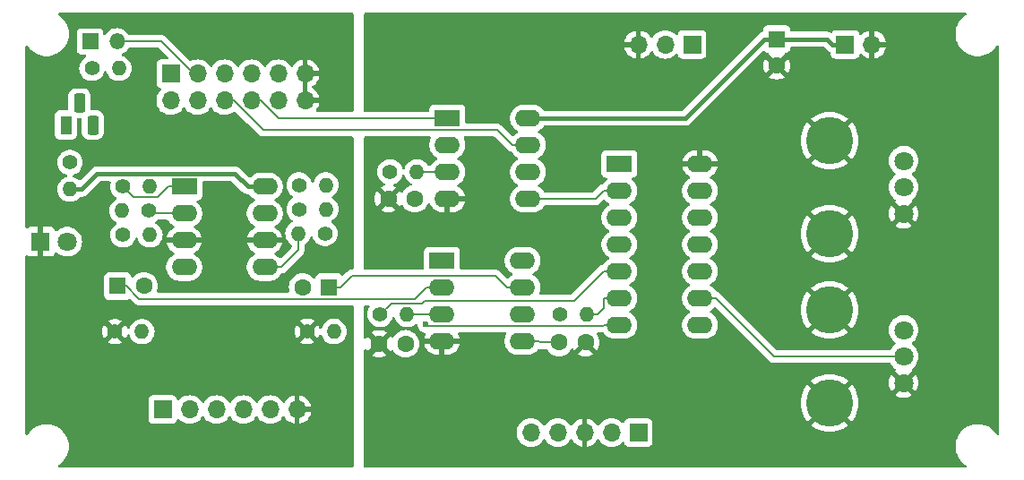
<source format=gtl>
%TF.GenerationSoftware,KiCad,Pcbnew,8.0.8*%
%TF.CreationDate,2025-06-29T12:46:47+09:00*%
%TF.ProjectId,LFOSeparate,4c464f53-6570-4617-9261-74652e6b6963,rev?*%
%TF.SameCoordinates,Original*%
%TF.FileFunction,Copper,L1,Top*%
%TF.FilePolarity,Positive*%
%FSLAX46Y46*%
G04 Gerber Fmt 4.6, Leading zero omitted, Abs format (unit mm)*
G04 Created by KiCad (PCBNEW 8.0.8) date 2025-06-29 12:46:47*
%MOMM*%
%LPD*%
G01*
G04 APERTURE LIST*
G04 Aperture macros list*
%AMRoundRect*
0 Rectangle with rounded corners*
0 $1 Rounding radius*
0 $2 $3 $4 $5 $6 $7 $8 $9 X,Y pos of 4 corners*
0 Add a 4 corners polygon primitive as box body*
4,1,4,$2,$3,$4,$5,$6,$7,$8,$9,$2,$3,0*
0 Add four circle primitives for the rounded corners*
1,1,$1+$1,$2,$3*
1,1,$1+$1,$4,$5*
1,1,$1+$1,$6,$7*
1,1,$1+$1,$8,$9*
0 Add four rect primitives between the rounded corners*
20,1,$1+$1,$2,$3,$4,$5,0*
20,1,$1+$1,$4,$5,$6,$7,0*
20,1,$1+$1,$6,$7,$8,$9,0*
20,1,$1+$1,$8,$9,$2,$3,0*%
G04 Aperture macros list end*
%TA.AperFunction,ComponentPad*%
%ADD10C,1.600000*%
%TD*%
%TA.AperFunction,ComponentPad*%
%ADD11R,1.600000X1.600000*%
%TD*%
%TA.AperFunction,ComponentPad*%
%ADD12C,1.400000*%
%TD*%
%TA.AperFunction,ComponentPad*%
%ADD13O,1.400000X1.400000*%
%TD*%
%TA.AperFunction,ComponentPad*%
%ADD14R,1.700000X1.700000*%
%TD*%
%TA.AperFunction,ComponentPad*%
%ADD15O,1.700000X1.700000*%
%TD*%
%TA.AperFunction,ComponentPad*%
%ADD16R,2.400000X1.600000*%
%TD*%
%TA.AperFunction,ComponentPad*%
%ADD17O,2.400000X1.600000*%
%TD*%
%TA.AperFunction,ComponentPad*%
%ADD18R,1.800000X1.800000*%
%TD*%
%TA.AperFunction,ComponentPad*%
%ADD19C,1.800000*%
%TD*%
%TA.AperFunction,ComponentPad*%
%ADD20R,1.500000X1.500000*%
%TD*%
%TA.AperFunction,ComponentPad*%
%ADD21O,1.500000X1.500000*%
%TD*%
%TA.AperFunction,ComponentPad*%
%ADD22C,4.455000*%
%TD*%
%TA.AperFunction,ComponentPad*%
%ADD23R,1.100000X1.800000*%
%TD*%
%TA.AperFunction,ComponentPad*%
%ADD24RoundRect,0.275000X-0.275000X-0.625000X0.275000X-0.625000X0.275000X0.625000X-0.275000X0.625000X0*%
%TD*%
%TA.AperFunction,ViaPad*%
%ADD25C,0.600000*%
%TD*%
%TA.AperFunction,Conductor*%
%ADD26C,0.400000*%
%TD*%
%TA.AperFunction,Conductor*%
%ADD27C,0.200000*%
%TD*%
G04 APERTURE END LIST*
D10*
%TO.P,C3,1*%
%TO.N,Net-(IC2-VINA+)*%
X123917000Y-66304000D03*
%TO.P,C3,2*%
%TO.N,GND*%
X121417000Y-66304000D03*
%TD*%
D11*
%TO.P,C9,1*%
%TO.N,Raw_Triangle*%
X116688000Y-60950000D03*
D10*
%TO.P,C9,2*%
%TO.N,Net-(C9-Pad2)*%
X114188000Y-60950000D03*
%TD*%
D12*
%TO.P,R5,1*%
%TO.N,Net-(C8-Pad2)*%
X97220000Y-55997000D03*
D13*
%TO.P,R5,2*%
%TO.N,Net-(U1A--)*%
X99760000Y-55997000D03*
%TD*%
D14*
%TO.P,J5,1,Pin_1*%
%TO.N,+12VA*%
X100965000Y-72517000D03*
D15*
%TO.P,J5,2,Pin_2*%
%TO.N,+5VA*%
X103505000Y-72517000D03*
%TO.P,J5,3,Pin_3*%
%TO.N,-5VA*%
X106045000Y-72517000D03*
%TO.P,J5,4,Pin_4*%
%TO.N,-12VA*%
X108585000Y-72517000D03*
%TO.P,J5,5,Pin_5*%
%TO.N,unconnected-(J5-Pin_5-Pad5)*%
X111125000Y-72517000D03*
%TO.P,J5,6,Pin_6*%
%TO.N,GNDA*%
X113665000Y-72517000D03*
%TD*%
D16*
%TO.P,IC3,1,VOUTA*%
%TO.N,Randum*%
X127874000Y-44968000D03*
D17*
%TO.P,IC3,2,VINA-*%
X127874000Y-47508000D03*
%TO.P,IC3,3,VINA+*%
%TO.N,Net-(IC3-VINA+)*%
X127874000Y-50048000D03*
%TO.P,IC3,4,VSS*%
%TO.N,GND*%
X127874000Y-52588000D03*
%TO.P,IC3,5,VINB+*%
%TO.N,Raw_Square*%
X135494000Y-52588000D03*
%TO.P,IC3,6,VINB-*%
%TO.N,Square*%
X135494000Y-50048000D03*
%TO.P,IC3,7,VOUTB*%
X135494000Y-47508000D03*
%TO.P,IC3,8,VDD*%
%TO.N,+5VD*%
X135494000Y-44968000D03*
%TD*%
D12*
%TO.P,R2,1*%
%TO.N,Net-(IC2-VINB+)*%
X138542000Y-63510000D03*
D13*
%TO.P,R2,2*%
%TO.N,PWM_Triangle*%
X141082000Y-63510000D03*
%TD*%
D18*
%TO.P,D2,1,K*%
%TO.N,GNDA*%
X89408000Y-56642000D03*
D19*
%TO.P,D2,2,A*%
%TO.N,Net-(D2-A)*%
X91948000Y-56642000D03*
%TD*%
D12*
%TO.P,R12,1*%
%TO.N,Net-(D1-K)*%
X94284000Y-40259000D03*
D13*
%TO.P,R12,2*%
%TO.N,Net-(Q1-B)*%
X96824000Y-40259000D03*
%TD*%
D20*
%TO.P,D1,1,K*%
%TO.N,Net-(D1-K)*%
X94107000Y-37719000D03*
D21*
%TO.P,D1,2,A*%
%TO.N,Triangle*%
X96647000Y-37719000D03*
%TD*%
D12*
%TO.P,R11,1*%
%TO.N,Net-(U1B-+)*%
X113857000Y-53584000D03*
D13*
%TO.P,R11,2*%
%TO.N,Net-(R11-Pad2)*%
X116397000Y-53584000D03*
%TD*%
D11*
%TO.P,C8,1*%
%TO.N,Raw_Sine*%
X96702000Y-60833000D03*
D10*
%TO.P,C8,2*%
%TO.N,Net-(C8-Pad2)*%
X99202000Y-60833000D03*
%TD*%
D12*
%TO.P,R1,1*%
%TO.N,PWM_Sine*%
X121524000Y-63510000D03*
D13*
%TO.P,R1,2*%
%TO.N,Net-(IC2-VINA+)*%
X124064000Y-63510000D03*
%TD*%
D12*
%TO.P,R13,1*%
%TO.N,Net-(Q1-C)*%
X92202000Y-49149000D03*
D13*
%TO.P,R13,2*%
%TO.N,+12VA*%
X92202000Y-51689000D03*
%TD*%
D12*
%TO.P,R6,1*%
%TO.N,Net-(U1A--)*%
X99660000Y-53711000D03*
D13*
%TO.P,R6,2*%
%TO.N,Net-(R6-Pad2)*%
X97120000Y-53711000D03*
%TD*%
D19*
%TO.P,VR1,1,CCW*%
%TO.N,GND*%
X171000000Y-70000000D03*
%TO.P,VR1,2,WIPER*%
%TO.N,Rate*%
X171000000Y-67500000D03*
%TO.P,VR1,3,CW*%
%TO.N,+5VD*%
X171000000Y-65000000D03*
D22*
%TO.P,VR1,MH1,MH1*%
%TO.N,GND*%
X164000000Y-71900000D03*
%TO.P,VR1,MH2,MH2*%
X164000000Y-63100000D03*
%TD*%
D14*
%TO.P,J1,1,Pin_1*%
%TO.N,ICSPCLK*%
X145923000Y-74676000D03*
D15*
%TO.P,J1,2,Pin_2*%
%TO.N,ICSPDT*%
X143383000Y-74676000D03*
%TO.P,J1,3,Pin_3*%
%TO.N,GND*%
X140843000Y-74676000D03*
%TO.P,J1,4,Pin_4*%
%TO.N,+5VD*%
X138303000Y-74676000D03*
%TO.P,J1,5,Pin_5*%
%TO.N,~MCLR*%
X135763000Y-74676000D03*
%TD*%
D16*
%TO.P,IC2,1,VOUTA*%
%TO.N,Raw_Sine*%
X127366000Y-58430000D03*
D17*
%TO.P,IC2,2,VINA-*%
X127366000Y-60970000D03*
%TO.P,IC2,3,VINA+*%
%TO.N,Net-(IC2-VINA+)*%
X127366000Y-63510000D03*
%TO.P,IC2,4,VSS*%
%TO.N,GND*%
X127366000Y-66050000D03*
%TO.P,IC2,5,VINB+*%
%TO.N,Net-(IC2-VINB+)*%
X134986000Y-66050000D03*
%TO.P,IC2,6,VINB-*%
%TO.N,Raw_Triangle*%
X134986000Y-63510000D03*
%TO.P,IC2,7,VOUTB*%
X134986000Y-60970000D03*
%TO.P,IC2,8,VDD*%
%TO.N,+5VD*%
X134986000Y-58430000D03*
%TD*%
D23*
%TO.P,Q1,1,E*%
%TO.N,Net-(D2-A)*%
X91821000Y-45612000D03*
D24*
%TO.P,Q1,2,C*%
%TO.N,Net-(Q1-C)*%
X93091000Y-43542000D03*
%TO.P,Q1,3,B*%
%TO.N,Net-(Q1-B)*%
X94361000Y-45612000D03*
%TD*%
D12*
%TO.P,R9,1*%
%TO.N,GNDA*%
X114619000Y-65141000D03*
D13*
%TO.P,R9,2*%
%TO.N,Net-(C9-Pad2)*%
X117159000Y-65141000D03*
%TD*%
D12*
%TO.P,R7,1*%
%TO.N,Net-(R6-Pad2)*%
X97220000Y-51425000D03*
D13*
%TO.P,R7,2*%
%TO.N,Sine*%
X99760000Y-51425000D03*
%TD*%
D12*
%TO.P,R8,1*%
%TO.N,Net-(R11-Pad2)*%
X113857000Y-51298000D03*
D13*
%TO.P,R8,2*%
%TO.N,Triangle*%
X116397000Y-51298000D03*
%TD*%
D16*
%TO.P,IC1,1,VDD*%
%TO.N,+5VD*%
X144130000Y-49286000D03*
D17*
%TO.P,IC1,2,RA5*%
%TO.N,Raw_Square*%
X144130000Y-51826000D03*
%TO.P,IC1,3,RA4*%
%TO.N,RandumSeed*%
X144130000Y-54366000D03*
%TO.P,IC1,4,VPP/~{MCLR}/RA3*%
%TO.N,~MCLR*%
X144130000Y-56906000D03*
%TO.P,IC1,5,RC5*%
%TO.N,PWM_Sine*%
X144130000Y-59446000D03*
%TO.P,IC1,6,RC4*%
%TO.N,PWM_Triangle*%
X144130000Y-61986000D03*
%TO.P,IC1,7,RC3*%
%TO.N,PWM_Randum*%
X144130000Y-64526000D03*
%TO.P,IC1,8,RC2*%
%TO.N,Delay*%
X151750000Y-64526000D03*
%TO.P,IC1,9,RC1*%
%TO.N,Rate*%
X151750000Y-61986000D03*
%TO.P,IC1,10,RC0*%
%TO.N,Gate*%
X151750000Y-59446000D03*
%TO.P,IC1,11,RA2*%
%TO.N,unconnected-(IC1-RA2-Pad11)*%
X151750000Y-56906000D03*
%TO.P,IC1,12,RA1/ICSPCLK*%
%TO.N,ICSPCLK*%
X151750000Y-54366000D03*
%TO.P,IC1,13,RA0/ICSPDAT*%
%TO.N,ICSPDT*%
X151750000Y-51826000D03*
%TO.P,IC1,14,VSS*%
%TO.N,GND*%
X151750000Y-49286000D03*
%TD*%
D10*
%TO.P,C5,1*%
%TO.N,Net-(IC3-VINA+)*%
X124806000Y-52588000D03*
%TO.P,C5,2*%
%TO.N,GND*%
X122306000Y-52588000D03*
%TD*%
D12*
%TO.P,R10,1*%
%TO.N,Net-(C9-Pad2)*%
X116297000Y-55870000D03*
D13*
%TO.P,R10,2*%
%TO.N,Net-(U1B-+)*%
X113757000Y-55870000D03*
%TD*%
D10*
%TO.P,C4,1*%
%TO.N,Net-(IC2-VINB+)*%
X138435000Y-66177000D03*
%TO.P,C4,2*%
%TO.N,GND*%
X140935000Y-66177000D03*
%TD*%
D19*
%TO.P,VR2,1,CCW*%
%TO.N,GND*%
X171000000Y-54000000D03*
%TO.P,VR2,2,WIPER*%
%TO.N,Delay*%
X171000000Y-51500000D03*
%TO.P,VR2,3,CW*%
%TO.N,+5VD*%
X171000000Y-49000000D03*
D22*
%TO.P,VR2,MH1,MH1*%
%TO.N,GND*%
X164000000Y-55900000D03*
%TO.P,VR2,MH2,MH2*%
X164000000Y-47100000D03*
%TD*%
D12*
%TO.P,R4,1*%
%TO.N,GNDA*%
X96458000Y-65151000D03*
D13*
%TO.P,R4,2*%
%TO.N,Net-(C8-Pad2)*%
X98998000Y-65151000D03*
%TD*%
D16*
%TO.P,U1,1*%
%TO.N,Net-(R6-Pad2)*%
X102997000Y-51435000D03*
D17*
%TO.P,U1,2,-*%
%TO.N,Net-(U1A--)*%
X102997000Y-53975000D03*
%TO.P,U1,3,+*%
%TO.N,GNDA*%
X102997000Y-56515000D03*
%TO.P,U1,4,V-*%
%TO.N,-12VA*%
X102997000Y-59055000D03*
%TO.P,U1,5,+*%
%TO.N,Net-(U1B-+)*%
X110617000Y-59055000D03*
%TO.P,U1,6,-*%
%TO.N,GNDA*%
X110617000Y-56515000D03*
%TO.P,U1,7*%
%TO.N,Net-(R11-Pad2)*%
X110617000Y-53975000D03*
%TO.P,U1,8,V+*%
%TO.N,+12VA*%
X110617000Y-51435000D03*
%TD*%
D11*
%TO.P,C1,1*%
%TO.N,+5VD*%
X159000000Y-37500000D03*
D10*
%TO.P,C1,2*%
%TO.N,GND*%
X159000000Y-40000000D03*
%TD*%
D14*
%TO.P,J4,1,Pin_1*%
%TO.N,Sine*%
X101727000Y-40767000D03*
D15*
%TO.P,J4,2,Pin_2*%
X101727000Y-43307000D03*
%TO.P,J4,3,Pin_3*%
%TO.N,Triangle*%
X104267000Y-40767000D03*
%TO.P,J4,4,Pin_4*%
X104267000Y-43307000D03*
%TO.P,J4,5,Pin_5*%
%TO.N,Square*%
X106807000Y-40767000D03*
%TO.P,J4,6,Pin_6*%
X106807000Y-43307000D03*
%TO.P,J4,7,Pin_7*%
%TO.N,Randum*%
X109347000Y-40767000D03*
%TO.P,J4,8,Pin_8*%
X109347000Y-43307000D03*
%TO.P,J4,9,Pin_9*%
%TO.N,unconnected-(J4-Pin_9-Pad9)*%
X111887000Y-40767000D03*
%TO.P,J4,10,Pin_10*%
%TO.N,unconnected-(J4-Pin_10-Pad10)*%
X111887000Y-43307000D03*
%TO.P,J4,11,Pin_11*%
%TO.N,GNDA*%
X114427000Y-40767000D03*
%TO.P,J4,12,Pin_12*%
X114427000Y-43307000D03*
%TD*%
D12*
%TO.P,R3,1*%
%TO.N,PWM_Randum*%
X122463000Y-50048000D03*
D13*
%TO.P,R3,2*%
%TO.N,Net-(IC3-VINA+)*%
X125003000Y-50048000D03*
%TD*%
D14*
%TO.P,J2,1,Pin_1*%
%TO.N,+5VD*%
X165460000Y-38000000D03*
D15*
%TO.P,J2,2,Pin_2*%
%TO.N,GND*%
X168000000Y-38000000D03*
%TD*%
D14*
%TO.P,J3,1,Pin_1*%
%TO.N,Gate*%
X151000000Y-38000000D03*
D15*
%TO.P,J3,2,Pin_2*%
%TO.N,RandumSeed*%
X148460000Y-38000000D03*
%TO.P,J3,3,Pin_3*%
%TO.N,GND*%
X145920000Y-38000000D03*
%TD*%
D25*
%TO.N,PWM_Randum*%
X125843000Y-64466800D03*
%TD*%
D26*
%TO.N,+5VD*%
X157798000Y-37500000D02*
X159000000Y-37500000D01*
X164208000Y-38000000D02*
X165460000Y-38000000D01*
X135494000Y-44968000D02*
X150330000Y-44968000D01*
X150330000Y-44968000D02*
X157798000Y-37500000D01*
X163708000Y-37500000D02*
X164208000Y-38000000D01*
X159000000Y-37500000D02*
X163708000Y-37500000D01*
D27*
%TO.N,Net-(IC2-VINA+)*%
X124064000Y-63510000D02*
X127366000Y-63510000D01*
%TO.N,Net-(IC2-VINB+)*%
X138435000Y-66177000D02*
X136615000Y-66177000D01*
X136615000Y-66177000D02*
X136488000Y-66050000D01*
X136488000Y-66050000D02*
X134986000Y-66050000D01*
%TO.N,Net-(IC3-VINA+)*%
X125003000Y-50048000D02*
X127874000Y-50048000D01*
D26*
%TO.N,+12VA*%
X93303700Y-51689000D02*
X94759400Y-50233300D01*
X92202000Y-51689000D02*
X93303700Y-51689000D01*
X110617000Y-51435000D02*
X109015300Y-51435000D01*
X107813600Y-50233300D02*
X109015300Y-51435000D01*
X94759400Y-50233300D02*
X107813600Y-50233300D01*
D27*
%TO.N,Raw_Sine*%
X125864000Y-60970000D02*
X124783000Y-62051700D01*
X97528300Y-60833000D02*
X96702000Y-60833000D01*
X127366000Y-60970000D02*
X125864000Y-60970000D01*
X98747000Y-62051700D02*
X97528300Y-60833000D01*
X124783000Y-62051700D02*
X98747000Y-62051700D01*
%TO.N,Raw_Triangle*%
X133484000Y-60970000D02*
X132379000Y-59864400D01*
X118875000Y-59864400D02*
X117790000Y-60950000D01*
X132379000Y-59864400D02*
X118875000Y-59864400D01*
X134986000Y-60970000D02*
X133484000Y-60970000D01*
X117790000Y-60950000D02*
X116688000Y-60950000D01*
%TO.N,PWM_Randum*%
X125993000Y-64616000D02*
X125843000Y-64466800D01*
X142628000Y-64526000D02*
X142538000Y-64616000D01*
X142538000Y-64616000D02*
X125993000Y-64616000D01*
X144130000Y-64526000D02*
X142628000Y-64526000D01*
%TO.N,Rate*%
X153252000Y-61986000D02*
X158766000Y-67500000D01*
X158766000Y-67500000D02*
X171000000Y-67500000D01*
X151750000Y-61986000D02*
X153252000Y-61986000D01*
%TO.N,PWM_Triangle*%
X141082000Y-63510000D02*
X142084000Y-63510000D01*
X142084000Y-63510000D02*
X142628000Y-62965400D01*
X142628000Y-61986000D02*
X144130000Y-61986000D01*
X142628000Y-62965400D02*
X142628000Y-61986000D01*
%TO.N,PWM_Sine*%
X142628000Y-59446000D02*
X144130000Y-59446000D01*
X125720000Y-62240000D02*
X139834000Y-62240000D01*
X122553000Y-62480900D02*
X125479000Y-62480900D01*
X125479000Y-62480900D02*
X125720000Y-62240000D01*
X139834000Y-62240000D02*
X142628000Y-59446000D01*
X121524000Y-63510000D02*
X122553000Y-62480900D01*
%TO.N,Raw_Square*%
X135494000Y-52588000D02*
X141866000Y-52588000D01*
X142628000Y-51826000D02*
X144130000Y-51826000D01*
X141866000Y-52588000D02*
X142628000Y-51826000D01*
%TO.N,Square*%
X132581000Y-46096400D02*
X133992000Y-47508000D01*
X133992000Y-47508000D02*
X135494000Y-47508000D01*
X110460000Y-46096400D02*
X132581000Y-46096400D01*
X107671000Y-43307000D02*
X110460000Y-46096400D01*
X106807000Y-43307000D02*
X107671000Y-43307000D01*
%TO.N,Randum*%
X127874000Y-44968000D02*
X111891000Y-44968000D01*
X110230000Y-43307000D02*
X109347000Y-43307000D01*
X111891000Y-44968000D02*
X110230000Y-43307000D01*
%TO.N,Triangle*%
X103907100Y-40767000D02*
X100859100Y-37719000D01*
X100859100Y-37719000D02*
X96647000Y-37719000D01*
X104267000Y-40767000D02*
X103907100Y-40767000D01*
%TO.N,Net-(U1A--)*%
X99660000Y-53711000D02*
X99924000Y-53975000D01*
X99924000Y-53975000D02*
X102997000Y-53975000D01*
%TO.N,Net-(R6-Pad2)*%
X98249100Y-52454100D02*
X100476000Y-52454100D01*
X101495000Y-51435000D02*
X102997000Y-51435000D01*
X97220000Y-51425000D02*
X98249100Y-52454100D01*
X100476000Y-52454100D02*
X101495000Y-51435000D01*
%TO.N,Net-(U1B-+)*%
X113757000Y-57439000D02*
X112141000Y-59055000D01*
X113757000Y-55870000D02*
X113757000Y-57439000D01*
X112141000Y-59055000D02*
X110617000Y-59055000D01*
%TD*%
%TA.AperFunction,Conductor*%
%TO.N,GND*%
G36*
X176870680Y-35019685D02*
G01*
X176916435Y-35072489D01*
X176926379Y-35141647D01*
X176897354Y-35205203D01*
X176868069Y-35229948D01*
X176785856Y-35279942D01*
X176562950Y-35461289D01*
X176366812Y-35671299D01*
X176201098Y-35906064D01*
X176068894Y-36161206D01*
X175972667Y-36431962D01*
X175972666Y-36431965D01*
X175914201Y-36713319D01*
X175894592Y-37000000D01*
X175914201Y-37286680D01*
X175972666Y-37568034D01*
X175972667Y-37568037D01*
X176068894Y-37838793D01*
X176068893Y-37838793D01*
X176201098Y-38093935D01*
X176366812Y-38328700D01*
X176433495Y-38400099D01*
X176562947Y-38538708D01*
X176785853Y-38720055D01*
X177027175Y-38866807D01*
X177031382Y-38869365D01*
X177218237Y-38950526D01*
X177294942Y-38983844D01*
X177571642Y-39061371D01*
X177821920Y-39095771D01*
X177856321Y-39100500D01*
X177856322Y-39100500D01*
X178143679Y-39100500D01*
X178174370Y-39096281D01*
X178428358Y-39061371D01*
X178705058Y-38983844D01*
X178861129Y-38916053D01*
X178968617Y-38869365D01*
X178968620Y-38869363D01*
X178968625Y-38869361D01*
X179214147Y-38720055D01*
X179437053Y-38538708D01*
X179633189Y-38328698D01*
X179774697Y-38128225D01*
X179829437Y-38084809D01*
X179898962Y-38077880D01*
X179961197Y-38109638D01*
X179996382Y-38170002D01*
X180000000Y-38199735D01*
X180000000Y-74800264D01*
X179980315Y-74867303D01*
X179927511Y-74913058D01*
X179858353Y-74923002D01*
X179794797Y-74893977D01*
X179774695Y-74871772D01*
X179772733Y-74868993D01*
X179636505Y-74676000D01*
X179633187Y-74671299D01*
X179522778Y-74553081D01*
X179437053Y-74461292D01*
X179214147Y-74279945D01*
X179214146Y-74279944D01*
X178968617Y-74130634D01*
X178705063Y-74016158D01*
X178705061Y-74016157D01*
X178705058Y-74016156D01*
X178575578Y-73979877D01*
X178428364Y-73938630D01*
X178428359Y-73938629D01*
X178428358Y-73938629D01*
X178286018Y-73919064D01*
X178143679Y-73899500D01*
X178143678Y-73899500D01*
X177856322Y-73899500D01*
X177856321Y-73899500D01*
X177571642Y-73938629D01*
X177571635Y-73938630D01*
X177386171Y-73990595D01*
X177294942Y-74016156D01*
X177294939Y-74016156D01*
X177294936Y-74016158D01*
X177294935Y-74016158D01*
X177031382Y-74130634D01*
X176785853Y-74279944D01*
X176562950Y-74461289D01*
X176366812Y-74671299D01*
X176201098Y-74906064D01*
X176068894Y-75161206D01*
X175972667Y-75431962D01*
X175972666Y-75431965D01*
X175914201Y-75713319D01*
X175894592Y-76000000D01*
X175914201Y-76286680D01*
X175972666Y-76568034D01*
X175972667Y-76568037D01*
X176068894Y-76838793D01*
X176068893Y-76838793D01*
X176201098Y-77093935D01*
X176366812Y-77328700D01*
X176451923Y-77419831D01*
X176562947Y-77538708D01*
X176785853Y-77720055D01*
X176785855Y-77720056D01*
X176785856Y-77720057D01*
X176868069Y-77770052D01*
X176915121Y-77821703D01*
X176926779Y-77890594D01*
X176899342Y-77954851D01*
X176841520Y-77994073D01*
X176803641Y-78000000D01*
X120124000Y-78000000D01*
X120056961Y-77980315D01*
X120011206Y-77927511D01*
X120000000Y-77876000D01*
X120000000Y-74675999D01*
X134407341Y-74675999D01*
X134407341Y-74676000D01*
X134427936Y-74911403D01*
X134427938Y-74911413D01*
X134489094Y-75139655D01*
X134489096Y-75139659D01*
X134489097Y-75139663D01*
X134568801Y-75310588D01*
X134588965Y-75353830D01*
X134588967Y-75353834D01*
X134697281Y-75508521D01*
X134724505Y-75547401D01*
X134891599Y-75714495D01*
X134988384Y-75782265D01*
X135085165Y-75850032D01*
X135085167Y-75850033D01*
X135085170Y-75850035D01*
X135299337Y-75949903D01*
X135527592Y-76011063D01*
X135704034Y-76026500D01*
X135762999Y-76031659D01*
X135763000Y-76031659D01*
X135763001Y-76031659D01*
X135821966Y-76026500D01*
X135998408Y-76011063D01*
X136226663Y-75949903D01*
X136440830Y-75850035D01*
X136634401Y-75714495D01*
X136801495Y-75547401D01*
X136931425Y-75361842D01*
X136986002Y-75318217D01*
X137055500Y-75311023D01*
X137117855Y-75342546D01*
X137134575Y-75361842D01*
X137264500Y-75547395D01*
X137264505Y-75547401D01*
X137431599Y-75714495D01*
X137528384Y-75782265D01*
X137625165Y-75850032D01*
X137625167Y-75850033D01*
X137625170Y-75850035D01*
X137839337Y-75949903D01*
X138067592Y-76011063D01*
X138244034Y-76026500D01*
X138302999Y-76031659D01*
X138303000Y-76031659D01*
X138303001Y-76031659D01*
X138361966Y-76026500D01*
X138538408Y-76011063D01*
X138766663Y-75949903D01*
X138980830Y-75850035D01*
X139174401Y-75714495D01*
X139341495Y-75547401D01*
X139471730Y-75361405D01*
X139526307Y-75317781D01*
X139595805Y-75310587D01*
X139658160Y-75342110D01*
X139674879Y-75361405D01*
X139804890Y-75547078D01*
X139971917Y-75714105D01*
X140165421Y-75849600D01*
X140379507Y-75949429D01*
X140379516Y-75949433D01*
X140593000Y-76006634D01*
X140593000Y-75109012D01*
X140650007Y-75141925D01*
X140777174Y-75176000D01*
X140908826Y-75176000D01*
X141035993Y-75141925D01*
X141093000Y-75109012D01*
X141093000Y-76006633D01*
X141306483Y-75949433D01*
X141306492Y-75949429D01*
X141520578Y-75849600D01*
X141714082Y-75714105D01*
X141881105Y-75547082D01*
X142011119Y-75361405D01*
X142065696Y-75317781D01*
X142135195Y-75310588D01*
X142197549Y-75342110D01*
X142214269Y-75361405D01*
X142344505Y-75547401D01*
X142511599Y-75714495D01*
X142608384Y-75782265D01*
X142705165Y-75850032D01*
X142705167Y-75850033D01*
X142705170Y-75850035D01*
X142919337Y-75949903D01*
X143147592Y-76011063D01*
X143324034Y-76026500D01*
X143382999Y-76031659D01*
X143383000Y-76031659D01*
X143383001Y-76031659D01*
X143441966Y-76026500D01*
X143618408Y-76011063D01*
X143846663Y-75949903D01*
X144060830Y-75850035D01*
X144254401Y-75714495D01*
X144376329Y-75592566D01*
X144437648Y-75559084D01*
X144507340Y-75564068D01*
X144563274Y-75605939D01*
X144580189Y-75636917D01*
X144629202Y-75768328D01*
X144629206Y-75768335D01*
X144715452Y-75883544D01*
X144715455Y-75883547D01*
X144830664Y-75969793D01*
X144830671Y-75969797D01*
X144965517Y-76020091D01*
X144965516Y-76020091D01*
X144972444Y-76020835D01*
X145025127Y-76026500D01*
X146820872Y-76026499D01*
X146880483Y-76020091D01*
X147015331Y-75969796D01*
X147130546Y-75883546D01*
X147216796Y-75768331D01*
X147267091Y-75633483D01*
X147273500Y-75573873D01*
X147273499Y-73778128D01*
X147267091Y-73718517D01*
X147265810Y-73715083D01*
X147216797Y-73583671D01*
X147216793Y-73583664D01*
X147130547Y-73468455D01*
X147130544Y-73468452D01*
X147015335Y-73382206D01*
X147015328Y-73382202D01*
X146880482Y-73331908D01*
X146880483Y-73331908D01*
X146820883Y-73325501D01*
X146820881Y-73325500D01*
X146820873Y-73325500D01*
X146820864Y-73325500D01*
X145025129Y-73325500D01*
X145025123Y-73325501D01*
X144965516Y-73331908D01*
X144830671Y-73382202D01*
X144830664Y-73382206D01*
X144715455Y-73468452D01*
X144715452Y-73468455D01*
X144629206Y-73583664D01*
X144629203Y-73583669D01*
X144580189Y-73715083D01*
X144538317Y-73771016D01*
X144472853Y-73795433D01*
X144404580Y-73780581D01*
X144376326Y-73759430D01*
X144254402Y-73637506D01*
X144254395Y-73637501D01*
X144060834Y-73501967D01*
X144060830Y-73501965D01*
X144060828Y-73501964D01*
X143846663Y-73402097D01*
X143846659Y-73402096D01*
X143846655Y-73402094D01*
X143618413Y-73340938D01*
X143618403Y-73340936D01*
X143383001Y-73320341D01*
X143382999Y-73320341D01*
X143147596Y-73340936D01*
X143147586Y-73340938D01*
X142919344Y-73402094D01*
X142919335Y-73402098D01*
X142705171Y-73501964D01*
X142705169Y-73501965D01*
X142511597Y-73637505D01*
X142344508Y-73804594D01*
X142214269Y-73990595D01*
X142159692Y-74034219D01*
X142090193Y-74041412D01*
X142027839Y-74009890D01*
X142011119Y-73990594D01*
X141881113Y-73804926D01*
X141881108Y-73804920D01*
X141714082Y-73637894D01*
X141520578Y-73502399D01*
X141306492Y-73402570D01*
X141306486Y-73402567D01*
X141093000Y-73345364D01*
X141093000Y-74242988D01*
X141035993Y-74210075D01*
X140908826Y-74176000D01*
X140777174Y-74176000D01*
X140650007Y-74210075D01*
X140593000Y-74242988D01*
X140593000Y-73345364D01*
X140592999Y-73345364D01*
X140379513Y-73402567D01*
X140379507Y-73402570D01*
X140165422Y-73502399D01*
X140165420Y-73502400D01*
X139971926Y-73637886D01*
X139971920Y-73637891D01*
X139804891Y-73804920D01*
X139804890Y-73804922D01*
X139674880Y-73990595D01*
X139620303Y-74034219D01*
X139550804Y-74041412D01*
X139488450Y-74009890D01*
X139471730Y-73990594D01*
X139341494Y-73804597D01*
X139174402Y-73637506D01*
X139174395Y-73637501D01*
X138980834Y-73501967D01*
X138980830Y-73501965D01*
X138980828Y-73501964D01*
X138766663Y-73402097D01*
X138766659Y-73402096D01*
X138766655Y-73402094D01*
X138538413Y-73340938D01*
X138538403Y-73340936D01*
X138303001Y-73320341D01*
X138302999Y-73320341D01*
X138067596Y-73340936D01*
X138067586Y-73340938D01*
X137839344Y-73402094D01*
X137839335Y-73402098D01*
X137625171Y-73501964D01*
X137625169Y-73501965D01*
X137431597Y-73637505D01*
X137264505Y-73804597D01*
X137134575Y-73990158D01*
X137079998Y-74033783D01*
X137010500Y-74040977D01*
X136948145Y-74009454D01*
X136931425Y-73990158D01*
X136801494Y-73804597D01*
X136634402Y-73637506D01*
X136634395Y-73637501D01*
X136440834Y-73501967D01*
X136440830Y-73501965D01*
X136440828Y-73501964D01*
X136226663Y-73402097D01*
X136226659Y-73402096D01*
X136226655Y-73402094D01*
X135998413Y-73340938D01*
X135998403Y-73340936D01*
X135763001Y-73320341D01*
X135762999Y-73320341D01*
X135527596Y-73340936D01*
X135527586Y-73340938D01*
X135299344Y-73402094D01*
X135299335Y-73402098D01*
X135085171Y-73501964D01*
X135085169Y-73501965D01*
X134891597Y-73637505D01*
X134724505Y-73804597D01*
X134588965Y-73998169D01*
X134588964Y-73998171D01*
X134489098Y-74212335D01*
X134489094Y-74212344D01*
X134427938Y-74440586D01*
X134427936Y-74440596D01*
X134407341Y-74675999D01*
X120000000Y-74675999D01*
X120000000Y-71900000D01*
X161267515Y-71900000D01*
X161287437Y-72229359D01*
X161346918Y-72553934D01*
X161445075Y-72868935D01*
X161445081Y-72868950D01*
X161580502Y-73169844D01*
X161580504Y-73169846D01*
X161751214Y-73452236D01*
X161901889Y-73644556D01*
X162788078Y-72758366D01*
X162867305Y-72867413D01*
X163032587Y-73032695D01*
X163141631Y-73111920D01*
X162255442Y-73998109D01*
X162255442Y-73998110D01*
X162447763Y-74148785D01*
X162730153Y-74319495D01*
X162730155Y-74319497D01*
X163031049Y-74454918D01*
X163031064Y-74454924D01*
X163346065Y-74553081D01*
X163670640Y-74612562D01*
X164000000Y-74632484D01*
X164329359Y-74612562D01*
X164653934Y-74553081D01*
X164968935Y-74454924D01*
X164968950Y-74454918D01*
X165269844Y-74319497D01*
X165269846Y-74319495D01*
X165552226Y-74148791D01*
X165552234Y-74148785D01*
X165744556Y-73998110D01*
X165744556Y-73998109D01*
X164858367Y-73111920D01*
X164967413Y-73032695D01*
X165132695Y-72867413D01*
X165211920Y-72758367D01*
X166098109Y-73644556D01*
X166098110Y-73644556D01*
X166248785Y-73452234D01*
X166248791Y-73452226D01*
X166419495Y-73169846D01*
X166419497Y-73169844D01*
X166554918Y-72868950D01*
X166554924Y-72868935D01*
X166653081Y-72553934D01*
X166712562Y-72229359D01*
X166732484Y-71900000D01*
X166712562Y-71570640D01*
X166653081Y-71246065D01*
X166554924Y-70931064D01*
X166554918Y-70931049D01*
X166419497Y-70630155D01*
X166419495Y-70630153D01*
X166248785Y-70347763D01*
X166098109Y-70155442D01*
X165211920Y-71041631D01*
X165132695Y-70932587D01*
X164967413Y-70767305D01*
X164858366Y-70688078D01*
X165744556Y-69801889D01*
X165744556Y-69801888D01*
X165552236Y-69651214D01*
X165269846Y-69480504D01*
X165269844Y-69480502D01*
X164968950Y-69345081D01*
X164968935Y-69345075D01*
X164653934Y-69246918D01*
X164329359Y-69187437D01*
X164000000Y-69167515D01*
X163670640Y-69187437D01*
X163346065Y-69246918D01*
X163031064Y-69345075D01*
X163031049Y-69345081D01*
X162730155Y-69480502D01*
X162730153Y-69480504D01*
X162447773Y-69651208D01*
X162255442Y-69801889D01*
X163141632Y-70688079D01*
X163032587Y-70767305D01*
X162867305Y-70932587D01*
X162788079Y-71041632D01*
X161901889Y-70155442D01*
X161751208Y-70347773D01*
X161580504Y-70630153D01*
X161580502Y-70630155D01*
X161445081Y-70931049D01*
X161445075Y-70931064D01*
X161346918Y-71246065D01*
X161287437Y-71570640D01*
X161267515Y-71900000D01*
X120000000Y-71900000D01*
X120000000Y-66900624D01*
X120019685Y-66833585D01*
X120072489Y-66787830D01*
X120141647Y-66777886D01*
X120205203Y-66806911D01*
X120236382Y-66848220D01*
X120286863Y-66956478D01*
X120337974Y-67029472D01*
X121017000Y-66350446D01*
X121017000Y-66356661D01*
X121044259Y-66458394D01*
X121096920Y-66549606D01*
X121171394Y-66624080D01*
X121262606Y-66676741D01*
X121364339Y-66704000D01*
X121370553Y-66704000D01*
X120691526Y-67383025D01*
X120764513Y-67434132D01*
X120764521Y-67434136D01*
X120970668Y-67530264D01*
X120970682Y-67530269D01*
X121190389Y-67589139D01*
X121190400Y-67589141D01*
X121416998Y-67608966D01*
X121417002Y-67608966D01*
X121643599Y-67589141D01*
X121643610Y-67589139D01*
X121863317Y-67530269D01*
X121863331Y-67530264D01*
X122069478Y-67434136D01*
X122142471Y-67383024D01*
X121463447Y-66704000D01*
X121469661Y-66704000D01*
X121571394Y-66676741D01*
X121662606Y-66624080D01*
X121737080Y-66549606D01*
X121789741Y-66458394D01*
X121817000Y-66356661D01*
X121817000Y-66350447D01*
X122496024Y-67029471D01*
X122547134Y-66956481D01*
X122554340Y-66941028D01*
X122600511Y-66888587D01*
X122667704Y-66869433D01*
X122734585Y-66889646D01*
X122779105Y-66941022D01*
X122786430Y-66956730D01*
X122786432Y-66956734D01*
X122916954Y-67143141D01*
X123077858Y-67304045D01*
X123097774Y-67317990D01*
X123264266Y-67434568D01*
X123470504Y-67530739D01*
X123690308Y-67589635D01*
X123852230Y-67603801D01*
X123916998Y-67609468D01*
X123917000Y-67609468D01*
X123917002Y-67609468D01*
X123973673Y-67604509D01*
X124143692Y-67589635D01*
X124363496Y-67530739D01*
X124569734Y-67434568D01*
X124756139Y-67304047D01*
X124917047Y-67143139D01*
X125047568Y-66956734D01*
X125143739Y-66750496D01*
X125202635Y-66530692D01*
X125222468Y-66304000D01*
X125220248Y-66278630D01*
X125211357Y-66176999D01*
X125202635Y-66077308D01*
X125143739Y-65857504D01*
X125047568Y-65651266D01*
X124917047Y-65464861D01*
X124917045Y-65464858D01*
X124756141Y-65303954D01*
X124569734Y-65173432D01*
X124569732Y-65173431D01*
X124363497Y-65077261D01*
X124363488Y-65077258D01*
X124143697Y-65018366D01*
X124143693Y-65018365D01*
X124143692Y-65018365D01*
X124143691Y-65018364D01*
X124143686Y-65018364D01*
X123917002Y-64998532D01*
X123916998Y-64998532D01*
X123690313Y-65018364D01*
X123690302Y-65018366D01*
X123470511Y-65077258D01*
X123470502Y-65077261D01*
X123264267Y-65173431D01*
X123264265Y-65173432D01*
X123077858Y-65303954D01*
X122916954Y-65464858D01*
X122786432Y-65651265D01*
X122786429Y-65651270D01*
X122779104Y-65666979D01*
X122732929Y-65719417D01*
X122665735Y-65738566D01*
X122598855Y-65718347D01*
X122554341Y-65666973D01*
X122547133Y-65651515D01*
X122547132Y-65651513D01*
X122496025Y-65578526D01*
X121817000Y-66257551D01*
X121817000Y-66251339D01*
X121789741Y-66149606D01*
X121737080Y-66058394D01*
X121662606Y-65983920D01*
X121571394Y-65931259D01*
X121469661Y-65904000D01*
X121463445Y-65904000D01*
X122142472Y-65224974D01*
X122069478Y-65173863D01*
X121863331Y-65077735D01*
X121863317Y-65077730D01*
X121643610Y-65018860D01*
X121643599Y-65018858D01*
X121417002Y-64999034D01*
X121416998Y-64999034D01*
X121190400Y-65018858D01*
X121190389Y-65018860D01*
X120970682Y-65077730D01*
X120970673Y-65077734D01*
X120764516Y-65173866D01*
X120764512Y-65173868D01*
X120691526Y-65224973D01*
X120691526Y-65224974D01*
X121370553Y-65904000D01*
X121364339Y-65904000D01*
X121262606Y-65931259D01*
X121171394Y-65983920D01*
X121096920Y-66058394D01*
X121044259Y-66149606D01*
X121017000Y-66251339D01*
X121017000Y-66257552D01*
X120337974Y-65578526D01*
X120337973Y-65578526D01*
X120286868Y-65651512D01*
X120286866Y-65651516D01*
X120236382Y-65759780D01*
X120190209Y-65812219D01*
X120123016Y-65831371D01*
X120056135Y-65811155D01*
X120010800Y-65757990D01*
X120000000Y-65707375D01*
X120000000Y-62776200D01*
X120019685Y-62709161D01*
X120072489Y-62663406D01*
X120124000Y-62652200D01*
X120418402Y-62652200D01*
X120485441Y-62671885D01*
X120531196Y-62724689D01*
X120541140Y-62793847D01*
X120517356Y-62850927D01*
X120498943Y-62875308D01*
X120498938Y-62875316D01*
X120399775Y-63074461D01*
X120399769Y-63074476D01*
X120338885Y-63288462D01*
X120338884Y-63288464D01*
X120318357Y-63509999D01*
X120318357Y-63510000D01*
X120338884Y-63731535D01*
X120338885Y-63731537D01*
X120399769Y-63945523D01*
X120399775Y-63945538D01*
X120498938Y-64144683D01*
X120498943Y-64144691D01*
X120633020Y-64322238D01*
X120797437Y-64472123D01*
X120797439Y-64472125D01*
X120986595Y-64589245D01*
X120986596Y-64589245D01*
X120986599Y-64589247D01*
X121194060Y-64669618D01*
X121412757Y-64710500D01*
X121412759Y-64710500D01*
X121635241Y-64710500D01*
X121635243Y-64710500D01*
X121853940Y-64669618D01*
X122061401Y-64589247D01*
X122250562Y-64472124D01*
X122414981Y-64322236D01*
X122549058Y-64144689D01*
X122648229Y-63945528D01*
X122674734Y-63852371D01*
X122712013Y-63793278D01*
X122775323Y-63763721D01*
X122844562Y-63773083D01*
X122897749Y-63818393D01*
X122913266Y-63852372D01*
X122939769Y-63945523D01*
X122939775Y-63945538D01*
X123038938Y-64144683D01*
X123038943Y-64144691D01*
X123173020Y-64322238D01*
X123337437Y-64472123D01*
X123337439Y-64472125D01*
X123526595Y-64589245D01*
X123526596Y-64589245D01*
X123526599Y-64589247D01*
X123734060Y-64669618D01*
X123952757Y-64710500D01*
X123952759Y-64710500D01*
X124175241Y-64710500D01*
X124175243Y-64710500D01*
X124393940Y-64669618D01*
X124601401Y-64589247D01*
X124790562Y-64472124D01*
X124835430Y-64431220D01*
X124898230Y-64400605D01*
X124967617Y-64408802D01*
X125021558Y-64453211D01*
X125042186Y-64508975D01*
X125057630Y-64646050D01*
X125057631Y-64646054D01*
X125117211Y-64816323D01*
X125213184Y-64969062D01*
X125340738Y-65096616D01*
X125431080Y-65153382D01*
X125463680Y-65173866D01*
X125493478Y-65192589D01*
X125663745Y-65252168D01*
X125663750Y-65252169D01*
X125722072Y-65258740D01*
X125786487Y-65285806D01*
X125826042Y-65343400D01*
X125828181Y-65413237D01*
X125818675Y-65438254D01*
X125761245Y-65550967D01*
X125698009Y-65745586D01*
X125689391Y-65800000D01*
X127050314Y-65800000D01*
X127045920Y-65804394D01*
X126993259Y-65895606D01*
X126966000Y-65997339D01*
X126966000Y-66102661D01*
X126993259Y-66204394D01*
X127045920Y-66295606D01*
X127050314Y-66300000D01*
X125689391Y-66300000D01*
X125698009Y-66354413D01*
X125761244Y-66549029D01*
X125854140Y-66731349D01*
X125974417Y-66896894D01*
X125974417Y-66896895D01*
X126119104Y-67041582D01*
X126284650Y-67161859D01*
X126466968Y-67254755D01*
X126661582Y-67317990D01*
X126863683Y-67350000D01*
X127116000Y-67350000D01*
X127116000Y-66365686D01*
X127120394Y-66370080D01*
X127211606Y-66422741D01*
X127313339Y-66450000D01*
X127418661Y-66450000D01*
X127520394Y-66422741D01*
X127611606Y-66370080D01*
X127616000Y-66365686D01*
X127616000Y-67350000D01*
X127868317Y-67350000D01*
X128070417Y-67317990D01*
X128265031Y-67254755D01*
X128447349Y-67161859D01*
X128612894Y-67041582D01*
X128612895Y-67041582D01*
X128757582Y-66896895D01*
X128757582Y-66896894D01*
X128877859Y-66731349D01*
X128970755Y-66549029D01*
X129033990Y-66354413D01*
X129042609Y-66300000D01*
X127681686Y-66300000D01*
X127686080Y-66295606D01*
X127738741Y-66204394D01*
X127766000Y-66102661D01*
X127766000Y-65997339D01*
X127738741Y-65895606D01*
X127686080Y-65804394D01*
X127681686Y-65800000D01*
X129042609Y-65800000D01*
X129033990Y-65745586D01*
X128970755Y-65550970D01*
X128892200Y-65396795D01*
X128879304Y-65328125D01*
X128905581Y-65263385D01*
X128962687Y-65223128D01*
X129002685Y-65216500D01*
X133348755Y-65216500D01*
X133415794Y-65236185D01*
X133461549Y-65288989D01*
X133471493Y-65358147D01*
X133459240Y-65396795D01*
X133380781Y-65550776D01*
X133317522Y-65745465D01*
X133285500Y-65947648D01*
X133285500Y-66152351D01*
X133317522Y-66354534D01*
X133380781Y-66549223D01*
X133473715Y-66731613D01*
X133594028Y-66897213D01*
X133738786Y-67041971D01*
X133893749Y-67154556D01*
X133904390Y-67162287D01*
X134020607Y-67221503D01*
X134086776Y-67255218D01*
X134086778Y-67255218D01*
X134086781Y-67255220D01*
X134191137Y-67289127D01*
X134281465Y-67318477D01*
X134382557Y-67334488D01*
X134483648Y-67350500D01*
X134483649Y-67350500D01*
X135488351Y-67350500D01*
X135488352Y-67350500D01*
X135690534Y-67318477D01*
X135885219Y-67255220D01*
X136067610Y-67162287D01*
X136160590Y-67094732D01*
X136233213Y-67041971D01*
X136233215Y-67041968D01*
X136233219Y-67041966D01*
X136377966Y-66897219D01*
X136402696Y-66863181D01*
X136427810Y-66828615D01*
X136483140Y-66785949D01*
X136528128Y-66777500D01*
X136535943Y-66777500D01*
X136694057Y-66777500D01*
X137203308Y-66777500D01*
X137270347Y-66797185D01*
X137304880Y-66830374D01*
X137382356Y-66941022D01*
X137434954Y-67016141D01*
X137595858Y-67177045D01*
X137595861Y-67177047D01*
X137782266Y-67307568D01*
X137988504Y-67403739D01*
X138208308Y-67462635D01*
X138370230Y-67476801D01*
X138434998Y-67482468D01*
X138435000Y-67482468D01*
X138435002Y-67482468D01*
X138491673Y-67477509D01*
X138661692Y-67462635D01*
X138881496Y-67403739D01*
X139087734Y-67307568D01*
X139274139Y-67177047D01*
X139435047Y-67016139D01*
X139565568Y-66829734D01*
X139572893Y-66814024D01*
X139619064Y-66761586D01*
X139686257Y-66742433D01*
X139753138Y-66762648D01*
X139797657Y-66814024D01*
X139804864Y-66829480D01*
X139855974Y-66902472D01*
X140535000Y-66223446D01*
X140535000Y-66229661D01*
X140562259Y-66331394D01*
X140614920Y-66422606D01*
X140689394Y-66497080D01*
X140780606Y-66549741D01*
X140882339Y-66577000D01*
X140888553Y-66577000D01*
X140209526Y-67256025D01*
X140282513Y-67307132D01*
X140282521Y-67307136D01*
X140488668Y-67403264D01*
X140488682Y-67403269D01*
X140708389Y-67462139D01*
X140708400Y-67462141D01*
X140934998Y-67481966D01*
X140935002Y-67481966D01*
X141161599Y-67462141D01*
X141161610Y-67462139D01*
X141381317Y-67403269D01*
X141381331Y-67403264D01*
X141587478Y-67307136D01*
X141660471Y-67256024D01*
X140981447Y-66577000D01*
X140987661Y-66577000D01*
X141089394Y-66549741D01*
X141180606Y-66497080D01*
X141255080Y-66422606D01*
X141307741Y-66331394D01*
X141335000Y-66229661D01*
X141335000Y-66223447D01*
X142014024Y-66902471D01*
X142065136Y-66829478D01*
X142161264Y-66623331D01*
X142161269Y-66623317D01*
X142220139Y-66403610D01*
X142220141Y-66403599D01*
X142239966Y-66177000D01*
X142239966Y-66176997D01*
X142220141Y-65950400D01*
X142220139Y-65950389D01*
X142161269Y-65730682D01*
X142161265Y-65730673D01*
X142065133Y-65524516D01*
X142065129Y-65524510D01*
X141986085Y-65411624D01*
X141963757Y-65345418D01*
X141980767Y-65277651D01*
X142031714Y-65229837D01*
X142087659Y-65216500D01*
X142451331Y-65216500D01*
X142451347Y-65216501D01*
X142560991Y-65216501D01*
X142628030Y-65236186D01*
X142661308Y-65267614D01*
X142717836Y-65345418D01*
X142738034Y-65373219D01*
X142882786Y-65517971D01*
X143037749Y-65630556D01*
X143048390Y-65638287D01*
X143124877Y-65677259D01*
X143230776Y-65731218D01*
X143230778Y-65731218D01*
X143230781Y-65731220D01*
X143313171Y-65757990D01*
X143425465Y-65794477D01*
X143460336Y-65800000D01*
X143627648Y-65826500D01*
X143627649Y-65826500D01*
X144632351Y-65826500D01*
X144632352Y-65826500D01*
X144834534Y-65794477D01*
X145029219Y-65731220D01*
X145211610Y-65638287D01*
X145304590Y-65570732D01*
X145377213Y-65517971D01*
X145377215Y-65517968D01*
X145377219Y-65517966D01*
X145521966Y-65373219D01*
X145521968Y-65373215D01*
X145521971Y-65373213D01*
X145585475Y-65285806D01*
X145642287Y-65207610D01*
X145735220Y-65025219D01*
X145798477Y-64830534D01*
X145830500Y-64628352D01*
X145830500Y-64423648D01*
X145826850Y-64400605D01*
X145798477Y-64221465D01*
X145762422Y-64110500D01*
X145735220Y-64026781D01*
X145735218Y-64026778D01*
X145735218Y-64026776D01*
X145701503Y-63960607D01*
X145642287Y-63844390D01*
X145627132Y-63823531D01*
X145521971Y-63678786D01*
X145377213Y-63534028D01*
X145211614Y-63413715D01*
X145165355Y-63390145D01*
X145118917Y-63366483D01*
X145068123Y-63318511D01*
X145051328Y-63250690D01*
X145073865Y-63184555D01*
X145118917Y-63145516D01*
X145211610Y-63098287D01*
X145332053Y-63010781D01*
X145377213Y-62977971D01*
X145377215Y-62977968D01*
X145377219Y-62977966D01*
X145521966Y-62833219D01*
X145521968Y-62833215D01*
X145521971Y-62833213D01*
X145600817Y-62724689D01*
X145642287Y-62667610D01*
X145735220Y-62485219D01*
X145798477Y-62290534D01*
X145830500Y-62088352D01*
X145830500Y-61883648D01*
X145805182Y-61723796D01*
X145798477Y-61681465D01*
X145755621Y-61549568D01*
X145735220Y-61486781D01*
X145735218Y-61486778D01*
X145735218Y-61486776D01*
X145688594Y-61395272D01*
X145642287Y-61304390D01*
X145620596Y-61274534D01*
X145521971Y-61138786D01*
X145377213Y-60994028D01*
X145211614Y-60873715D01*
X145167453Y-60851214D01*
X145118917Y-60826483D01*
X145068123Y-60778511D01*
X145051328Y-60710690D01*
X145073865Y-60644555D01*
X145118917Y-60605516D01*
X145211610Y-60558287D01*
X145240374Y-60537389D01*
X145377213Y-60437971D01*
X145377215Y-60437968D01*
X145377219Y-60437966D01*
X145521966Y-60293219D01*
X145521968Y-60293215D01*
X145521971Y-60293213D01*
X145600423Y-60185231D01*
X145642287Y-60127610D01*
X145735220Y-59945219D01*
X145798477Y-59750534D01*
X145830500Y-59548352D01*
X145830500Y-59343648D01*
X145817869Y-59263900D01*
X145798477Y-59141465D01*
X145741296Y-58965481D01*
X145735220Y-58946781D01*
X145735218Y-58946778D01*
X145735218Y-58946776D01*
X145683614Y-58845499D01*
X145642287Y-58764390D01*
X145620596Y-58734534D01*
X145521971Y-58598786D01*
X145377213Y-58454028D01*
X145211614Y-58333715D01*
X145199707Y-58327648D01*
X145118917Y-58286483D01*
X145068123Y-58238511D01*
X145051328Y-58170690D01*
X145073865Y-58104555D01*
X145118917Y-58065516D01*
X145211610Y-58018287D01*
X145232770Y-58002913D01*
X145377213Y-57897971D01*
X145377215Y-57897968D01*
X145377219Y-57897966D01*
X145521966Y-57753219D01*
X145521968Y-57753215D01*
X145521971Y-57753213D01*
X145574732Y-57680590D01*
X145642287Y-57587610D01*
X145735220Y-57405219D01*
X145798477Y-57210534D01*
X145830500Y-57008352D01*
X145830500Y-56803648D01*
X145798477Y-56601466D01*
X145735220Y-56406781D01*
X145735218Y-56406778D01*
X145735218Y-56406776D01*
X145654183Y-56247738D01*
X145642287Y-56224390D01*
X145634556Y-56213749D01*
X145521971Y-56058786D01*
X145377213Y-55914028D01*
X145211614Y-55793715D01*
X145190836Y-55783128D01*
X145118917Y-55746483D01*
X145068123Y-55698511D01*
X145051328Y-55630690D01*
X145073865Y-55564555D01*
X145118917Y-55525516D01*
X145211610Y-55478287D01*
X145319364Y-55400000D01*
X145377213Y-55357971D01*
X145377215Y-55357968D01*
X145377219Y-55357966D01*
X145521966Y-55213219D01*
X145521968Y-55213215D01*
X145521971Y-55213213D01*
X145588465Y-55121690D01*
X145642287Y-55047610D01*
X145735220Y-54865219D01*
X145798477Y-54670534D01*
X145830500Y-54468352D01*
X145830500Y-54263648D01*
X145798477Y-54061466D01*
X145778505Y-54000000D01*
X145737286Y-53873141D01*
X145735220Y-53866781D01*
X145735218Y-53866778D01*
X145735218Y-53866776D01*
X145685097Y-53768409D01*
X145642287Y-53684390D01*
X145629670Y-53667024D01*
X145521971Y-53518786D01*
X145377213Y-53374028D01*
X145211614Y-53253715D01*
X145185635Y-53240478D01*
X145118917Y-53206483D01*
X145068123Y-53158511D01*
X145051328Y-53090690D01*
X145073865Y-53024555D01*
X145118917Y-52985516D01*
X145211610Y-52938287D01*
X145316201Y-52862298D01*
X145377213Y-52817971D01*
X145377215Y-52817968D01*
X145377219Y-52817966D01*
X145521966Y-52673219D01*
X145521968Y-52673215D01*
X145521971Y-52673213D01*
X145583883Y-52587997D01*
X145642287Y-52507610D01*
X145735220Y-52325219D01*
X145798477Y-52130534D01*
X145830500Y-51928352D01*
X145830500Y-51723648D01*
X150049500Y-51723648D01*
X150049500Y-51928351D01*
X150081522Y-52130534D01*
X150144781Y-52325223D01*
X150237715Y-52507613D01*
X150358028Y-52673213D01*
X150502786Y-52817971D01*
X150616380Y-52900500D01*
X150668390Y-52938287D01*
X150732332Y-52970867D01*
X150761080Y-52985515D01*
X150811876Y-53033490D01*
X150828671Y-53101311D01*
X150806134Y-53167446D01*
X150761080Y-53206485D01*
X150668386Y-53253715D01*
X150502786Y-53374028D01*
X150358028Y-53518786D01*
X150237715Y-53684386D01*
X150144781Y-53866776D01*
X150081522Y-54061465D01*
X150049500Y-54263648D01*
X150049500Y-54468351D01*
X150081522Y-54670534D01*
X150144781Y-54865223D01*
X150237715Y-55047613D01*
X150358028Y-55213213D01*
X150502786Y-55357971D01*
X150657749Y-55470556D01*
X150668390Y-55478287D01*
X150759840Y-55524883D01*
X150761080Y-55525515D01*
X150811876Y-55573490D01*
X150828671Y-55641311D01*
X150806134Y-55707446D01*
X150761080Y-55746485D01*
X150668386Y-55793715D01*
X150502786Y-55914028D01*
X150358028Y-56058786D01*
X150237715Y-56224386D01*
X150144781Y-56406776D01*
X150081522Y-56601465D01*
X150049500Y-56803648D01*
X150049500Y-57008351D01*
X150081522Y-57210534D01*
X150144781Y-57405223D01*
X150168731Y-57452226D01*
X150235252Y-57582781D01*
X150237715Y-57587613D01*
X150358028Y-57753213D01*
X150502786Y-57897971D01*
X150657749Y-58010556D01*
X150668390Y-58018287D01*
X150759840Y-58064883D01*
X150761080Y-58065515D01*
X150811876Y-58113490D01*
X150828671Y-58181311D01*
X150806134Y-58247446D01*
X150761080Y-58286485D01*
X150668386Y-58333715D01*
X150502786Y-58454028D01*
X150358028Y-58598786D01*
X150237715Y-58764386D01*
X150144781Y-58946776D01*
X150081522Y-59141465D01*
X150049500Y-59343648D01*
X150049500Y-59548351D01*
X150081522Y-59750534D01*
X150144781Y-59945223D01*
X150208691Y-60070653D01*
X150235252Y-60122781D01*
X150237715Y-60127613D01*
X150358028Y-60293213D01*
X150502786Y-60437971D01*
X150650205Y-60545075D01*
X150668390Y-60558287D01*
X150752776Y-60601284D01*
X150761080Y-60605515D01*
X150811876Y-60653490D01*
X150828671Y-60721311D01*
X150806134Y-60787446D01*
X150761080Y-60826485D01*
X150668386Y-60873715D01*
X150502786Y-60994028D01*
X150358028Y-61138786D01*
X150237715Y-61304386D01*
X150144781Y-61486776D01*
X150081522Y-61681465D01*
X150049500Y-61883648D01*
X150049500Y-62088351D01*
X150081522Y-62290534D01*
X150144781Y-62485223D01*
X150176704Y-62547874D01*
X150229861Y-62652200D01*
X150237715Y-62667613D01*
X150358028Y-62833213D01*
X150502786Y-62977971D01*
X150645147Y-63081400D01*
X150668390Y-63098287D01*
X150759840Y-63144883D01*
X150761080Y-63145515D01*
X150811876Y-63193490D01*
X150828671Y-63261311D01*
X150806134Y-63327446D01*
X150761080Y-63366485D01*
X150668386Y-63413715D01*
X150502786Y-63534028D01*
X150358028Y-63678786D01*
X150237715Y-63844386D01*
X150144781Y-64026776D01*
X150081522Y-64221465D01*
X150049500Y-64423648D01*
X150049500Y-64628351D01*
X150081522Y-64830534D01*
X150144781Y-65025223D01*
X150208691Y-65150653D01*
X150230059Y-65192589D01*
X150237715Y-65207613D01*
X150358028Y-65373213D01*
X150502786Y-65517971D01*
X150657749Y-65630556D01*
X150668390Y-65638287D01*
X150744877Y-65677259D01*
X150850776Y-65731218D01*
X150850778Y-65731218D01*
X150850781Y-65731220D01*
X150933171Y-65757990D01*
X151045465Y-65794477D01*
X151080336Y-65800000D01*
X151247648Y-65826500D01*
X151247649Y-65826500D01*
X152252351Y-65826500D01*
X152252352Y-65826500D01*
X152454534Y-65794477D01*
X152649219Y-65731220D01*
X152831610Y-65638287D01*
X152924590Y-65570732D01*
X152997213Y-65517971D01*
X152997215Y-65517968D01*
X152997219Y-65517966D01*
X153141966Y-65373219D01*
X153141968Y-65373215D01*
X153141971Y-65373213D01*
X153205475Y-65285806D01*
X153262287Y-65207610D01*
X153355220Y-65025219D01*
X153418477Y-64830534D01*
X153450500Y-64628352D01*
X153450500Y-64423648D01*
X153446850Y-64400605D01*
X153418477Y-64221465D01*
X153382422Y-64110500D01*
X153355220Y-64026781D01*
X153355218Y-64026778D01*
X153355218Y-64026776D01*
X153321503Y-63960607D01*
X153262287Y-63844390D01*
X153247132Y-63823531D01*
X153141971Y-63678786D01*
X152997213Y-63534028D01*
X152831614Y-63413715D01*
X152785355Y-63390145D01*
X152738917Y-63366483D01*
X152688123Y-63318511D01*
X152671328Y-63250690D01*
X152693865Y-63184555D01*
X152738917Y-63145516D01*
X152831610Y-63098287D01*
X152952053Y-63010781D01*
X152997213Y-62977971D01*
X152997215Y-62977968D01*
X152997219Y-62977966D01*
X153108294Y-62866891D01*
X153169617Y-62833406D01*
X153239309Y-62838390D01*
X153283655Y-62866890D01*
X158397284Y-67980520D01*
X158397286Y-67980521D01*
X158397290Y-67980524D01*
X158534209Y-68059573D01*
X158534216Y-68059577D01*
X158686943Y-68100501D01*
X158686945Y-68100501D01*
X158852654Y-68100501D01*
X158852670Y-68100500D01*
X169653199Y-68100500D01*
X169720238Y-68120185D01*
X169762253Y-68165481D01*
X169764075Y-68168848D01*
X169891016Y-68363147D01*
X169891019Y-68363151D01*
X169891021Y-68363153D01*
X170048216Y-68533913D01*
X170048219Y-68533915D01*
X170048222Y-68533918D01*
X170200528Y-68652463D01*
X170241341Y-68709173D01*
X170245016Y-68778946D01*
X170210384Y-68839629D01*
X170201205Y-68847582D01*
X170201200Y-68847647D01*
X170788941Y-69435387D01*
X170768409Y-69440889D01*
X170631592Y-69519881D01*
X170519881Y-69631592D01*
X170440889Y-69768409D01*
X170435387Y-69788940D01*
X169848812Y-69202365D01*
X169764516Y-69331391D01*
X169764514Y-69331395D01*
X169671317Y-69543864D01*
X169614361Y-69768781D01*
X169595202Y-69999994D01*
X169595202Y-70000005D01*
X169614361Y-70231218D01*
X169671317Y-70456135D01*
X169764516Y-70668609D01*
X169848811Y-70797633D01*
X170435387Y-70211058D01*
X170440889Y-70231591D01*
X170519881Y-70368408D01*
X170631592Y-70480119D01*
X170768409Y-70559111D01*
X170788940Y-70564612D01*
X170201201Y-71152351D01*
X170231649Y-71176050D01*
X170435697Y-71286476D01*
X170435706Y-71286479D01*
X170655139Y-71361811D01*
X170883993Y-71400000D01*
X171116007Y-71400000D01*
X171344860Y-71361811D01*
X171564293Y-71286479D01*
X171564301Y-71286476D01*
X171768355Y-71176047D01*
X171798797Y-71152351D01*
X171798798Y-71152350D01*
X171211060Y-70564612D01*
X171231591Y-70559111D01*
X171368408Y-70480119D01*
X171480119Y-70368408D01*
X171559111Y-70231591D01*
X171564612Y-70211059D01*
X172151186Y-70797634D01*
X172235484Y-70668606D01*
X172328682Y-70456135D01*
X172385638Y-70231218D01*
X172404798Y-70000005D01*
X172404798Y-69999994D01*
X172385638Y-69768781D01*
X172328682Y-69543864D01*
X172235483Y-69331390D01*
X172151186Y-69202364D01*
X171564612Y-69788939D01*
X171559111Y-69768409D01*
X171480119Y-69631592D01*
X171368408Y-69519881D01*
X171231591Y-69440889D01*
X171211058Y-69435387D01*
X171798797Y-68847647D01*
X171798769Y-68847197D01*
X171758656Y-68791459D01*
X171754982Y-68721686D01*
X171789614Y-68661003D01*
X171799455Y-68652474D01*
X171951784Y-68533913D01*
X172108979Y-68363153D01*
X172235924Y-68168849D01*
X172329157Y-67956300D01*
X172386134Y-67731305D01*
X172386135Y-67731297D01*
X172405300Y-67500006D01*
X172405300Y-67499993D01*
X172386135Y-67268702D01*
X172386133Y-67268691D01*
X172329157Y-67043699D01*
X172235924Y-66831151D01*
X172108983Y-66636852D01*
X172108980Y-66636849D01*
X172108979Y-66636847D01*
X171951784Y-66466087D01*
X171799876Y-66347852D01*
X171759064Y-66291143D01*
X171755389Y-66221370D01*
X171790020Y-66160687D01*
X171799876Y-66152147D01*
X171951784Y-66033913D01*
X172108979Y-65863153D01*
X172235924Y-65668849D01*
X172329157Y-65456300D01*
X172386134Y-65231305D01*
X172388097Y-65207613D01*
X172405300Y-65000006D01*
X172405300Y-64999993D01*
X172386135Y-64768702D01*
X172386133Y-64768691D01*
X172329157Y-64543699D01*
X172235924Y-64331151D01*
X172108983Y-64136852D01*
X172108980Y-64136849D01*
X172108979Y-64136847D01*
X171951784Y-63966087D01*
X171951779Y-63966083D01*
X171951777Y-63966081D01*
X171768634Y-63823535D01*
X171768628Y-63823531D01*
X171564504Y-63713064D01*
X171564495Y-63713061D01*
X171344984Y-63637702D01*
X171173282Y-63609050D01*
X171116049Y-63599500D01*
X170883951Y-63599500D01*
X170838164Y-63607140D01*
X170655015Y-63637702D01*
X170435504Y-63713061D01*
X170435495Y-63713064D01*
X170231371Y-63823531D01*
X170231365Y-63823535D01*
X170048222Y-63966081D01*
X170048219Y-63966084D01*
X169891016Y-64136852D01*
X169764075Y-64331151D01*
X169670842Y-64543699D01*
X169613866Y-64768691D01*
X169613864Y-64768702D01*
X169594700Y-64999993D01*
X169594700Y-65000006D01*
X169613864Y-65231297D01*
X169613866Y-65231308D01*
X169670842Y-65456300D01*
X169764075Y-65668848D01*
X169891016Y-65863147D01*
X169891019Y-65863151D01*
X169891021Y-65863153D01*
X170048216Y-66033913D01*
X170048219Y-66033915D01*
X170048222Y-66033918D01*
X170200122Y-66152147D01*
X170240935Y-66208857D01*
X170244610Y-66278630D01*
X170209978Y-66339313D01*
X170200122Y-66347853D01*
X170048222Y-66466081D01*
X170048219Y-66466084D01*
X169891016Y-66636852D01*
X169764075Y-66831151D01*
X169762253Y-66834519D01*
X169713033Y-66884109D01*
X169653199Y-66899500D01*
X159066098Y-66899500D01*
X158999059Y-66879815D01*
X158978417Y-66863181D01*
X155215235Y-63100000D01*
X161267515Y-63100000D01*
X161287437Y-63429359D01*
X161346918Y-63753934D01*
X161445075Y-64068935D01*
X161445081Y-64068950D01*
X161580502Y-64369844D01*
X161580504Y-64369846D01*
X161751214Y-64652236D01*
X161901889Y-64844556D01*
X162788078Y-63958366D01*
X162867305Y-64067413D01*
X163032587Y-64232695D01*
X163141631Y-64311920D01*
X162255442Y-65198109D01*
X162255442Y-65198110D01*
X162447763Y-65348785D01*
X162730153Y-65519495D01*
X162730155Y-65519497D01*
X163031049Y-65654918D01*
X163031064Y-65654924D01*
X163346065Y-65753081D01*
X163670640Y-65812562D01*
X164000000Y-65832484D01*
X164329359Y-65812562D01*
X164653934Y-65753081D01*
X164968935Y-65654924D01*
X164968950Y-65654918D01*
X165269844Y-65519497D01*
X165269846Y-65519495D01*
X165552226Y-65348791D01*
X165552234Y-65348785D01*
X165744556Y-65198110D01*
X165744556Y-65198109D01*
X164858367Y-64311920D01*
X164967413Y-64232695D01*
X165132695Y-64067413D01*
X165211920Y-63958367D01*
X166098109Y-64844556D01*
X166098110Y-64844556D01*
X166248785Y-64652234D01*
X166248791Y-64652226D01*
X166419495Y-64369846D01*
X166419497Y-64369844D01*
X166554918Y-64068950D01*
X166554924Y-64068935D01*
X166653081Y-63753934D01*
X166712562Y-63429359D01*
X166732484Y-63100000D01*
X166712562Y-62770640D01*
X166653081Y-62446065D01*
X166554924Y-62131064D01*
X166554918Y-62131049D01*
X166419497Y-61830155D01*
X166419495Y-61830153D01*
X166248785Y-61547763D01*
X166098109Y-61355442D01*
X165211920Y-62241631D01*
X165132695Y-62132587D01*
X164967413Y-61967305D01*
X164858366Y-61888078D01*
X165744556Y-61001889D01*
X165744556Y-61001888D01*
X165552236Y-60851214D01*
X165269846Y-60680504D01*
X165269844Y-60680502D01*
X164968950Y-60545081D01*
X164968935Y-60545075D01*
X164653934Y-60446918D01*
X164329359Y-60387437D01*
X164000000Y-60367515D01*
X163670640Y-60387437D01*
X163346065Y-60446918D01*
X163031064Y-60545075D01*
X163031049Y-60545081D01*
X162730155Y-60680502D01*
X162730153Y-60680504D01*
X162447773Y-60851208D01*
X162255442Y-61001889D01*
X163141632Y-61888079D01*
X163032587Y-61967305D01*
X162867305Y-62132587D01*
X162788079Y-62241632D01*
X161901889Y-61355442D01*
X161751208Y-61547773D01*
X161580504Y-61830153D01*
X161580502Y-61830155D01*
X161445081Y-62131049D01*
X161445075Y-62131064D01*
X161346918Y-62446065D01*
X161287437Y-62770640D01*
X161267515Y-63100000D01*
X155215235Y-63100000D01*
X153739590Y-61624355D01*
X153739588Y-61624352D01*
X153620717Y-61505481D01*
X153620716Y-61505480D01*
X153533904Y-61455360D01*
X153533904Y-61455359D01*
X153533900Y-61455358D01*
X153483785Y-61426423D01*
X153352602Y-61391272D01*
X153292941Y-61354906D01*
X153274212Y-61327793D01*
X153262286Y-61304388D01*
X153141971Y-61138786D01*
X152997213Y-60994028D01*
X152831614Y-60873715D01*
X152787453Y-60851214D01*
X152738917Y-60826483D01*
X152688123Y-60778511D01*
X152671328Y-60710690D01*
X152693865Y-60644555D01*
X152738917Y-60605516D01*
X152831610Y-60558287D01*
X152860374Y-60537389D01*
X152997213Y-60437971D01*
X152997215Y-60437968D01*
X152997219Y-60437966D01*
X153141966Y-60293219D01*
X153141968Y-60293215D01*
X153141971Y-60293213D01*
X153220423Y-60185231D01*
X153262287Y-60127610D01*
X153355220Y-59945219D01*
X153418477Y-59750534D01*
X153450500Y-59548352D01*
X153450500Y-59343648D01*
X153437869Y-59263900D01*
X153418477Y-59141465D01*
X153361296Y-58965481D01*
X153355220Y-58946781D01*
X153355218Y-58946778D01*
X153355218Y-58946776D01*
X153303614Y-58845499D01*
X153262287Y-58764390D01*
X153240596Y-58734534D01*
X153141971Y-58598786D01*
X152997213Y-58454028D01*
X152831614Y-58333715D01*
X152819707Y-58327648D01*
X152738917Y-58286483D01*
X152688123Y-58238511D01*
X152671328Y-58170690D01*
X152693865Y-58104555D01*
X152738917Y-58065516D01*
X152831610Y-58018287D01*
X152852770Y-58002913D01*
X152997213Y-57897971D01*
X152997215Y-57897968D01*
X152997219Y-57897966D01*
X153141966Y-57753219D01*
X153141968Y-57753215D01*
X153141971Y-57753213D01*
X153194732Y-57680590D01*
X153262287Y-57587610D01*
X153355220Y-57405219D01*
X153418477Y-57210534D01*
X153450500Y-57008352D01*
X153450500Y-56803648D01*
X153418477Y-56601466D01*
X153355220Y-56406781D01*
X153355218Y-56406778D01*
X153355218Y-56406776D01*
X153274183Y-56247738D01*
X153262287Y-56224390D01*
X153254556Y-56213749D01*
X153141971Y-56058786D01*
X152997213Y-55914028D01*
X152977905Y-55900000D01*
X161267515Y-55900000D01*
X161287437Y-56229359D01*
X161346918Y-56553934D01*
X161445075Y-56868935D01*
X161445081Y-56868950D01*
X161580502Y-57169844D01*
X161580504Y-57169846D01*
X161751214Y-57452236D01*
X161901889Y-57644556D01*
X162788078Y-56758366D01*
X162867305Y-56867413D01*
X163032587Y-57032695D01*
X163141631Y-57111920D01*
X162255442Y-57998109D01*
X162255442Y-57998110D01*
X162447763Y-58148785D01*
X162730153Y-58319495D01*
X162730155Y-58319497D01*
X163031049Y-58454918D01*
X163031064Y-58454924D01*
X163346065Y-58553081D01*
X163670640Y-58612562D01*
X164000000Y-58632484D01*
X164329359Y-58612562D01*
X164653934Y-58553081D01*
X164968935Y-58454924D01*
X164968950Y-58454918D01*
X165269844Y-58319497D01*
X165269846Y-58319495D01*
X165552226Y-58148791D01*
X165552234Y-58148785D01*
X165744556Y-57998110D01*
X165744556Y-57998109D01*
X164858367Y-57111920D01*
X164967413Y-57032695D01*
X165132695Y-56867413D01*
X165211920Y-56758367D01*
X166098109Y-57644556D01*
X166098110Y-57644556D01*
X166248785Y-57452234D01*
X166248791Y-57452226D01*
X166419495Y-57169846D01*
X166419497Y-57169844D01*
X166554918Y-56868950D01*
X166554924Y-56868935D01*
X166653081Y-56553934D01*
X166712562Y-56229359D01*
X166732484Y-55900000D01*
X166712562Y-55570640D01*
X166653081Y-55246065D01*
X166554924Y-54931064D01*
X166554918Y-54931049D01*
X166419497Y-54630155D01*
X166419495Y-54630153D01*
X166248785Y-54347763D01*
X166098109Y-54155442D01*
X165211920Y-55041631D01*
X165132695Y-54932587D01*
X164967413Y-54767305D01*
X164858366Y-54688078D01*
X165744556Y-53801889D01*
X165744556Y-53801888D01*
X165552236Y-53651214D01*
X165269846Y-53480504D01*
X165269844Y-53480502D01*
X164968950Y-53345081D01*
X164968935Y-53345075D01*
X164653934Y-53246918D01*
X164329359Y-53187437D01*
X164000000Y-53167515D01*
X163670640Y-53187437D01*
X163346065Y-53246918D01*
X163031064Y-53345075D01*
X163031049Y-53345081D01*
X162730155Y-53480502D01*
X162730153Y-53480504D01*
X162447773Y-53651208D01*
X162255442Y-53801889D01*
X163141632Y-54688079D01*
X163032587Y-54767305D01*
X162867305Y-54932587D01*
X162788079Y-55041632D01*
X161901889Y-54155442D01*
X161751208Y-54347773D01*
X161580504Y-54630153D01*
X161580502Y-54630155D01*
X161445081Y-54931049D01*
X161445075Y-54931064D01*
X161346918Y-55246065D01*
X161287437Y-55570640D01*
X161267515Y-55900000D01*
X152977905Y-55900000D01*
X152831614Y-55793715D01*
X152810836Y-55783128D01*
X152738917Y-55746483D01*
X152688123Y-55698511D01*
X152671328Y-55630690D01*
X152693865Y-55564555D01*
X152738917Y-55525516D01*
X152831610Y-55478287D01*
X152939364Y-55400000D01*
X152997213Y-55357971D01*
X152997215Y-55357968D01*
X152997219Y-55357966D01*
X153141966Y-55213219D01*
X153141968Y-55213215D01*
X153141971Y-55213213D01*
X153208465Y-55121690D01*
X153262287Y-55047610D01*
X153355220Y-54865219D01*
X153418477Y-54670534D01*
X153450500Y-54468352D01*
X153450500Y-54263648D01*
X153418477Y-54061466D01*
X153398505Y-54000000D01*
X153357286Y-53873141D01*
X153355220Y-53866781D01*
X153355218Y-53866778D01*
X153355218Y-53866776D01*
X153305097Y-53768409D01*
X153262287Y-53684390D01*
X153249670Y-53667024D01*
X153141971Y-53518786D01*
X152997213Y-53374028D01*
X152831614Y-53253715D01*
X152805635Y-53240478D01*
X152738917Y-53206483D01*
X152688123Y-53158511D01*
X152671328Y-53090690D01*
X152693865Y-53024555D01*
X152738917Y-52985516D01*
X152831610Y-52938287D01*
X152936201Y-52862298D01*
X152997213Y-52817971D01*
X152997215Y-52817968D01*
X152997219Y-52817966D01*
X153141966Y-52673219D01*
X153141968Y-52673215D01*
X153141971Y-52673213D01*
X153203883Y-52587997D01*
X153262287Y-52507610D01*
X153355220Y-52325219D01*
X153418477Y-52130534D01*
X153450500Y-51928352D01*
X153450500Y-51723648D01*
X153418477Y-51521466D01*
X153411502Y-51500000D01*
X153373415Y-51382780D01*
X153355220Y-51326781D01*
X153355218Y-51326778D01*
X153355218Y-51326776D01*
X153303614Y-51225499D01*
X153262287Y-51144390D01*
X153244393Y-51119761D01*
X153141971Y-50978786D01*
X152997213Y-50834028D01*
X152831611Y-50713713D01*
X152738369Y-50666203D01*
X152687574Y-50618229D01*
X152670779Y-50550407D01*
X152693317Y-50484273D01*
X152738371Y-50445234D01*
X152831347Y-50397861D01*
X152996894Y-50277582D01*
X152996895Y-50277582D01*
X153141582Y-50132895D01*
X153141582Y-50132894D01*
X153261859Y-49967349D01*
X153354755Y-49785029D01*
X153417990Y-49590413D01*
X153426609Y-49536000D01*
X152065686Y-49536000D01*
X152070080Y-49531606D01*
X152122741Y-49440394D01*
X152150000Y-49338661D01*
X152150000Y-49233339D01*
X152122741Y-49131606D01*
X152070080Y-49040394D01*
X152065686Y-49036000D01*
X153426609Y-49036000D01*
X153417990Y-48981586D01*
X153354755Y-48786970D01*
X153261859Y-48604650D01*
X153141582Y-48439105D01*
X153141582Y-48439104D01*
X152996895Y-48294417D01*
X152831349Y-48174140D01*
X152649031Y-48081244D01*
X152454417Y-48018009D01*
X152252317Y-47986000D01*
X152000000Y-47986000D01*
X152000000Y-48970314D01*
X151995606Y-48965920D01*
X151904394Y-48913259D01*
X151802661Y-48886000D01*
X151697339Y-48886000D01*
X151595606Y-48913259D01*
X151504394Y-48965920D01*
X151500000Y-48970314D01*
X151500000Y-47986000D01*
X151247683Y-47986000D01*
X151045582Y-48018009D01*
X150850968Y-48081244D01*
X150668650Y-48174140D01*
X150503105Y-48294417D01*
X150503104Y-48294417D01*
X150358417Y-48439104D01*
X150358417Y-48439105D01*
X150238140Y-48604650D01*
X150145244Y-48786970D01*
X150082009Y-48981586D01*
X150073391Y-49036000D01*
X151434314Y-49036000D01*
X151429920Y-49040394D01*
X151377259Y-49131606D01*
X151350000Y-49233339D01*
X151350000Y-49338661D01*
X151377259Y-49440394D01*
X151429920Y-49531606D01*
X151434314Y-49536000D01*
X150073391Y-49536000D01*
X150082009Y-49590413D01*
X150145244Y-49785029D01*
X150238140Y-49967349D01*
X150358417Y-50132894D01*
X150358417Y-50132895D01*
X150503104Y-50277582D01*
X150668652Y-50397861D01*
X150761628Y-50445234D01*
X150812425Y-50493208D01*
X150829220Y-50561029D01*
X150806683Y-50627164D01*
X150761630Y-50666203D01*
X150668388Y-50713713D01*
X150502786Y-50834028D01*
X150358028Y-50978786D01*
X150237715Y-51144386D01*
X150144781Y-51326776D01*
X150081522Y-51521465D01*
X150049500Y-51723648D01*
X145830500Y-51723648D01*
X145798477Y-51521466D01*
X145791502Y-51500000D01*
X145753415Y-51382780D01*
X145735220Y-51326781D01*
X145735218Y-51326778D01*
X145735218Y-51326776D01*
X145683614Y-51225499D01*
X145642287Y-51144390D01*
X145624393Y-51119761D01*
X145521971Y-50978786D01*
X145377219Y-50834034D01*
X145340930Y-50807669D01*
X145298264Y-50752339D01*
X145292285Y-50682726D01*
X145324890Y-50620931D01*
X145385728Y-50586573D01*
X145400562Y-50584060D01*
X145437483Y-50580091D01*
X145572328Y-50529797D01*
X145572327Y-50529797D01*
X145572331Y-50529796D01*
X145687546Y-50443546D01*
X145773796Y-50328331D01*
X145824091Y-50193483D01*
X145830500Y-50133873D01*
X145830499Y-48438128D01*
X145824091Y-48378517D01*
X145820946Y-48370086D01*
X145773797Y-48243671D01*
X145773793Y-48243664D01*
X145687547Y-48128455D01*
X145687544Y-48128452D01*
X145572335Y-48042206D01*
X145572328Y-48042202D01*
X145437482Y-47991908D01*
X145437483Y-47991908D01*
X145377883Y-47985501D01*
X145377881Y-47985500D01*
X145377873Y-47985500D01*
X145377864Y-47985500D01*
X142882129Y-47985500D01*
X142882123Y-47985501D01*
X142822516Y-47991908D01*
X142687671Y-48042202D01*
X142687664Y-48042206D01*
X142572455Y-48128452D01*
X142572452Y-48128455D01*
X142486206Y-48243664D01*
X142486202Y-48243671D01*
X142435908Y-48378517D01*
X142429501Y-48438116D01*
X142429501Y-48438123D01*
X142429500Y-48438135D01*
X142429500Y-50133870D01*
X142429501Y-50133876D01*
X142435908Y-50193483D01*
X142486202Y-50328328D01*
X142486206Y-50328335D01*
X142572452Y-50443544D01*
X142572455Y-50443547D01*
X142687664Y-50529793D01*
X142687671Y-50529797D01*
X142732618Y-50546561D01*
X142822517Y-50580091D01*
X142859441Y-50584060D01*
X142923989Y-50610796D01*
X142963838Y-50668188D01*
X142966333Y-50738013D01*
X142930681Y-50798102D01*
X142919071Y-50807666D01*
X142882784Y-50834030D01*
X142738028Y-50978786D01*
X142617714Y-51144386D01*
X142605786Y-51167796D01*
X142557810Y-51218590D01*
X142527398Y-51231271D01*
X142396220Y-51266421D01*
X142396209Y-51266426D01*
X142259290Y-51345475D01*
X142259282Y-51345481D01*
X141653584Y-51951181D01*
X141592261Y-51984666D01*
X141565903Y-51987500D01*
X137123602Y-51987500D01*
X137056563Y-51967815D01*
X137013117Y-51919795D01*
X137006284Y-51906385D01*
X136885971Y-51740786D01*
X136741213Y-51596028D01*
X136575614Y-51475715D01*
X136540579Y-51457864D01*
X136482917Y-51428483D01*
X136432123Y-51380511D01*
X136415328Y-51312690D01*
X136437865Y-51246555D01*
X136482917Y-51207516D01*
X136575610Y-51160287D01*
X136736080Y-51043700D01*
X136741213Y-51039971D01*
X136741215Y-51039968D01*
X136741219Y-51039966D01*
X136885966Y-50895219D01*
X136885968Y-50895215D01*
X136885971Y-50895213D01*
X136956525Y-50798102D01*
X137006287Y-50729610D01*
X137099220Y-50547219D01*
X137162477Y-50352534D01*
X137194500Y-50150352D01*
X137194500Y-49945648D01*
X137175623Y-49826464D01*
X137162477Y-49743465D01*
X137119911Y-49612461D01*
X137099220Y-49548781D01*
X137099218Y-49548778D01*
X137099218Y-49548776D01*
X137065503Y-49482607D01*
X137006287Y-49366390D01*
X136986141Y-49338661D01*
X136885971Y-49200786D01*
X136741213Y-49056028D01*
X136575614Y-48935715D01*
X136569006Y-48932348D01*
X136482917Y-48888483D01*
X136432123Y-48840511D01*
X136415328Y-48772690D01*
X136437865Y-48706555D01*
X136482917Y-48667516D01*
X136575610Y-48620287D01*
X136681024Y-48543700D01*
X136741213Y-48499971D01*
X136741215Y-48499968D01*
X136741219Y-48499966D01*
X136885966Y-48355219D01*
X136885968Y-48355215D01*
X136885971Y-48355213D01*
X136938732Y-48282590D01*
X137006287Y-48189610D01*
X137099220Y-48007219D01*
X137162477Y-47812534D01*
X137194500Y-47610352D01*
X137194500Y-47405648D01*
X137162477Y-47203466D01*
X137128859Y-47100000D01*
X161267515Y-47100000D01*
X161287437Y-47429359D01*
X161346918Y-47753934D01*
X161445075Y-48068935D01*
X161445081Y-48068950D01*
X161580502Y-48369844D01*
X161580504Y-48369846D01*
X161751214Y-48652236D01*
X161901889Y-48844556D01*
X162788078Y-47958366D01*
X162867305Y-48067413D01*
X163032587Y-48232695D01*
X163141631Y-48311920D01*
X162255442Y-49198109D01*
X162255442Y-49198110D01*
X162447763Y-49348785D01*
X162730153Y-49519495D01*
X162730155Y-49519497D01*
X163031049Y-49654918D01*
X163031064Y-49654924D01*
X163346065Y-49753081D01*
X163670640Y-49812562D01*
X164000000Y-49832484D01*
X164329359Y-49812562D01*
X164653934Y-49753081D01*
X164968935Y-49654924D01*
X164968950Y-49654918D01*
X165269844Y-49519497D01*
X165269846Y-49519495D01*
X165552226Y-49348791D01*
X165552234Y-49348785D01*
X165744556Y-49198110D01*
X165744556Y-49198109D01*
X165546440Y-48999993D01*
X169594700Y-48999993D01*
X169594700Y-49000006D01*
X169613864Y-49231297D01*
X169613866Y-49231308D01*
X169670842Y-49456300D01*
X169764075Y-49668848D01*
X169891016Y-49863147D01*
X169891019Y-49863151D01*
X169891021Y-49863153D01*
X170048216Y-50033913D01*
X170048219Y-50033915D01*
X170048222Y-50033918D01*
X170200122Y-50152147D01*
X170240935Y-50208857D01*
X170244610Y-50278630D01*
X170209978Y-50339313D01*
X170200122Y-50347853D01*
X170048222Y-50466081D01*
X170048219Y-50466084D01*
X170048216Y-50466086D01*
X170048216Y-50466087D01*
X169993523Y-50525500D01*
X169891016Y-50636852D01*
X169764075Y-50831151D01*
X169670842Y-51043699D01*
X169613866Y-51268691D01*
X169613864Y-51268702D01*
X169594700Y-51499993D01*
X169594700Y-51500006D01*
X169613864Y-51731297D01*
X169613866Y-51731308D01*
X169670842Y-51956300D01*
X169764075Y-52168848D01*
X169891016Y-52363147D01*
X169891019Y-52363151D01*
X169891021Y-52363153D01*
X170048216Y-52533913D01*
X170048219Y-52533915D01*
X170048222Y-52533918D01*
X170200528Y-52652463D01*
X170241341Y-52709173D01*
X170245016Y-52778946D01*
X170210384Y-52839629D01*
X170201205Y-52847582D01*
X170201200Y-52847647D01*
X170788941Y-53435387D01*
X170768409Y-53440889D01*
X170631592Y-53519881D01*
X170519881Y-53631592D01*
X170440889Y-53768409D01*
X170435387Y-53788940D01*
X169848812Y-53202365D01*
X169764516Y-53331391D01*
X169764514Y-53331395D01*
X169671317Y-53543864D01*
X169614361Y-53768781D01*
X169595202Y-53999994D01*
X169595202Y-54000005D01*
X169614361Y-54231218D01*
X169671317Y-54456135D01*
X169764516Y-54668609D01*
X169848811Y-54797633D01*
X170435387Y-54211058D01*
X170440889Y-54231591D01*
X170519881Y-54368408D01*
X170631592Y-54480119D01*
X170768409Y-54559111D01*
X170788940Y-54564612D01*
X170201201Y-55152351D01*
X170231649Y-55176050D01*
X170435697Y-55286476D01*
X170435706Y-55286479D01*
X170655139Y-55361811D01*
X170883993Y-55400000D01*
X171116007Y-55400000D01*
X171344860Y-55361811D01*
X171564293Y-55286479D01*
X171564301Y-55286476D01*
X171768355Y-55176047D01*
X171798797Y-55152351D01*
X171798798Y-55152350D01*
X171211060Y-54564612D01*
X171231591Y-54559111D01*
X171368408Y-54480119D01*
X171480119Y-54368408D01*
X171559111Y-54231591D01*
X171564612Y-54211059D01*
X172151186Y-54797634D01*
X172235484Y-54668606D01*
X172328682Y-54456135D01*
X172385638Y-54231218D01*
X172404798Y-54000005D01*
X172404798Y-53999994D01*
X172385638Y-53768781D01*
X172328682Y-53543864D01*
X172235483Y-53331390D01*
X172151186Y-53202364D01*
X171564612Y-53788939D01*
X171559111Y-53768409D01*
X171480119Y-53631592D01*
X171368408Y-53519881D01*
X171231591Y-53440889D01*
X171211058Y-53435387D01*
X171798797Y-52847647D01*
X171798769Y-52847197D01*
X171758656Y-52791459D01*
X171754982Y-52721686D01*
X171789614Y-52661003D01*
X171799455Y-52652474D01*
X171951784Y-52533913D01*
X172108979Y-52363153D01*
X172110132Y-52361389D01*
X172133762Y-52325219D01*
X172235924Y-52168849D01*
X172329157Y-51956300D01*
X172386134Y-51731305D01*
X172386135Y-51731297D01*
X172405300Y-51500006D01*
X172405300Y-51499993D01*
X172386135Y-51268702D01*
X172386133Y-51268691D01*
X172329157Y-51043699D01*
X172235924Y-50831151D01*
X172108983Y-50636852D01*
X172108980Y-50636849D01*
X172108979Y-50636847D01*
X171951784Y-50466087D01*
X171799876Y-50347852D01*
X171759064Y-50291143D01*
X171755389Y-50221370D01*
X171790020Y-50160687D01*
X171799876Y-50152147D01*
X171951784Y-50033913D01*
X172108979Y-49863153D01*
X172235924Y-49668849D01*
X172329157Y-49456300D01*
X172386134Y-49231305D01*
X172388663Y-49200786D01*
X172405300Y-49000006D01*
X172405300Y-48999993D01*
X172386135Y-48768702D01*
X172386133Y-48768691D01*
X172329157Y-48543699D01*
X172235924Y-48331151D01*
X172108983Y-48136852D01*
X172108980Y-48136849D01*
X172108979Y-48136847D01*
X171951784Y-47966087D01*
X171951779Y-47966083D01*
X171951777Y-47966081D01*
X171768634Y-47823535D01*
X171768628Y-47823531D01*
X171564504Y-47713064D01*
X171564495Y-47713061D01*
X171344984Y-47637702D01*
X171173282Y-47609050D01*
X171116049Y-47599500D01*
X170883951Y-47599500D01*
X170838164Y-47607140D01*
X170655015Y-47637702D01*
X170435504Y-47713061D01*
X170435495Y-47713064D01*
X170231371Y-47823531D01*
X170231365Y-47823535D01*
X170048222Y-47966081D01*
X170048219Y-47966084D01*
X170048216Y-47966086D01*
X170048216Y-47966087D01*
X170010348Y-48007223D01*
X169891016Y-48136852D01*
X169764075Y-48331151D01*
X169670842Y-48543699D01*
X169613866Y-48768691D01*
X169613864Y-48768702D01*
X169594700Y-48999993D01*
X165546440Y-48999993D01*
X164858367Y-48311920D01*
X164967413Y-48232695D01*
X165132695Y-48067413D01*
X165211920Y-47958367D01*
X166098109Y-48844556D01*
X166098110Y-48844556D01*
X166248785Y-48652234D01*
X166248791Y-48652226D01*
X166419495Y-48369846D01*
X166419497Y-48369844D01*
X166554918Y-48068950D01*
X166554924Y-48068935D01*
X166653081Y-47753934D01*
X166712562Y-47429359D01*
X166732484Y-47100000D01*
X166712562Y-46770640D01*
X166653081Y-46446065D01*
X166554924Y-46131064D01*
X166554918Y-46131049D01*
X166419497Y-45830155D01*
X166419495Y-45830153D01*
X166248785Y-45547763D01*
X166098109Y-45355442D01*
X165211920Y-46241631D01*
X165132695Y-46132587D01*
X164967413Y-45967305D01*
X164858366Y-45888078D01*
X165744556Y-45001889D01*
X165744556Y-45001888D01*
X165552236Y-44851214D01*
X165269846Y-44680504D01*
X165269844Y-44680502D01*
X164968950Y-44545081D01*
X164968935Y-44545075D01*
X164653934Y-44446918D01*
X164329359Y-44387437D01*
X164000000Y-44367515D01*
X163670640Y-44387437D01*
X163346065Y-44446918D01*
X163031064Y-44545075D01*
X163031049Y-44545081D01*
X162730155Y-44680502D01*
X162730153Y-44680504D01*
X162447773Y-44851208D01*
X162255442Y-45001889D01*
X163141632Y-45888079D01*
X163032587Y-45967305D01*
X162867305Y-46132587D01*
X162788079Y-46241632D01*
X161901889Y-45355442D01*
X161751208Y-45547773D01*
X161580504Y-45830153D01*
X161580502Y-45830155D01*
X161445081Y-46131049D01*
X161445075Y-46131064D01*
X161346918Y-46446065D01*
X161287437Y-46770640D01*
X161267515Y-47100000D01*
X137128859Y-47100000D01*
X137099220Y-47008781D01*
X137099218Y-47008778D01*
X137099218Y-47008776D01*
X137032173Y-46877195D01*
X137006287Y-46826390D01*
X136964874Y-46769389D01*
X136885971Y-46660786D01*
X136741213Y-46516028D01*
X136575614Y-46395715D01*
X136569006Y-46392348D01*
X136482917Y-46348483D01*
X136432123Y-46300511D01*
X136415328Y-46232690D01*
X136437865Y-46166555D01*
X136482917Y-46127516D01*
X136575610Y-46080287D01*
X136731118Y-45967305D01*
X136741213Y-45959971D01*
X136741215Y-45959968D01*
X136741219Y-45959966D01*
X136885966Y-45815219D01*
X136955425Y-45719615D01*
X137010755Y-45676949D01*
X137055744Y-45668500D01*
X150398996Y-45668500D01*
X150493959Y-45649610D01*
X150534328Y-45641580D01*
X150598498Y-45615000D01*
X150661807Y-45588777D01*
X150661808Y-45588776D01*
X150661811Y-45588775D01*
X150776543Y-45512114D01*
X157650787Y-38637868D01*
X157712108Y-38604385D01*
X157781800Y-38609369D01*
X157837729Y-38651235D01*
X157842453Y-38657545D01*
X157842455Y-38657547D01*
X157957664Y-38743793D01*
X157957671Y-38743797D01*
X158002618Y-38760561D01*
X158092517Y-38794091D01*
X158152127Y-38800500D01*
X158152153Y-38800499D01*
X158155453Y-38800678D01*
X158155372Y-38802183D01*
X158216672Y-38820112D01*
X158262483Y-38872867D01*
X158270016Y-38916464D01*
X158953553Y-39600000D01*
X158947339Y-39600000D01*
X158845606Y-39627259D01*
X158754394Y-39679920D01*
X158679920Y-39754394D01*
X158627259Y-39845606D01*
X158600000Y-39947339D01*
X158600000Y-39953552D01*
X157920974Y-39274526D01*
X157920973Y-39274526D01*
X157869868Y-39347512D01*
X157869866Y-39347516D01*
X157773734Y-39553673D01*
X157773730Y-39553682D01*
X157714860Y-39773389D01*
X157714858Y-39773400D01*
X157695034Y-39999997D01*
X157695034Y-40000002D01*
X157714858Y-40226599D01*
X157714860Y-40226610D01*
X157773730Y-40446317D01*
X157773735Y-40446331D01*
X157869863Y-40652478D01*
X157920974Y-40725472D01*
X158600000Y-40046446D01*
X158600000Y-40052661D01*
X158627259Y-40154394D01*
X158679920Y-40245606D01*
X158754394Y-40320080D01*
X158845606Y-40372741D01*
X158947339Y-40400000D01*
X158953553Y-40400000D01*
X158274526Y-41079025D01*
X158347513Y-41130132D01*
X158347521Y-41130136D01*
X158553668Y-41226264D01*
X158553682Y-41226269D01*
X158773389Y-41285139D01*
X158773400Y-41285141D01*
X158999998Y-41304966D01*
X159000002Y-41304966D01*
X159226599Y-41285141D01*
X159226610Y-41285139D01*
X159446317Y-41226269D01*
X159446331Y-41226264D01*
X159652478Y-41130136D01*
X159725471Y-41079024D01*
X159046447Y-40400000D01*
X159052661Y-40400000D01*
X159154394Y-40372741D01*
X159245606Y-40320080D01*
X159320080Y-40245606D01*
X159372741Y-40154394D01*
X159400000Y-40052661D01*
X159400000Y-40046447D01*
X160079024Y-40725471D01*
X160130136Y-40652478D01*
X160226264Y-40446331D01*
X160226269Y-40446317D01*
X160285139Y-40226610D01*
X160285141Y-40226599D01*
X160304966Y-40000002D01*
X160304966Y-39999997D01*
X160285141Y-39773400D01*
X160285139Y-39773389D01*
X160226269Y-39553682D01*
X160226264Y-39553668D01*
X160130136Y-39347521D01*
X160130132Y-39347513D01*
X160079025Y-39274526D01*
X159400000Y-39953551D01*
X159400000Y-39947339D01*
X159372741Y-39845606D01*
X159320080Y-39754394D01*
X159245606Y-39679920D01*
X159154394Y-39627259D01*
X159052661Y-39600000D01*
X159046445Y-39600000D01*
X159730646Y-38915800D01*
X159740492Y-38866807D01*
X159789107Y-38816624D01*
X159844633Y-38801981D01*
X159844576Y-38800900D01*
X159844571Y-38800854D01*
X159844573Y-38800853D01*
X159844564Y-38800676D01*
X159847857Y-38800499D01*
X159847872Y-38800499D01*
X159907483Y-38794091D01*
X160042331Y-38743796D01*
X160157546Y-38657546D01*
X160243796Y-38542331D01*
X160294091Y-38407483D01*
X160300500Y-38347873D01*
X160300500Y-38324500D01*
X160320185Y-38257461D01*
X160372989Y-38211706D01*
X160424500Y-38200500D01*
X163366481Y-38200500D01*
X163433520Y-38220185D01*
X163454162Y-38236819D01*
X163761453Y-38544111D01*
X163761454Y-38544112D01*
X163761457Y-38544114D01*
X163876189Y-38620775D01*
X164003672Y-38673580D01*
X164009686Y-38674776D01*
X164071598Y-38707158D01*
X164106175Y-38767872D01*
X164109500Y-38796393D01*
X164109500Y-38897869D01*
X164109501Y-38897876D01*
X164115908Y-38957483D01*
X164166202Y-39092328D01*
X164166206Y-39092335D01*
X164252452Y-39207544D01*
X164252455Y-39207547D01*
X164367664Y-39293793D01*
X164367671Y-39293797D01*
X164502517Y-39344091D01*
X164502516Y-39344091D01*
X164509444Y-39344835D01*
X164562127Y-39350500D01*
X166357872Y-39350499D01*
X166417483Y-39344091D01*
X166552331Y-39293796D01*
X166667546Y-39207546D01*
X166753796Y-39092331D01*
X166803002Y-38960401D01*
X166844872Y-38904468D01*
X166910337Y-38880050D01*
X166978610Y-38894901D01*
X167006865Y-38916053D01*
X167128917Y-39038105D01*
X167322421Y-39173600D01*
X167536507Y-39273429D01*
X167536516Y-39273433D01*
X167750000Y-39330634D01*
X167750000Y-38433012D01*
X167807007Y-38465925D01*
X167934174Y-38500000D01*
X168065826Y-38500000D01*
X168192993Y-38465925D01*
X168250000Y-38433012D01*
X168250000Y-39330633D01*
X168463483Y-39273433D01*
X168463492Y-39273429D01*
X168677578Y-39173600D01*
X168871082Y-39038105D01*
X169038105Y-38871082D01*
X169173600Y-38677578D01*
X169273429Y-38463492D01*
X169273432Y-38463486D01*
X169330636Y-38250000D01*
X168433012Y-38250000D01*
X168465925Y-38192993D01*
X168500000Y-38065826D01*
X168500000Y-37934174D01*
X168465925Y-37807007D01*
X168433012Y-37750000D01*
X169330636Y-37750000D01*
X169330635Y-37749999D01*
X169273432Y-37536513D01*
X169273429Y-37536507D01*
X169173600Y-37322422D01*
X169173599Y-37322420D01*
X169038113Y-37128926D01*
X169038108Y-37128920D01*
X168871082Y-36961894D01*
X168677578Y-36826399D01*
X168463492Y-36726570D01*
X168463486Y-36726567D01*
X168250000Y-36669364D01*
X168250000Y-37566988D01*
X168192993Y-37534075D01*
X168065826Y-37500000D01*
X167934174Y-37500000D01*
X167807007Y-37534075D01*
X167750000Y-37566988D01*
X167750000Y-36669364D01*
X167749999Y-36669364D01*
X167536513Y-36726567D01*
X167536507Y-36726570D01*
X167322422Y-36826399D01*
X167322420Y-36826400D01*
X167128926Y-36961886D01*
X167006865Y-37083947D01*
X166945542Y-37117431D01*
X166875850Y-37112447D01*
X166819917Y-37070575D01*
X166803002Y-37039598D01*
X166753797Y-36907671D01*
X166753793Y-36907664D01*
X166667547Y-36792455D01*
X166667544Y-36792452D01*
X166552335Y-36706206D01*
X166552328Y-36706202D01*
X166417482Y-36655908D01*
X166417483Y-36655908D01*
X166357883Y-36649501D01*
X166357881Y-36649500D01*
X166357873Y-36649500D01*
X166357864Y-36649500D01*
X164562129Y-36649500D01*
X164562123Y-36649501D01*
X164502516Y-36655908D01*
X164367671Y-36706202D01*
X164367664Y-36706206D01*
X164252455Y-36792452D01*
X164208689Y-36850916D01*
X164152755Y-36892786D01*
X164083063Y-36897770D01*
X164045366Y-36881759D01*
X164045186Y-36882098D01*
X164041407Y-36880078D01*
X164040533Y-36879707D01*
X164039815Y-36879227D01*
X164039804Y-36879221D01*
X163912332Y-36826421D01*
X163912322Y-36826418D01*
X163776996Y-36799500D01*
X163776994Y-36799500D01*
X163776993Y-36799500D01*
X160424499Y-36799500D01*
X160357460Y-36779815D01*
X160311705Y-36727011D01*
X160300499Y-36675500D01*
X160300499Y-36652129D01*
X160300498Y-36652123D01*
X160300497Y-36652116D01*
X160294091Y-36592517D01*
X160243796Y-36457669D01*
X160243795Y-36457668D01*
X160243793Y-36457664D01*
X160157547Y-36342455D01*
X160157544Y-36342452D01*
X160042335Y-36256206D01*
X160042328Y-36256202D01*
X159907482Y-36205908D01*
X159907483Y-36205908D01*
X159847883Y-36199501D01*
X159847881Y-36199500D01*
X159847873Y-36199500D01*
X159847864Y-36199500D01*
X158152129Y-36199500D01*
X158152123Y-36199501D01*
X158092516Y-36205908D01*
X157957671Y-36256202D01*
X157957664Y-36256206D01*
X157842455Y-36342452D01*
X157842452Y-36342455D01*
X157756206Y-36457664D01*
X157756202Y-36457671D01*
X157705908Y-36592517D01*
X157700337Y-36644341D01*
X157699501Y-36652123D01*
X157699500Y-36652135D01*
X157699500Y-36703605D01*
X157679815Y-36770644D01*
X157627011Y-36816399D01*
X157599694Y-36825222D01*
X157593674Y-36826419D01*
X157593667Y-36826421D01*
X157466192Y-36879222D01*
X157351454Y-36955887D01*
X157351453Y-36955888D01*
X150076162Y-44231181D01*
X150014839Y-44264666D01*
X149988481Y-44267500D01*
X137055744Y-44267500D01*
X136988705Y-44247815D01*
X136955425Y-44216384D01*
X136885969Y-44120784D01*
X136741213Y-43976028D01*
X136575613Y-43855715D01*
X136575612Y-43855714D01*
X136575610Y-43855713D01*
X136518653Y-43826691D01*
X136393223Y-43762781D01*
X136198534Y-43699522D01*
X136023995Y-43671878D01*
X135996352Y-43667500D01*
X134991648Y-43667500D01*
X134967329Y-43671351D01*
X134789465Y-43699522D01*
X134594776Y-43762781D01*
X134412386Y-43855715D01*
X134246786Y-43976028D01*
X134102028Y-44120786D01*
X133981715Y-44286386D01*
X133888781Y-44468776D01*
X133825522Y-44663465D01*
X133793500Y-44865648D01*
X133793500Y-45070351D01*
X133825522Y-45272534D01*
X133888781Y-45467223D01*
X133929819Y-45547763D01*
X133977620Y-45641578D01*
X133981715Y-45649613D01*
X134102028Y-45815213D01*
X134246786Y-45959971D01*
X134401749Y-46072556D01*
X134412390Y-46080287D01*
X134503840Y-46126883D01*
X134505080Y-46127515D01*
X134555876Y-46175490D01*
X134572671Y-46243311D01*
X134550134Y-46309446D01*
X134505080Y-46348485D01*
X134412386Y-46395715D01*
X134246788Y-46516027D01*
X134135803Y-46627012D01*
X134074480Y-46660496D01*
X134004788Y-46655512D01*
X133960422Y-46626993D01*
X133067472Y-45733663D01*
X133067281Y-45733445D01*
X133003885Y-45670049D01*
X133003872Y-45670025D01*
X133003867Y-45670031D01*
X132949818Y-45615959D01*
X132949817Y-45615958D01*
X132949813Y-45615954D01*
X132949716Y-45615880D01*
X132948192Y-45615000D01*
X132879919Y-45575583D01*
X132856559Y-45562089D01*
X132812898Y-45536869D01*
X132812786Y-45536823D01*
X132737523Y-45516657D01*
X132737499Y-45516642D01*
X132737497Y-45516650D01*
X132660135Y-45495902D01*
X132660113Y-45495900D01*
X132660057Y-45495900D01*
X132583523Y-45495900D01*
X132494050Y-45495881D01*
X132493764Y-45495900D01*
X129698500Y-45495900D01*
X129631461Y-45476215D01*
X129585706Y-45423411D01*
X129574500Y-45371900D01*
X129574499Y-44120129D01*
X129574498Y-44120123D01*
X129574497Y-44120116D01*
X129568091Y-44060517D01*
X129517796Y-43925669D01*
X129517795Y-43925668D01*
X129517793Y-43925664D01*
X129431547Y-43810455D01*
X129431544Y-43810452D01*
X129316335Y-43724206D01*
X129316328Y-43724202D01*
X129181482Y-43673908D01*
X129181483Y-43673908D01*
X129121883Y-43667501D01*
X129121881Y-43667500D01*
X129121873Y-43667500D01*
X129121864Y-43667500D01*
X126626129Y-43667500D01*
X126626123Y-43667501D01*
X126566516Y-43673908D01*
X126431671Y-43724202D01*
X126431664Y-43724206D01*
X126316455Y-43810452D01*
X126316452Y-43810455D01*
X126230206Y-43925664D01*
X126230202Y-43925671D01*
X126179908Y-44060517D01*
X126173501Y-44120116D01*
X126173501Y-44120123D01*
X126173500Y-44120135D01*
X126173500Y-44243500D01*
X126153815Y-44310539D01*
X126101011Y-44356294D01*
X126049500Y-44367500D01*
X120124000Y-44367500D01*
X120056961Y-44347815D01*
X120011206Y-44295011D01*
X120000000Y-44243500D01*
X120000000Y-37749999D01*
X144589364Y-37749999D01*
X144589364Y-37750000D01*
X145486988Y-37750000D01*
X145454075Y-37807007D01*
X145420000Y-37934174D01*
X145420000Y-38065826D01*
X145454075Y-38192993D01*
X145486988Y-38250000D01*
X144589364Y-38250000D01*
X144646567Y-38463486D01*
X144646570Y-38463492D01*
X144746399Y-38677578D01*
X144881894Y-38871082D01*
X145048917Y-39038105D01*
X145242421Y-39173600D01*
X145456507Y-39273429D01*
X145456516Y-39273433D01*
X145670000Y-39330634D01*
X145670000Y-38433012D01*
X145727007Y-38465925D01*
X145854174Y-38500000D01*
X145985826Y-38500000D01*
X146112993Y-38465925D01*
X146170000Y-38433012D01*
X146170000Y-39330633D01*
X146383483Y-39273433D01*
X146383492Y-39273429D01*
X146597578Y-39173600D01*
X146791082Y-39038105D01*
X146958105Y-38871082D01*
X147088119Y-38685405D01*
X147142696Y-38641781D01*
X147212195Y-38634588D01*
X147274549Y-38666110D01*
X147291269Y-38685405D01*
X147421505Y-38871401D01*
X147588599Y-39038495D01*
X147677151Y-39100500D01*
X147782165Y-39174032D01*
X147782167Y-39174033D01*
X147782170Y-39174035D01*
X147996337Y-39273903D01*
X148224592Y-39335063D01*
X148401034Y-39350500D01*
X148459999Y-39355659D01*
X148460000Y-39355659D01*
X148460001Y-39355659D01*
X148518966Y-39350500D01*
X148695408Y-39335063D01*
X148923663Y-39273903D01*
X149137830Y-39174035D01*
X149331401Y-39038495D01*
X149453329Y-38916566D01*
X149514648Y-38883084D01*
X149584340Y-38888068D01*
X149640274Y-38929939D01*
X149657189Y-38960917D01*
X149706202Y-39092328D01*
X149706206Y-39092335D01*
X149792452Y-39207544D01*
X149792455Y-39207547D01*
X149907664Y-39293793D01*
X149907671Y-39293797D01*
X150042517Y-39344091D01*
X150042516Y-39344091D01*
X150049444Y-39344835D01*
X150102127Y-39350500D01*
X151897872Y-39350499D01*
X151957483Y-39344091D01*
X152092331Y-39293796D01*
X152207546Y-39207546D01*
X152293796Y-39092331D01*
X152344091Y-38957483D01*
X152350500Y-38897873D01*
X152350499Y-37102128D01*
X152344091Y-37042517D01*
X152343002Y-37039598D01*
X152293797Y-36907671D01*
X152293793Y-36907664D01*
X152207547Y-36792455D01*
X152207544Y-36792452D01*
X152092335Y-36706206D01*
X152092328Y-36706202D01*
X151957482Y-36655908D01*
X151957483Y-36655908D01*
X151897883Y-36649501D01*
X151897881Y-36649500D01*
X151897873Y-36649500D01*
X151897864Y-36649500D01*
X150102129Y-36649500D01*
X150102123Y-36649501D01*
X150042516Y-36655908D01*
X149907671Y-36706202D01*
X149907664Y-36706206D01*
X149792455Y-36792452D01*
X149792452Y-36792455D01*
X149706206Y-36907664D01*
X149706203Y-36907669D01*
X149657189Y-37039083D01*
X149615317Y-37095016D01*
X149549853Y-37119433D01*
X149481580Y-37104581D01*
X149453326Y-37083430D01*
X149331402Y-36961506D01*
X149331395Y-36961501D01*
X149323377Y-36955887D01*
X149254518Y-36907671D01*
X149137834Y-36825967D01*
X149137830Y-36825965D01*
X149093662Y-36805369D01*
X148923663Y-36726097D01*
X148923659Y-36726096D01*
X148923655Y-36726094D01*
X148695413Y-36664938D01*
X148695403Y-36664936D01*
X148460001Y-36644341D01*
X148459999Y-36644341D01*
X148224596Y-36664936D01*
X148224586Y-36664938D01*
X147996344Y-36726094D01*
X147996335Y-36726098D01*
X147782171Y-36825964D01*
X147782169Y-36825965D01*
X147588597Y-36961505D01*
X147421508Y-37128594D01*
X147291269Y-37314595D01*
X147236692Y-37358219D01*
X147167193Y-37365412D01*
X147104839Y-37333890D01*
X147088119Y-37314594D01*
X146958113Y-37128926D01*
X146958108Y-37128920D01*
X146791082Y-36961894D01*
X146597578Y-36826399D01*
X146383492Y-36726570D01*
X146383486Y-36726567D01*
X146170000Y-36669364D01*
X146170000Y-37566988D01*
X146112993Y-37534075D01*
X145985826Y-37500000D01*
X145854174Y-37500000D01*
X145727007Y-37534075D01*
X145670000Y-37566988D01*
X145670000Y-36669364D01*
X145669999Y-36669364D01*
X145456513Y-36726567D01*
X145456507Y-36726570D01*
X145242422Y-36826399D01*
X145242420Y-36826400D01*
X145048926Y-36961886D01*
X145048920Y-36961891D01*
X144881891Y-37128920D01*
X144881886Y-37128926D01*
X144746400Y-37322420D01*
X144746399Y-37322422D01*
X144646570Y-37536507D01*
X144646567Y-37536513D01*
X144589364Y-37749999D01*
X120000000Y-37749999D01*
X120000000Y-35124000D01*
X120019685Y-35056961D01*
X120072489Y-35011206D01*
X120124000Y-35000000D01*
X176803641Y-35000000D01*
X176870680Y-35019685D01*
G37*
%TD.AperFunction*%
%TA.AperFunction,Conductor*%
G36*
X126292381Y-46716585D02*
G01*
X126338136Y-46769389D01*
X126348080Y-46838547D01*
X126335827Y-46877195D01*
X126268781Y-47008776D01*
X126205522Y-47203465D01*
X126173500Y-47405648D01*
X126173500Y-47610351D01*
X126205522Y-47812534D01*
X126268781Y-48007223D01*
X126361715Y-48189613D01*
X126482028Y-48355213D01*
X126626786Y-48499971D01*
X126743821Y-48585000D01*
X126792390Y-48620287D01*
X126883840Y-48666883D01*
X126885080Y-48667515D01*
X126935876Y-48715490D01*
X126952671Y-48783311D01*
X126930134Y-48849446D01*
X126885080Y-48888485D01*
X126792386Y-48935715D01*
X126626786Y-49056028D01*
X126482028Y-49200786D01*
X126361715Y-49366385D01*
X126354883Y-49379795D01*
X126306909Y-49430591D01*
X126244398Y-49447500D01*
X126115621Y-49447500D01*
X126048582Y-49427815D01*
X126016667Y-49398227D01*
X125893979Y-49235761D01*
X125729562Y-49085876D01*
X125729560Y-49085874D01*
X125540404Y-48968754D01*
X125540398Y-48968752D01*
X125533088Y-48965920D01*
X125332940Y-48888382D01*
X125114243Y-48847500D01*
X124891757Y-48847500D01*
X124673060Y-48888382D01*
X124550885Y-48935713D01*
X124465601Y-48968752D01*
X124465595Y-48968754D01*
X124276439Y-49085874D01*
X124276437Y-49085876D01*
X124112020Y-49235761D01*
X123977943Y-49413308D01*
X123977938Y-49413316D01*
X123878775Y-49612461D01*
X123878769Y-49612476D01*
X123852266Y-49705627D01*
X123814987Y-49764721D01*
X123751677Y-49794278D01*
X123682438Y-49784916D01*
X123629251Y-49739606D01*
X123613734Y-49705627D01*
X123587230Y-49612476D01*
X123587229Y-49612472D01*
X123587224Y-49612461D01*
X123488061Y-49413316D01*
X123488056Y-49413308D01*
X123353979Y-49235761D01*
X123189562Y-49085876D01*
X123189560Y-49085874D01*
X123000404Y-48968754D01*
X123000398Y-48968752D01*
X122993088Y-48965920D01*
X122792940Y-48888382D01*
X122574243Y-48847500D01*
X122351757Y-48847500D01*
X122133060Y-48888382D01*
X122010885Y-48935713D01*
X121925601Y-48968752D01*
X121925595Y-48968754D01*
X121736439Y-49085874D01*
X121736437Y-49085876D01*
X121572020Y-49235761D01*
X121437943Y-49413308D01*
X121437938Y-49413316D01*
X121338775Y-49612461D01*
X121338769Y-49612476D01*
X121277885Y-49826462D01*
X121277884Y-49826464D01*
X121257357Y-50047999D01*
X121257357Y-50048000D01*
X121277884Y-50269535D01*
X121277885Y-50269537D01*
X121338769Y-50483523D01*
X121338775Y-50483538D01*
X121437938Y-50682683D01*
X121437943Y-50682691D01*
X121572020Y-50860238D01*
X121736437Y-51010123D01*
X121736439Y-51010125D01*
X121926174Y-51127603D01*
X121972810Y-51179631D01*
X121983914Y-51248612D01*
X121955961Y-51312647D01*
X121897826Y-51351403D01*
X121892993Y-51352804D01*
X121859686Y-51361729D01*
X121859673Y-51361734D01*
X121653516Y-51457866D01*
X121653512Y-51457868D01*
X121580526Y-51508973D01*
X121580526Y-51508974D01*
X122259553Y-52188000D01*
X122253339Y-52188000D01*
X122151606Y-52215259D01*
X122060394Y-52267920D01*
X121985920Y-52342394D01*
X121933259Y-52433606D01*
X121906000Y-52535339D01*
X121906000Y-52541552D01*
X121226974Y-51862526D01*
X121226973Y-51862526D01*
X121175868Y-51935512D01*
X121175866Y-51935516D01*
X121079734Y-52141673D01*
X121079730Y-52141682D01*
X121020860Y-52361389D01*
X121020858Y-52361400D01*
X121001034Y-52587997D01*
X121001034Y-52588000D01*
X121020858Y-52814599D01*
X121020860Y-52814610D01*
X121079730Y-53034317D01*
X121079735Y-53034331D01*
X121175863Y-53240478D01*
X121226974Y-53313472D01*
X121906000Y-52634446D01*
X121906000Y-52640661D01*
X121933259Y-52742394D01*
X121985920Y-52833606D01*
X122060394Y-52908080D01*
X122151606Y-52960741D01*
X122253339Y-52988000D01*
X122259553Y-52988000D01*
X121580526Y-53667025D01*
X121653513Y-53718132D01*
X121653521Y-53718136D01*
X121859668Y-53814264D01*
X121859682Y-53814269D01*
X122079389Y-53873139D01*
X122079400Y-53873141D01*
X122305998Y-53892966D01*
X122306002Y-53892966D01*
X122532599Y-53873141D01*
X122532610Y-53873139D01*
X122752317Y-53814269D01*
X122752331Y-53814264D01*
X122958478Y-53718136D01*
X123031471Y-53667024D01*
X122352447Y-52988000D01*
X122358661Y-52988000D01*
X122460394Y-52960741D01*
X122551606Y-52908080D01*
X122626080Y-52833606D01*
X122678741Y-52742394D01*
X122706000Y-52640661D01*
X122706000Y-52634447D01*
X123385024Y-53313471D01*
X123436134Y-53240481D01*
X123443340Y-53225028D01*
X123489511Y-53172587D01*
X123556704Y-53153433D01*
X123623585Y-53173646D01*
X123668105Y-53225022D01*
X123675430Y-53240730D01*
X123675432Y-53240734D01*
X123805954Y-53427141D01*
X123966858Y-53588045D01*
X123966861Y-53588047D01*
X124153266Y-53718568D01*
X124359504Y-53814739D01*
X124579308Y-53873635D01*
X124741230Y-53887801D01*
X124805998Y-53893468D01*
X124806000Y-53893468D01*
X124806002Y-53893468D01*
X124868499Y-53888000D01*
X125032692Y-53873635D01*
X125252496Y-53814739D01*
X125458734Y-53718568D01*
X125645139Y-53588047D01*
X125806047Y-53427139D01*
X125936568Y-53240734D01*
X126029027Y-53042455D01*
X126075197Y-52990019D01*
X126142391Y-52970867D01*
X126209272Y-52991083D01*
X126254606Y-53044248D01*
X126259337Y-53056541D01*
X126269244Y-53087030D01*
X126362140Y-53269349D01*
X126482417Y-53434894D01*
X126482417Y-53434895D01*
X126627104Y-53579582D01*
X126792650Y-53699859D01*
X126974968Y-53792755D01*
X127169582Y-53855990D01*
X127371683Y-53888000D01*
X127624000Y-53888000D01*
X127624000Y-52903686D01*
X127628394Y-52908080D01*
X127719606Y-52960741D01*
X127821339Y-52988000D01*
X127926661Y-52988000D01*
X128028394Y-52960741D01*
X128119606Y-52908080D01*
X128124000Y-52903686D01*
X128124000Y-53888000D01*
X128376317Y-53888000D01*
X128578417Y-53855990D01*
X128773031Y-53792755D01*
X128955349Y-53699859D01*
X129120894Y-53579582D01*
X129120895Y-53579582D01*
X129265582Y-53434895D01*
X129265582Y-53434894D01*
X129385859Y-53269349D01*
X129478755Y-53087029D01*
X129541990Y-52892413D01*
X129550609Y-52838000D01*
X128189686Y-52838000D01*
X128194080Y-52833606D01*
X128246741Y-52742394D01*
X128274000Y-52640661D01*
X128274000Y-52535339D01*
X128246741Y-52433606D01*
X128194080Y-52342394D01*
X128189686Y-52338000D01*
X129550609Y-52338000D01*
X129541990Y-52283586D01*
X129478755Y-52088970D01*
X129385859Y-51906650D01*
X129265582Y-51741105D01*
X129265582Y-51741104D01*
X129120895Y-51596417D01*
X128955349Y-51476140D01*
X128862370Y-51428765D01*
X128811574Y-51380790D01*
X128794779Y-51312969D01*
X128817316Y-51246835D01*
X128862370Y-51207795D01*
X128955610Y-51160287D01*
X129116080Y-51043700D01*
X129121213Y-51039971D01*
X129121215Y-51039968D01*
X129121219Y-51039966D01*
X129265966Y-50895219D01*
X129265968Y-50895215D01*
X129265971Y-50895213D01*
X129336525Y-50798102D01*
X129386287Y-50729610D01*
X129479220Y-50547219D01*
X129542477Y-50352534D01*
X129574500Y-50150352D01*
X129574500Y-49945648D01*
X129555623Y-49826464D01*
X129542477Y-49743465D01*
X129499911Y-49612461D01*
X129479220Y-49548781D01*
X129479218Y-49548778D01*
X129479218Y-49548776D01*
X129445503Y-49482607D01*
X129386287Y-49366390D01*
X129366141Y-49338661D01*
X129265971Y-49200786D01*
X129121213Y-49056028D01*
X128955614Y-48935715D01*
X128949006Y-48932348D01*
X128862917Y-48888483D01*
X128812123Y-48840511D01*
X128795328Y-48772690D01*
X128817865Y-48706555D01*
X128862917Y-48667516D01*
X128955610Y-48620287D01*
X129061024Y-48543700D01*
X129121213Y-48499971D01*
X129121215Y-48499968D01*
X129121219Y-48499966D01*
X129265966Y-48355219D01*
X129265968Y-48355215D01*
X129265971Y-48355213D01*
X129318732Y-48282590D01*
X129386287Y-48189610D01*
X129479220Y-48007219D01*
X129542477Y-47812534D01*
X129574500Y-47610352D01*
X129574500Y-47405648D01*
X129542477Y-47203466D01*
X129479220Y-47008781D01*
X129479218Y-47008778D01*
X129479218Y-47008776D01*
X129412173Y-46877195D01*
X129399277Y-46808526D01*
X129425553Y-46743786D01*
X129482659Y-46703528D01*
X129522658Y-46696900D01*
X132280812Y-46696900D01*
X132347851Y-46716585D01*
X132368509Y-46733235D01*
X133505811Y-47871020D01*
X133506000Y-47871236D01*
X133511479Y-47876715D01*
X133511480Y-47876716D01*
X133569031Y-47934267D01*
X133569043Y-47934290D01*
X133569049Y-47934285D01*
X133623182Y-47988441D01*
X133623184Y-47988442D01*
X133623189Y-47988447D01*
X133623277Y-47988515D01*
X133623281Y-47988517D01*
X133623284Y-47988520D01*
X133692316Y-48028375D01*
X133692334Y-48028394D01*
X133692338Y-48028388D01*
X133760099Y-48067529D01*
X133760210Y-48067575D01*
X133760214Y-48067576D01*
X133760216Y-48067577D01*
X133833877Y-48087313D01*
X133833901Y-48087328D01*
X133833904Y-48087321D01*
X133891431Y-48102749D01*
X133951083Y-48139127D01*
X133969795Y-48166221D01*
X133981713Y-48189611D01*
X134102028Y-48355213D01*
X134246786Y-48499971D01*
X134363821Y-48585000D01*
X134412390Y-48620287D01*
X134503840Y-48666883D01*
X134505080Y-48667515D01*
X134555876Y-48715490D01*
X134572671Y-48783311D01*
X134550134Y-48849446D01*
X134505080Y-48888485D01*
X134412386Y-48935715D01*
X134246786Y-49056028D01*
X134102028Y-49200786D01*
X133981715Y-49366386D01*
X133888781Y-49548776D01*
X133825522Y-49743465D01*
X133793500Y-49945648D01*
X133793500Y-50150351D01*
X133825522Y-50352534D01*
X133888781Y-50547223D01*
X133949405Y-50666203D01*
X133957802Y-50682683D01*
X133981715Y-50729613D01*
X134102028Y-50895213D01*
X134246786Y-51039971D01*
X134367404Y-51127603D01*
X134412390Y-51160287D01*
X134503840Y-51206883D01*
X134505080Y-51207515D01*
X134555876Y-51255490D01*
X134572671Y-51323311D01*
X134550134Y-51389446D01*
X134505080Y-51428485D01*
X134412386Y-51475715D01*
X134246786Y-51596028D01*
X134102028Y-51740786D01*
X133981715Y-51906386D01*
X133888781Y-52088776D01*
X133825522Y-52283465D01*
X133793500Y-52485648D01*
X133793500Y-52690351D01*
X133825522Y-52892534D01*
X133888781Y-53087223D01*
X133940385Y-53188500D01*
X133966869Y-53240478D01*
X133981715Y-53269613D01*
X134102028Y-53435213D01*
X134246786Y-53579971D01*
X134344846Y-53651214D01*
X134412390Y-53700287D01*
X134528607Y-53759503D01*
X134594776Y-53793218D01*
X134594778Y-53793218D01*
X134594781Y-53793220D01*
X134661007Y-53814738D01*
X134789465Y-53856477D01*
X134890557Y-53872488D01*
X134991648Y-53888500D01*
X134991649Y-53888500D01*
X135996351Y-53888500D01*
X135996352Y-53888500D01*
X136198534Y-53856477D01*
X136393219Y-53793220D01*
X136575610Y-53700287D01*
X136670161Y-53631592D01*
X136741213Y-53579971D01*
X136741215Y-53579968D01*
X136741219Y-53579966D01*
X136885966Y-53435219D01*
X136885968Y-53435215D01*
X136885971Y-53435213D01*
X137006284Y-53269614D01*
X137006285Y-53269613D01*
X137006287Y-53269610D01*
X137013117Y-53256204D01*
X137061091Y-53205409D01*
X137123602Y-53188500D01*
X141779331Y-53188500D01*
X141779347Y-53188501D01*
X141786943Y-53188501D01*
X141945054Y-53188501D01*
X141945057Y-53188501D01*
X142097785Y-53147577D01*
X142147904Y-53118639D01*
X142234716Y-53068520D01*
X142346520Y-52956716D01*
X142346520Y-52956714D01*
X142356728Y-52946507D01*
X142356730Y-52946504D01*
X142596345Y-52706888D01*
X142657666Y-52673405D01*
X142727358Y-52678389D01*
X142771705Y-52706890D01*
X142882786Y-52817971D01*
X142996380Y-52900500D01*
X143048390Y-52938287D01*
X143112332Y-52970867D01*
X143141080Y-52985515D01*
X143191876Y-53033490D01*
X143208671Y-53101311D01*
X143186134Y-53167446D01*
X143141080Y-53206485D01*
X143048386Y-53253715D01*
X142882786Y-53374028D01*
X142738028Y-53518786D01*
X142617715Y-53684386D01*
X142524781Y-53866776D01*
X142461522Y-54061465D01*
X142429500Y-54263648D01*
X142429500Y-54468351D01*
X142461522Y-54670534D01*
X142524781Y-54865223D01*
X142617715Y-55047613D01*
X142738028Y-55213213D01*
X142882786Y-55357971D01*
X143037749Y-55470556D01*
X143048390Y-55478287D01*
X143139840Y-55524883D01*
X143141080Y-55525515D01*
X143191876Y-55573490D01*
X143208671Y-55641311D01*
X143186134Y-55707446D01*
X143141080Y-55746485D01*
X143048386Y-55793715D01*
X142882786Y-55914028D01*
X142738028Y-56058786D01*
X142617715Y-56224386D01*
X142524781Y-56406776D01*
X142461522Y-56601465D01*
X142429500Y-56803648D01*
X142429500Y-57008351D01*
X142461522Y-57210534D01*
X142524781Y-57405223D01*
X142548731Y-57452226D01*
X142615252Y-57582781D01*
X142617715Y-57587613D01*
X142738028Y-57753213D01*
X142882786Y-57897971D01*
X143037749Y-58010556D01*
X143048390Y-58018287D01*
X143139840Y-58064883D01*
X143141080Y-58065515D01*
X143191876Y-58113490D01*
X143208671Y-58181311D01*
X143186134Y-58247446D01*
X143141080Y-58286485D01*
X143048386Y-58333715D01*
X142882786Y-58454028D01*
X142738028Y-58598786D01*
X142617714Y-58764386D01*
X142605786Y-58787796D01*
X142557810Y-58838590D01*
X142527398Y-58851271D01*
X142396220Y-58886421D01*
X142396209Y-58886426D01*
X142259290Y-58965475D01*
X142259282Y-58965481D01*
X139621584Y-61603181D01*
X139560261Y-61636666D01*
X139533903Y-61639500D01*
X136706266Y-61639500D01*
X136639227Y-61619815D01*
X136593472Y-61567011D01*
X136583528Y-61497853D01*
X136590080Y-61473970D01*
X136589714Y-61473852D01*
X136591218Y-61469222D01*
X136591220Y-61469219D01*
X136654477Y-61274534D01*
X136686500Y-61072352D01*
X136686500Y-60867648D01*
X136656233Y-60676553D01*
X136654477Y-60665465D01*
X136619357Y-60557377D01*
X136591220Y-60470781D01*
X136591218Y-60470778D01*
X136591218Y-60470776D01*
X136538603Y-60367515D01*
X136498287Y-60288390D01*
X136490556Y-60277749D01*
X136377971Y-60122786D01*
X136233213Y-59978028D01*
X136067614Y-59857715D01*
X136061006Y-59854348D01*
X135974917Y-59810483D01*
X135924123Y-59762511D01*
X135907328Y-59694690D01*
X135929865Y-59628555D01*
X135974917Y-59589516D01*
X136067610Y-59542287D01*
X136211873Y-59437475D01*
X136233213Y-59421971D01*
X136233215Y-59421968D01*
X136233219Y-59421966D01*
X136377966Y-59277219D01*
X136377968Y-59277215D01*
X136377971Y-59277213D01*
X136440309Y-59191411D01*
X136498287Y-59111610D01*
X136591220Y-58929219D01*
X136654477Y-58734534D01*
X136686500Y-58532352D01*
X136686500Y-58327648D01*
X136661640Y-58170690D01*
X136654477Y-58125465D01*
X136619651Y-58018284D01*
X136591220Y-57930781D01*
X136591218Y-57930778D01*
X136591218Y-57930776D01*
X136557503Y-57864607D01*
X136498287Y-57748390D01*
X136490556Y-57737749D01*
X136377971Y-57582786D01*
X136233213Y-57438028D01*
X136067613Y-57317715D01*
X136067612Y-57317714D01*
X136067610Y-57317713D01*
X136010653Y-57288691D01*
X135885223Y-57224781D01*
X135690534Y-57161522D01*
X135515995Y-57133878D01*
X135488352Y-57129500D01*
X134483648Y-57129500D01*
X134459329Y-57133351D01*
X134281465Y-57161522D01*
X134086776Y-57224781D01*
X133904386Y-57317715D01*
X133738786Y-57438028D01*
X133594028Y-57582786D01*
X133473715Y-57748386D01*
X133380781Y-57930776D01*
X133317522Y-58125465D01*
X133285500Y-58327648D01*
X133285500Y-58532351D01*
X133317522Y-58734534D01*
X133380781Y-58929223D01*
X133473715Y-59111613D01*
X133594028Y-59277213D01*
X133738786Y-59421971D01*
X133893749Y-59534556D01*
X133904390Y-59542287D01*
X133995840Y-59588883D01*
X133997080Y-59589515D01*
X134047876Y-59637490D01*
X134064671Y-59705311D01*
X134042134Y-59771446D01*
X133997080Y-59810485D01*
X133904386Y-59857715D01*
X133738788Y-59978027D01*
X133627829Y-60088986D01*
X133566506Y-60122470D01*
X133496814Y-60117486D01*
X133452443Y-60088961D01*
X133341576Y-59978034D01*
X132865299Y-59501497D01*
X132865054Y-59501218D01*
X132859520Y-59495684D01*
X132801310Y-59437474D01*
X132747846Y-59383981D01*
X132747843Y-59383979D01*
X132747842Y-59383978D01*
X132747719Y-59383883D01*
X132747716Y-59383880D01*
X132678601Y-59343976D01*
X132678580Y-59343953D01*
X132678576Y-59343961D01*
X132610934Y-59304884D01*
X132610789Y-59304824D01*
X132535725Y-59284710D01*
X132535726Y-59284706D01*
X132535694Y-59284702D01*
X132458188Y-59263912D01*
X132458095Y-59263900D01*
X132458057Y-59263900D01*
X132381003Y-59263900D01*
X132380849Y-59263899D01*
X132300106Y-59263878D01*
X132300105Y-59263878D01*
X132292176Y-59263876D01*
X132291812Y-59263900D01*
X129190500Y-59263900D01*
X129123461Y-59244215D01*
X129077706Y-59191411D01*
X129066500Y-59139900D01*
X129066499Y-57582129D01*
X129066498Y-57582123D01*
X129066497Y-57582116D01*
X129060091Y-57522517D01*
X129009796Y-57387669D01*
X129009795Y-57387668D01*
X129009793Y-57387664D01*
X128923547Y-57272455D01*
X128923544Y-57272452D01*
X128808335Y-57186206D01*
X128808328Y-57186202D01*
X128673482Y-57135908D01*
X128673483Y-57135908D01*
X128613883Y-57129501D01*
X128613881Y-57129500D01*
X128613873Y-57129500D01*
X128613864Y-57129500D01*
X126118129Y-57129500D01*
X126118123Y-57129501D01*
X126058516Y-57135908D01*
X125923671Y-57186202D01*
X125923664Y-57186206D01*
X125808455Y-57272452D01*
X125808452Y-57272455D01*
X125722206Y-57387664D01*
X125722202Y-57387671D01*
X125671908Y-57522517D01*
X125665501Y-57582116D01*
X125665501Y-57582123D01*
X125665500Y-57582135D01*
X125665501Y-59139900D01*
X125645816Y-59206939D01*
X125593013Y-59252694D01*
X125541501Y-59263900D01*
X120124000Y-59263900D01*
X120056961Y-59244215D01*
X120011206Y-59191411D01*
X120000000Y-59139900D01*
X120000000Y-46820900D01*
X120019685Y-46753861D01*
X120072489Y-46708106D01*
X120124000Y-46696900D01*
X126225342Y-46696900D01*
X126292381Y-46716585D01*
G37*
%TD.AperFunction*%
%TA.AperFunction,Conductor*%
G36*
X123783562Y-50311083D02*
G01*
X123836749Y-50356393D01*
X123852266Y-50390372D01*
X123878769Y-50483523D01*
X123878775Y-50483538D01*
X123977938Y-50682683D01*
X123977943Y-50682691D01*
X124112020Y-50860238D01*
X124276437Y-51010123D01*
X124276439Y-51010125D01*
X124453509Y-51119761D01*
X124500145Y-51171788D01*
X124511249Y-51240770D01*
X124483296Y-51304805D01*
X124425161Y-51343561D01*
X124420327Y-51344962D01*
X124359517Y-51361256D01*
X124359502Y-51361261D01*
X124153267Y-51457431D01*
X124153265Y-51457432D01*
X123966858Y-51587954D01*
X123805954Y-51748858D01*
X123675432Y-51935265D01*
X123675429Y-51935270D01*
X123668104Y-51950979D01*
X123621929Y-52003417D01*
X123554735Y-52022566D01*
X123487855Y-52002347D01*
X123443341Y-51950973D01*
X123436133Y-51935515D01*
X123436132Y-51935513D01*
X123385025Y-51862526D01*
X122706000Y-52541551D01*
X122706000Y-52535339D01*
X122678741Y-52433606D01*
X122626080Y-52342394D01*
X122551606Y-52267920D01*
X122460394Y-52215259D01*
X122358661Y-52188000D01*
X122352445Y-52188000D01*
X123031472Y-51508974D01*
X122958480Y-51457864D01*
X122853857Y-51409078D01*
X122801418Y-51362906D01*
X122782266Y-51295712D01*
X122802482Y-51228831D01*
X122855647Y-51183497D01*
X122861446Y-51181078D01*
X123000401Y-51127247D01*
X123189562Y-51010124D01*
X123353981Y-50860236D01*
X123488058Y-50682689D01*
X123587229Y-50483528D01*
X123613734Y-50390371D01*
X123651013Y-50331278D01*
X123714323Y-50301721D01*
X123783562Y-50311083D01*
G37*
%TD.AperFunction*%
%TD*%
%TA.AperFunction,Conductor*%
%TO.N,GNDA*%
G36*
X118943039Y-35019685D02*
G01*
X118988794Y-35072489D01*
X119000000Y-35124000D01*
X119000000Y-44243500D01*
X118980315Y-44310539D01*
X118927511Y-44356294D01*
X118876000Y-44367500D01*
X115570676Y-44367500D01*
X115503637Y-44347815D01*
X115457882Y-44295011D01*
X115447938Y-44225853D01*
X115469102Y-44172376D01*
X115600595Y-43984585D01*
X115600599Y-43984579D01*
X115700429Y-43770492D01*
X115700432Y-43770486D01*
X115757636Y-43557000D01*
X114860012Y-43557000D01*
X114892925Y-43499993D01*
X114927000Y-43372826D01*
X114927000Y-43241174D01*
X114892925Y-43114007D01*
X114860012Y-43057000D01*
X115757636Y-43057000D01*
X115757635Y-43056999D01*
X115700432Y-42843513D01*
X115700429Y-42843507D01*
X115600600Y-42629422D01*
X115600599Y-42629420D01*
X115465113Y-42435926D01*
X115465108Y-42435920D01*
X115298082Y-42268894D01*
X115111968Y-42138575D01*
X115068344Y-42083998D01*
X115061151Y-42014499D01*
X115092673Y-41952145D01*
X115111968Y-41935425D01*
X115298082Y-41805105D01*
X115465105Y-41638082D01*
X115600600Y-41444578D01*
X115700429Y-41230492D01*
X115700432Y-41230486D01*
X115757636Y-41017000D01*
X114860012Y-41017000D01*
X114892925Y-40959993D01*
X114927000Y-40832826D01*
X114927000Y-40701174D01*
X114892925Y-40574007D01*
X114860012Y-40517000D01*
X115757636Y-40517000D01*
X115757635Y-40516999D01*
X115700432Y-40303513D01*
X115700429Y-40303507D01*
X115600600Y-40089422D01*
X115600599Y-40089420D01*
X115465113Y-39895926D01*
X115465108Y-39895920D01*
X115298082Y-39728894D01*
X115104578Y-39593399D01*
X114890492Y-39493570D01*
X114890486Y-39493567D01*
X114677000Y-39436364D01*
X114677000Y-40333988D01*
X114619993Y-40301075D01*
X114492826Y-40267000D01*
X114361174Y-40267000D01*
X114234007Y-40301075D01*
X114177000Y-40333988D01*
X114177000Y-39436364D01*
X114176999Y-39436364D01*
X113963513Y-39493567D01*
X113963507Y-39493570D01*
X113749422Y-39593399D01*
X113749420Y-39593400D01*
X113555926Y-39728886D01*
X113555920Y-39728891D01*
X113388891Y-39895920D01*
X113388890Y-39895922D01*
X113258880Y-40081595D01*
X113204303Y-40125219D01*
X113134804Y-40132412D01*
X113072450Y-40100890D01*
X113055730Y-40081594D01*
X112925494Y-39895597D01*
X112758402Y-39728506D01*
X112758395Y-39728501D01*
X112564834Y-39592967D01*
X112564830Y-39592965D01*
X112513323Y-39568947D01*
X112350663Y-39493097D01*
X112350659Y-39493096D01*
X112350655Y-39493094D01*
X112122413Y-39431938D01*
X112122403Y-39431936D01*
X111887001Y-39411341D01*
X111886999Y-39411341D01*
X111651596Y-39431936D01*
X111651586Y-39431938D01*
X111423344Y-39493094D01*
X111423335Y-39493098D01*
X111209171Y-39592964D01*
X111209169Y-39592965D01*
X111015597Y-39728505D01*
X110848505Y-39895597D01*
X110718575Y-40081158D01*
X110663998Y-40124783D01*
X110594500Y-40131977D01*
X110532145Y-40100454D01*
X110515425Y-40081158D01*
X110385494Y-39895597D01*
X110218402Y-39728506D01*
X110218395Y-39728501D01*
X110024834Y-39592967D01*
X110024830Y-39592965D01*
X109973323Y-39568947D01*
X109810663Y-39493097D01*
X109810659Y-39493096D01*
X109810655Y-39493094D01*
X109582413Y-39431938D01*
X109582403Y-39431936D01*
X109347001Y-39411341D01*
X109346999Y-39411341D01*
X109111596Y-39431936D01*
X109111586Y-39431938D01*
X108883344Y-39493094D01*
X108883335Y-39493098D01*
X108669171Y-39592964D01*
X108669169Y-39592965D01*
X108475597Y-39728505D01*
X108308505Y-39895597D01*
X108178575Y-40081158D01*
X108123998Y-40124783D01*
X108054500Y-40131977D01*
X107992145Y-40100454D01*
X107975425Y-40081158D01*
X107845494Y-39895597D01*
X107678402Y-39728506D01*
X107678395Y-39728501D01*
X107484834Y-39592967D01*
X107484830Y-39592965D01*
X107433323Y-39568947D01*
X107270663Y-39493097D01*
X107270659Y-39493096D01*
X107270655Y-39493094D01*
X107042413Y-39431938D01*
X107042403Y-39431936D01*
X106807001Y-39411341D01*
X106806999Y-39411341D01*
X106571596Y-39431936D01*
X106571586Y-39431938D01*
X106343344Y-39493094D01*
X106343335Y-39493098D01*
X106129171Y-39592964D01*
X106129169Y-39592965D01*
X105935597Y-39728505D01*
X105768505Y-39895597D01*
X105638575Y-40081158D01*
X105583998Y-40124783D01*
X105514500Y-40131977D01*
X105452145Y-40100454D01*
X105435425Y-40081158D01*
X105305494Y-39895597D01*
X105138402Y-39728506D01*
X105138395Y-39728501D01*
X104944834Y-39592967D01*
X104944830Y-39592965D01*
X104893323Y-39568947D01*
X104730663Y-39493097D01*
X104730659Y-39493096D01*
X104730655Y-39493094D01*
X104502413Y-39431938D01*
X104502403Y-39431936D01*
X104267001Y-39411341D01*
X104266999Y-39411341D01*
X104031596Y-39431936D01*
X104031586Y-39431938D01*
X103803344Y-39493094D01*
X103803330Y-39493099D01*
X103663174Y-39558455D01*
X103594097Y-39568947D01*
X103530313Y-39540427D01*
X103523089Y-39533754D01*
X101346690Y-37357355D01*
X101346688Y-37357352D01*
X101227817Y-37238481D01*
X101227816Y-37238480D01*
X101141004Y-37188360D01*
X101141004Y-37188359D01*
X101141000Y-37188358D01*
X101090885Y-37159423D01*
X100938157Y-37118499D01*
X100780043Y-37118499D01*
X100772447Y-37118499D01*
X100772431Y-37118500D01*
X97817655Y-37118500D01*
X97750616Y-37098815D01*
X97716080Y-37065623D01*
X97608599Y-36912124D01*
X97557991Y-36861516D01*
X97453877Y-36757402D01*
X97274639Y-36631898D01*
X97274640Y-36631898D01*
X97274638Y-36631897D01*
X97175484Y-36585661D01*
X97076330Y-36539425D01*
X97076326Y-36539424D01*
X97076322Y-36539422D01*
X96864977Y-36482793D01*
X96647002Y-36463723D01*
X96646998Y-36463723D01*
X96519151Y-36474908D01*
X96429023Y-36482793D01*
X96429020Y-36482793D01*
X96217677Y-36539422D01*
X96217668Y-36539426D01*
X96019361Y-36631898D01*
X96019357Y-36631900D01*
X95840121Y-36757402D01*
X95685402Y-36912121D01*
X95583074Y-37058262D01*
X95528497Y-37101887D01*
X95458999Y-37109081D01*
X95396644Y-37077558D01*
X95361230Y-37017328D01*
X95357499Y-36987139D01*
X95357499Y-36921129D01*
X95357498Y-36921123D01*
X95357497Y-36921116D01*
X95351091Y-36861517D01*
X95327388Y-36797967D01*
X95300797Y-36726671D01*
X95300793Y-36726664D01*
X95214547Y-36611455D01*
X95214544Y-36611452D01*
X95099335Y-36525206D01*
X95099328Y-36525202D01*
X94964482Y-36474908D01*
X94964483Y-36474908D01*
X94904883Y-36468501D01*
X94904881Y-36468500D01*
X94904873Y-36468500D01*
X94904864Y-36468500D01*
X93309129Y-36468500D01*
X93309123Y-36468501D01*
X93249516Y-36474908D01*
X93114671Y-36525202D01*
X93114664Y-36525206D01*
X92999455Y-36611452D01*
X92999452Y-36611455D01*
X92913206Y-36726664D01*
X92913202Y-36726671D01*
X92862908Y-36861517D01*
X92857468Y-36912121D01*
X92856501Y-36921123D01*
X92856500Y-36921135D01*
X92856500Y-38516870D01*
X92856501Y-38516876D01*
X92862908Y-38576483D01*
X92913202Y-38711328D01*
X92913206Y-38711335D01*
X92999452Y-38826544D01*
X92999455Y-38826547D01*
X93114664Y-38912793D01*
X93114671Y-38912797D01*
X93249517Y-38963091D01*
X93249516Y-38963091D01*
X93256444Y-38963835D01*
X93309127Y-38969500D01*
X93650356Y-38969499D01*
X93717393Y-38989183D01*
X93763148Y-39041987D01*
X93773092Y-39111146D01*
X93744067Y-39174701D01*
X93715632Y-39198926D01*
X93557436Y-39296877D01*
X93393020Y-39446761D01*
X93258943Y-39624308D01*
X93258938Y-39624316D01*
X93159775Y-39823461D01*
X93159769Y-39823476D01*
X93098885Y-40037462D01*
X93098884Y-40037464D01*
X93078357Y-40258999D01*
X93078357Y-40259000D01*
X93098884Y-40480535D01*
X93098885Y-40480537D01*
X93159769Y-40694523D01*
X93159775Y-40694538D01*
X93258938Y-40893683D01*
X93258943Y-40893691D01*
X93393020Y-41071238D01*
X93557437Y-41221123D01*
X93557439Y-41221125D01*
X93746595Y-41338245D01*
X93746596Y-41338245D01*
X93746599Y-41338247D01*
X93954060Y-41418618D01*
X94172757Y-41459500D01*
X94172759Y-41459500D01*
X94395241Y-41459500D01*
X94395243Y-41459500D01*
X94613940Y-41418618D01*
X94821401Y-41338247D01*
X95010562Y-41221124D01*
X95150282Y-41093751D01*
X95174979Y-41071238D01*
X95258988Y-40959993D01*
X95309058Y-40893689D01*
X95408229Y-40694528D01*
X95434734Y-40601371D01*
X95472013Y-40542278D01*
X95535323Y-40512721D01*
X95604562Y-40522083D01*
X95657749Y-40567393D01*
X95673266Y-40601372D01*
X95699769Y-40694523D01*
X95699775Y-40694538D01*
X95798938Y-40893683D01*
X95798943Y-40893691D01*
X95933020Y-41071238D01*
X96097437Y-41221123D01*
X96097439Y-41221125D01*
X96286595Y-41338245D01*
X96286596Y-41338245D01*
X96286599Y-41338247D01*
X96494060Y-41418618D01*
X96712757Y-41459500D01*
X96712759Y-41459500D01*
X96935241Y-41459500D01*
X96935243Y-41459500D01*
X97153940Y-41418618D01*
X97361401Y-41338247D01*
X97550562Y-41221124D01*
X97690282Y-41093751D01*
X97714979Y-41071238D01*
X97798988Y-40959993D01*
X97849058Y-40893689D01*
X97948229Y-40694528D01*
X98009115Y-40480536D01*
X98029643Y-40259000D01*
X98009115Y-40037464D01*
X97948229Y-39823472D01*
X97948224Y-39823461D01*
X97849061Y-39624316D01*
X97849056Y-39624308D01*
X97714979Y-39446761D01*
X97550562Y-39296876D01*
X97550560Y-39296874D01*
X97361404Y-39179754D01*
X97361398Y-39179752D01*
X97348360Y-39174701D01*
X97153940Y-39099382D01*
X97153934Y-39099381D01*
X97148594Y-39097312D01*
X97149463Y-39095067D01*
X97099149Y-39063289D01*
X97069625Y-38999964D01*
X97079024Y-38930729D01*
X97124362Y-38877567D01*
X97139793Y-38868981D01*
X97274639Y-38806102D01*
X97453877Y-38680598D01*
X97608598Y-38525877D01*
X97716081Y-38372374D01*
X97770657Y-38328751D01*
X97817655Y-38319500D01*
X100559003Y-38319500D01*
X100626042Y-38339185D01*
X100646684Y-38355819D01*
X101495684Y-39204819D01*
X101529169Y-39266142D01*
X101524185Y-39335834D01*
X101482313Y-39391767D01*
X101416849Y-39416184D01*
X101408003Y-39416500D01*
X100829129Y-39416500D01*
X100829123Y-39416501D01*
X100769516Y-39422908D01*
X100634671Y-39473202D01*
X100634664Y-39473206D01*
X100519455Y-39559452D01*
X100519452Y-39559455D01*
X100433206Y-39674664D01*
X100433202Y-39674671D01*
X100382908Y-39809517D01*
X100376501Y-39869116D01*
X100376500Y-39869135D01*
X100376500Y-41664870D01*
X100376501Y-41664876D01*
X100382908Y-41724483D01*
X100433202Y-41859328D01*
X100433206Y-41859335D01*
X100519452Y-41974544D01*
X100519455Y-41974547D01*
X100634664Y-42060793D01*
X100634671Y-42060797D01*
X100766081Y-42109810D01*
X100822015Y-42151681D01*
X100846432Y-42217145D01*
X100831580Y-42285418D01*
X100810430Y-42313673D01*
X100688503Y-42435600D01*
X100552965Y-42629169D01*
X100552964Y-42629171D01*
X100453098Y-42843335D01*
X100453094Y-42843344D01*
X100391938Y-43071586D01*
X100391936Y-43071596D01*
X100371341Y-43306999D01*
X100371341Y-43307000D01*
X100391936Y-43542403D01*
X100391938Y-43542413D01*
X100453094Y-43770655D01*
X100453096Y-43770659D01*
X100453097Y-43770663D01*
X100533004Y-43942023D01*
X100552965Y-43984830D01*
X100552967Y-43984834D01*
X100624855Y-44087500D01*
X100688505Y-44178401D01*
X100855599Y-44345495D01*
X100900383Y-44376853D01*
X101049165Y-44481032D01*
X101049167Y-44481033D01*
X101049170Y-44481035D01*
X101263337Y-44580903D01*
X101263343Y-44580904D01*
X101263344Y-44580905D01*
X101318285Y-44595626D01*
X101491592Y-44642063D01*
X101679918Y-44658539D01*
X101726999Y-44662659D01*
X101727000Y-44662659D01*
X101727001Y-44662659D01*
X101766234Y-44659226D01*
X101962408Y-44642063D01*
X102190663Y-44580903D01*
X102404830Y-44481035D01*
X102598401Y-44345495D01*
X102765495Y-44178401D01*
X102895425Y-43992842D01*
X102950002Y-43949217D01*
X103019500Y-43942023D01*
X103081855Y-43973546D01*
X103098575Y-43992842D01*
X103228500Y-44178395D01*
X103228505Y-44178401D01*
X103395599Y-44345495D01*
X103440383Y-44376853D01*
X103589165Y-44481032D01*
X103589167Y-44481033D01*
X103589170Y-44481035D01*
X103803337Y-44580903D01*
X103803343Y-44580904D01*
X103803344Y-44580905D01*
X103858285Y-44595626D01*
X104031592Y-44642063D01*
X104219918Y-44658539D01*
X104266999Y-44662659D01*
X104267000Y-44662659D01*
X104267001Y-44662659D01*
X104306234Y-44659226D01*
X104502408Y-44642063D01*
X104730663Y-44580903D01*
X104944830Y-44481035D01*
X105138401Y-44345495D01*
X105305495Y-44178401D01*
X105435425Y-43992842D01*
X105490002Y-43949217D01*
X105559500Y-43942023D01*
X105621855Y-43973546D01*
X105638575Y-43992842D01*
X105768500Y-44178395D01*
X105768505Y-44178401D01*
X105935599Y-44345495D01*
X105980383Y-44376853D01*
X106129165Y-44481032D01*
X106129167Y-44481033D01*
X106129170Y-44481035D01*
X106343337Y-44580903D01*
X106343343Y-44580904D01*
X106343344Y-44580905D01*
X106398285Y-44595626D01*
X106571592Y-44642063D01*
X106759918Y-44658539D01*
X106806999Y-44662659D01*
X106807000Y-44662659D01*
X106807001Y-44662659D01*
X106846234Y-44659226D01*
X107042408Y-44642063D01*
X107270663Y-44580903D01*
X107484830Y-44481035D01*
X107678401Y-44345495D01*
X107681600Y-44342295D01*
X107742918Y-44308808D01*
X107812610Y-44313787D01*
X107856973Y-44342297D01*
X108990729Y-45476215D01*
X109794956Y-46280558D01*
X109974078Y-46459705D01*
X109974146Y-46459782D01*
X109979479Y-46465115D01*
X109979480Y-46465116D01*
X110035592Y-46521228D01*
X110035595Y-46521234D01*
X110035597Y-46521233D01*
X110035598Y-46521234D01*
X110091249Y-46576893D01*
X110091251Y-46576894D01*
X110091258Y-46576901D01*
X110091312Y-46576943D01*
X110091837Y-46577240D01*
X110124376Y-46596026D01*
X110160323Y-46616779D01*
X110160329Y-46616786D01*
X110160331Y-46616784D01*
X110227690Y-46655680D01*
X110228241Y-46656004D01*
X110228240Y-46656004D01*
X110229600Y-46656347D01*
X110299911Y-46675187D01*
X110380899Y-46696895D01*
X110380903Y-46696895D01*
X110380939Y-46696900D01*
X110452769Y-46696900D01*
X110539014Y-46696906D01*
X110539015Y-46696905D01*
X110547221Y-46696906D01*
X110547326Y-46696900D01*
X118876000Y-46696900D01*
X118943039Y-46716585D01*
X118988794Y-46769389D01*
X119000000Y-46820900D01*
X119000000Y-59139899D01*
X118980315Y-59206938D01*
X118927511Y-59252693D01*
X118876041Y-59263899D01*
X118873035Y-59263899D01*
X118872995Y-59263900D01*
X118795892Y-59263900D01*
X118795821Y-59263909D01*
X118765739Y-59271978D01*
X118717737Y-59284854D01*
X118643177Y-59304833D01*
X118643094Y-59304867D01*
X118575592Y-59343864D01*
X118575565Y-59343880D01*
X118506256Y-59383895D01*
X118506176Y-59383957D01*
X118451915Y-59438247D01*
X118451893Y-59438270D01*
X118389047Y-59501116D01*
X118388790Y-59501408D01*
X118336008Y-59554219D01*
X118057428Y-59832954D01*
X118054808Y-59835575D01*
X117993494Y-59869077D01*
X117923801Y-59864112D01*
X117867856Y-59822257D01*
X117845546Y-59792454D01*
X117822709Y-59775358D01*
X117730335Y-59706206D01*
X117730328Y-59706202D01*
X117595482Y-59655908D01*
X117595483Y-59655908D01*
X117535883Y-59649501D01*
X117535881Y-59649500D01*
X117535873Y-59649500D01*
X117535864Y-59649500D01*
X115840129Y-59649500D01*
X115840123Y-59649501D01*
X115780516Y-59655908D01*
X115645671Y-59706202D01*
X115645664Y-59706206D01*
X115530455Y-59792452D01*
X115530452Y-59792455D01*
X115444206Y-59907664D01*
X115444202Y-59907671D01*
X115393909Y-60042513D01*
X115392632Y-60047922D01*
X115358058Y-60108638D01*
X115296147Y-60141023D01*
X115226556Y-60134796D01*
X115184274Y-60107087D01*
X115027141Y-59949954D01*
X114840734Y-59819432D01*
X114840732Y-59819431D01*
X114634497Y-59723261D01*
X114634488Y-59723258D01*
X114414697Y-59664366D01*
X114414693Y-59664365D01*
X114414692Y-59664365D01*
X114414691Y-59664364D01*
X114414686Y-59664364D01*
X114188002Y-59644532D01*
X114187998Y-59644532D01*
X113961313Y-59664364D01*
X113961302Y-59664366D01*
X113741511Y-59723258D01*
X113741502Y-59723261D01*
X113535267Y-59819431D01*
X113535265Y-59819432D01*
X113348858Y-59949954D01*
X113187954Y-60110858D01*
X113057432Y-60297265D01*
X113057431Y-60297267D01*
X112961261Y-60503502D01*
X112961258Y-60503511D01*
X112902366Y-60723302D01*
X112902364Y-60723313D01*
X112882532Y-60949998D01*
X112882532Y-60950001D01*
X112902364Y-61176686D01*
X112902366Y-61176697D01*
X112934094Y-61295107D01*
X112932431Y-61364957D01*
X112893268Y-61422819D01*
X112829040Y-61450323D01*
X112814319Y-61451200D01*
X100543313Y-61451200D01*
X100476274Y-61431515D01*
X100430519Y-61378711D01*
X100420575Y-61309553D01*
X100427903Y-61284946D01*
X100426889Y-61284577D01*
X100428734Y-61279504D01*
X100428739Y-61279496D01*
X100487635Y-61059692D01*
X100507468Y-60833000D01*
X100505800Y-60813940D01*
X100501704Y-60767119D01*
X100487635Y-60606308D01*
X100428739Y-60386504D01*
X100332568Y-60180266D01*
X100202047Y-59993861D01*
X100202045Y-59993858D01*
X100041141Y-59832954D01*
X99854734Y-59702432D01*
X99854732Y-59702431D01*
X99648497Y-59606261D01*
X99648488Y-59606258D01*
X99428697Y-59547366D01*
X99428693Y-59547365D01*
X99428692Y-59547365D01*
X99428691Y-59547364D01*
X99428686Y-59547364D01*
X99202002Y-59527532D01*
X99201998Y-59527532D01*
X98975313Y-59547364D01*
X98975302Y-59547366D01*
X98755511Y-59606258D01*
X98755502Y-59606261D01*
X98549267Y-59702431D01*
X98549265Y-59702432D01*
X98362862Y-59832951D01*
X98205726Y-59990087D01*
X98144403Y-60023571D01*
X98074711Y-60018587D01*
X98018778Y-59976715D01*
X97997369Y-59930923D01*
X97996091Y-59925518D01*
X97945797Y-59790671D01*
X97945793Y-59790664D01*
X97859547Y-59675455D01*
X97859544Y-59675452D01*
X97744335Y-59589206D01*
X97744328Y-59589202D01*
X97609482Y-59538908D01*
X97609483Y-59538908D01*
X97549883Y-59532501D01*
X97549881Y-59532500D01*
X97549873Y-59532500D01*
X97549864Y-59532500D01*
X95854129Y-59532500D01*
X95854123Y-59532501D01*
X95794516Y-59538908D01*
X95659671Y-59589202D01*
X95659664Y-59589206D01*
X95544455Y-59675452D01*
X95544452Y-59675455D01*
X95458206Y-59790664D01*
X95458202Y-59790671D01*
X95407908Y-59925517D01*
X95401501Y-59985116D01*
X95401500Y-59985135D01*
X95401500Y-61680870D01*
X95401501Y-61680876D01*
X95407908Y-61740483D01*
X95458202Y-61875328D01*
X95458206Y-61875335D01*
X95544452Y-61990544D01*
X95544455Y-61990547D01*
X95659664Y-62076793D01*
X95659671Y-62076797D01*
X95794517Y-62127091D01*
X95794516Y-62127091D01*
X95801444Y-62127835D01*
X95854127Y-62133500D01*
X97549872Y-62133499D01*
X97609483Y-62127091D01*
X97744331Y-62076796D01*
X97760414Y-62064755D01*
X97825875Y-62040338D01*
X97894148Y-62055188D01*
X97922406Y-62076341D01*
X98262139Y-62416074D01*
X98262149Y-62416085D01*
X98266479Y-62420415D01*
X98266480Y-62420416D01*
X98378284Y-62532220D01*
X98465095Y-62582339D01*
X98465097Y-62582341D01*
X98503151Y-62604311D01*
X98515215Y-62611277D01*
X98667943Y-62652200D01*
X98667945Y-62652200D01*
X118876000Y-62652200D01*
X118943039Y-62671885D01*
X118988794Y-62724689D01*
X119000000Y-62776200D01*
X119000000Y-77876000D01*
X118980315Y-77943039D01*
X118927511Y-77988794D01*
X118876000Y-78000000D01*
X91196359Y-78000000D01*
X91129320Y-77980315D01*
X91083565Y-77927511D01*
X91073621Y-77858353D01*
X91102646Y-77794797D01*
X91131931Y-77770052D01*
X91145687Y-77761686D01*
X91214147Y-77720055D01*
X91437053Y-77538708D01*
X91633189Y-77328698D01*
X91798901Y-77093936D01*
X91931104Y-76838797D01*
X92027334Y-76568032D01*
X92085798Y-76286686D01*
X92105408Y-76000000D01*
X92085798Y-75713314D01*
X92027334Y-75431968D01*
X91931105Y-75161206D01*
X91931106Y-75161206D01*
X91798901Y-74906064D01*
X91633187Y-74671299D01*
X91554554Y-74587105D01*
X91437053Y-74461292D01*
X91214147Y-74279945D01*
X91214146Y-74279944D01*
X90968617Y-74130634D01*
X90705063Y-74016158D01*
X90705061Y-74016157D01*
X90705058Y-74016156D01*
X90575578Y-73979877D01*
X90428364Y-73938630D01*
X90428359Y-73938629D01*
X90428358Y-73938629D01*
X90286018Y-73919064D01*
X90143679Y-73899500D01*
X90143678Y-73899500D01*
X89856322Y-73899500D01*
X89856321Y-73899500D01*
X89571642Y-73938629D01*
X89571635Y-73938630D01*
X89363861Y-73996845D01*
X89294942Y-74016156D01*
X89294939Y-74016156D01*
X89294936Y-74016158D01*
X89294935Y-74016158D01*
X89031382Y-74130634D01*
X88785853Y-74279944D01*
X88562950Y-74461289D01*
X88366812Y-74671299D01*
X88225305Y-74871772D01*
X88170563Y-74915190D01*
X88101038Y-74922119D01*
X88038803Y-74890361D01*
X88003618Y-74829997D01*
X88000000Y-74800264D01*
X88000000Y-71619135D01*
X99614500Y-71619135D01*
X99614500Y-73414870D01*
X99614501Y-73414876D01*
X99620908Y-73474483D01*
X99671202Y-73609328D01*
X99671206Y-73609335D01*
X99757452Y-73724544D01*
X99757455Y-73724547D01*
X99872664Y-73810793D01*
X99872671Y-73810797D01*
X100007517Y-73861091D01*
X100007516Y-73861091D01*
X100014444Y-73861835D01*
X100067127Y-73867500D01*
X101862872Y-73867499D01*
X101922483Y-73861091D01*
X102057331Y-73810796D01*
X102172546Y-73724546D01*
X102258796Y-73609331D01*
X102307810Y-73477916D01*
X102349681Y-73421984D01*
X102415145Y-73397566D01*
X102483418Y-73412417D01*
X102511673Y-73433569D01*
X102633599Y-73555495D01*
X102730384Y-73623265D01*
X102827165Y-73691032D01*
X102827167Y-73691033D01*
X102827170Y-73691035D01*
X103041337Y-73790903D01*
X103269592Y-73852063D01*
X103446034Y-73867500D01*
X103504999Y-73872659D01*
X103505000Y-73872659D01*
X103505001Y-73872659D01*
X103563966Y-73867500D01*
X103740408Y-73852063D01*
X103968663Y-73790903D01*
X104182830Y-73691035D01*
X104376401Y-73555495D01*
X104543495Y-73388401D01*
X104673425Y-73202842D01*
X104728002Y-73159217D01*
X104797500Y-73152023D01*
X104859855Y-73183546D01*
X104876575Y-73202842D01*
X105006281Y-73388082D01*
X105006505Y-73388401D01*
X105173599Y-73555495D01*
X105270384Y-73623265D01*
X105367165Y-73691032D01*
X105367167Y-73691033D01*
X105367170Y-73691035D01*
X105581337Y-73790903D01*
X105809592Y-73852063D01*
X105986034Y-73867500D01*
X106044999Y-73872659D01*
X106045000Y-73872659D01*
X106045001Y-73872659D01*
X106103966Y-73867500D01*
X106280408Y-73852063D01*
X106508663Y-73790903D01*
X106722830Y-73691035D01*
X106916401Y-73555495D01*
X107083495Y-73388401D01*
X107213425Y-73202842D01*
X107268002Y-73159217D01*
X107337500Y-73152023D01*
X107399855Y-73183546D01*
X107416575Y-73202842D01*
X107546281Y-73388082D01*
X107546505Y-73388401D01*
X107713599Y-73555495D01*
X107810384Y-73623265D01*
X107907165Y-73691032D01*
X107907167Y-73691033D01*
X107907170Y-73691035D01*
X108121337Y-73790903D01*
X108349592Y-73852063D01*
X108526034Y-73867500D01*
X108584999Y-73872659D01*
X108585000Y-73872659D01*
X108585001Y-73872659D01*
X108643966Y-73867500D01*
X108820408Y-73852063D01*
X109048663Y-73790903D01*
X109262830Y-73691035D01*
X109456401Y-73555495D01*
X109623495Y-73388401D01*
X109753425Y-73202842D01*
X109808002Y-73159217D01*
X109877500Y-73152023D01*
X109939855Y-73183546D01*
X109956575Y-73202842D01*
X110086281Y-73388082D01*
X110086505Y-73388401D01*
X110253599Y-73555495D01*
X110350384Y-73623265D01*
X110447165Y-73691032D01*
X110447167Y-73691033D01*
X110447170Y-73691035D01*
X110661337Y-73790903D01*
X110889592Y-73852063D01*
X111066034Y-73867500D01*
X111124999Y-73872659D01*
X111125000Y-73872659D01*
X111125001Y-73872659D01*
X111183966Y-73867500D01*
X111360408Y-73852063D01*
X111588663Y-73790903D01*
X111802830Y-73691035D01*
X111996401Y-73555495D01*
X112163495Y-73388401D01*
X112293730Y-73202405D01*
X112348307Y-73158781D01*
X112417805Y-73151587D01*
X112480160Y-73183110D01*
X112496879Y-73202405D01*
X112626890Y-73388078D01*
X112793917Y-73555105D01*
X112987421Y-73690600D01*
X113201507Y-73790429D01*
X113201516Y-73790433D01*
X113415000Y-73847634D01*
X113415000Y-72950012D01*
X113472007Y-72982925D01*
X113599174Y-73017000D01*
X113730826Y-73017000D01*
X113857993Y-72982925D01*
X113915000Y-72950012D01*
X113915000Y-73847633D01*
X114128483Y-73790433D01*
X114128492Y-73790429D01*
X114342578Y-73690600D01*
X114536082Y-73555105D01*
X114703105Y-73388082D01*
X114838600Y-73194578D01*
X114938429Y-72980492D01*
X114938432Y-72980486D01*
X114995636Y-72767000D01*
X114098012Y-72767000D01*
X114130925Y-72709993D01*
X114165000Y-72582826D01*
X114165000Y-72451174D01*
X114130925Y-72324007D01*
X114098012Y-72267000D01*
X114995636Y-72267000D01*
X114995635Y-72266999D01*
X114938432Y-72053513D01*
X114938429Y-72053507D01*
X114838600Y-71839422D01*
X114838599Y-71839420D01*
X114703113Y-71645926D01*
X114703108Y-71645920D01*
X114536082Y-71478894D01*
X114342578Y-71343399D01*
X114128492Y-71243570D01*
X114128486Y-71243567D01*
X113915000Y-71186364D01*
X113915000Y-72083988D01*
X113857993Y-72051075D01*
X113730826Y-72017000D01*
X113599174Y-72017000D01*
X113472007Y-72051075D01*
X113415000Y-72083988D01*
X113415000Y-71186364D01*
X113414999Y-71186364D01*
X113201513Y-71243567D01*
X113201507Y-71243570D01*
X112987422Y-71343399D01*
X112987420Y-71343400D01*
X112793926Y-71478886D01*
X112793920Y-71478891D01*
X112626891Y-71645920D01*
X112626890Y-71645922D01*
X112496880Y-71831595D01*
X112442303Y-71875219D01*
X112372804Y-71882412D01*
X112310450Y-71850890D01*
X112293730Y-71831594D01*
X112163494Y-71645597D01*
X111996402Y-71478506D01*
X111996395Y-71478501D01*
X111802834Y-71342967D01*
X111802830Y-71342965D01*
X111802828Y-71342964D01*
X111588663Y-71243097D01*
X111588659Y-71243096D01*
X111588655Y-71243094D01*
X111360413Y-71181938D01*
X111360403Y-71181936D01*
X111125001Y-71161341D01*
X111124999Y-71161341D01*
X110889596Y-71181936D01*
X110889586Y-71181938D01*
X110661344Y-71243094D01*
X110661335Y-71243098D01*
X110447171Y-71342964D01*
X110447169Y-71342965D01*
X110253597Y-71478505D01*
X110086505Y-71645597D01*
X109956575Y-71831158D01*
X109901998Y-71874783D01*
X109832500Y-71881977D01*
X109770145Y-71850454D01*
X109753425Y-71831158D01*
X109623494Y-71645597D01*
X109456402Y-71478506D01*
X109456395Y-71478501D01*
X109262834Y-71342967D01*
X109262830Y-71342965D01*
X109262828Y-71342964D01*
X109048663Y-71243097D01*
X109048659Y-71243096D01*
X109048655Y-71243094D01*
X108820413Y-71181938D01*
X108820403Y-71181936D01*
X108585001Y-71161341D01*
X108584999Y-71161341D01*
X108349596Y-71181936D01*
X108349586Y-71181938D01*
X108121344Y-71243094D01*
X108121335Y-71243098D01*
X107907171Y-71342964D01*
X107907169Y-71342965D01*
X107713597Y-71478505D01*
X107546505Y-71645597D01*
X107416575Y-71831158D01*
X107361998Y-71874783D01*
X107292500Y-71881977D01*
X107230145Y-71850454D01*
X107213425Y-71831158D01*
X107083494Y-71645597D01*
X106916402Y-71478506D01*
X106916395Y-71478501D01*
X106722834Y-71342967D01*
X106722830Y-71342965D01*
X106722828Y-71342964D01*
X106508663Y-71243097D01*
X106508659Y-71243096D01*
X106508655Y-71243094D01*
X106280413Y-71181938D01*
X106280403Y-71181936D01*
X106045001Y-71161341D01*
X106044999Y-71161341D01*
X105809596Y-71181936D01*
X105809586Y-71181938D01*
X105581344Y-71243094D01*
X105581335Y-71243098D01*
X105367171Y-71342964D01*
X105367169Y-71342965D01*
X105173597Y-71478505D01*
X105006505Y-71645597D01*
X104876575Y-71831158D01*
X104821998Y-71874783D01*
X104752500Y-71881977D01*
X104690145Y-71850454D01*
X104673425Y-71831158D01*
X104543494Y-71645597D01*
X104376402Y-71478506D01*
X104376395Y-71478501D01*
X104182834Y-71342967D01*
X104182830Y-71342965D01*
X104182828Y-71342964D01*
X103968663Y-71243097D01*
X103968659Y-71243096D01*
X103968655Y-71243094D01*
X103740413Y-71181938D01*
X103740403Y-71181936D01*
X103505001Y-71161341D01*
X103504999Y-71161341D01*
X103269596Y-71181936D01*
X103269586Y-71181938D01*
X103041344Y-71243094D01*
X103041335Y-71243098D01*
X102827171Y-71342964D01*
X102827169Y-71342965D01*
X102633600Y-71478503D01*
X102511673Y-71600430D01*
X102450350Y-71633914D01*
X102380658Y-71628930D01*
X102324725Y-71587058D01*
X102307810Y-71556081D01*
X102258797Y-71424671D01*
X102258793Y-71424664D01*
X102172547Y-71309455D01*
X102172544Y-71309452D01*
X102057335Y-71223206D01*
X102057328Y-71223202D01*
X101922482Y-71172908D01*
X101922483Y-71172908D01*
X101862883Y-71166501D01*
X101862881Y-71166500D01*
X101862873Y-71166500D01*
X101862864Y-71166500D01*
X100067129Y-71166500D01*
X100067123Y-71166501D01*
X100007516Y-71172908D01*
X99872671Y-71223202D01*
X99872664Y-71223206D01*
X99757455Y-71309452D01*
X99757452Y-71309455D01*
X99671206Y-71424664D01*
X99671202Y-71424671D01*
X99620908Y-71559517D01*
X99614501Y-71619116D01*
X99614500Y-71619135D01*
X88000000Y-71619135D01*
X88000000Y-66157880D01*
X95804671Y-66157880D01*
X95920823Y-66229798D01*
X95920824Y-66229799D01*
X96128195Y-66310134D01*
X96346807Y-66351000D01*
X96569193Y-66351000D01*
X96787804Y-66310134D01*
X96995177Y-66229798D01*
X96995178Y-66229797D01*
X97111327Y-66157880D01*
X96458001Y-65504554D01*
X96458000Y-65504554D01*
X95804671Y-66157880D01*
X88000000Y-66157880D01*
X88000000Y-65150999D01*
X95252859Y-65150999D01*
X95252859Y-65151000D01*
X95273378Y-65372439D01*
X95334240Y-65586350D01*
X95433364Y-65785419D01*
X95433366Y-65785421D01*
X95449138Y-65806306D01*
X96104446Y-65151000D01*
X96104446Y-65150999D01*
X96058369Y-65104922D01*
X96108000Y-65104922D01*
X96108000Y-65197078D01*
X96131852Y-65286095D01*
X96177930Y-65365905D01*
X96243095Y-65431070D01*
X96322905Y-65477148D01*
X96411922Y-65501000D01*
X96504078Y-65501000D01*
X96593095Y-65477148D01*
X96672905Y-65431070D01*
X96738070Y-65365905D01*
X96784148Y-65286095D01*
X96808000Y-65197078D01*
X96808000Y-65150999D01*
X96811554Y-65150999D01*
X96811554Y-65151000D01*
X97466860Y-65806306D01*
X97466861Y-65806306D01*
X97482631Y-65785425D01*
X97482632Y-65785422D01*
X97581760Y-65586349D01*
X97608473Y-65492461D01*
X97645752Y-65433367D01*
X97709061Y-65403809D01*
X97778301Y-65413170D01*
X97831488Y-65458480D01*
X97847006Y-65492459D01*
X97873770Y-65586525D01*
X97873775Y-65586538D01*
X97972938Y-65785683D01*
X97972943Y-65785691D01*
X98107020Y-65963238D01*
X98271437Y-66113123D01*
X98271439Y-66113125D01*
X98460595Y-66230245D01*
X98460596Y-66230245D01*
X98460599Y-66230247D01*
X98668060Y-66310618D01*
X98886757Y-66351500D01*
X98886759Y-66351500D01*
X99109241Y-66351500D01*
X99109243Y-66351500D01*
X99327940Y-66310618D01*
X99535401Y-66230247D01*
X99668429Y-66147880D01*
X113965671Y-66147880D01*
X114081823Y-66219798D01*
X114081824Y-66219799D01*
X114289195Y-66300134D01*
X114507807Y-66341000D01*
X114730193Y-66341000D01*
X114948804Y-66300134D01*
X115156177Y-66219798D01*
X115156178Y-66219797D01*
X115272327Y-66147880D01*
X114619001Y-65494554D01*
X114619000Y-65494554D01*
X113965671Y-66147880D01*
X99668429Y-66147880D01*
X99724562Y-66113124D01*
X99888981Y-65963236D01*
X100023058Y-65785689D01*
X100122229Y-65586528D01*
X100183115Y-65372536D01*
X100203643Y-65151000D01*
X100202716Y-65140999D01*
X113413859Y-65140999D01*
X113413859Y-65141000D01*
X113434378Y-65362439D01*
X113495240Y-65576350D01*
X113594364Y-65775419D01*
X113594366Y-65775421D01*
X113610138Y-65796306D01*
X114265446Y-65141000D01*
X114265446Y-65140999D01*
X114219369Y-65094922D01*
X114269000Y-65094922D01*
X114269000Y-65187078D01*
X114292852Y-65276095D01*
X114338930Y-65355905D01*
X114404095Y-65421070D01*
X114483905Y-65467148D01*
X114572922Y-65491000D01*
X114665078Y-65491000D01*
X114754095Y-65467148D01*
X114833905Y-65421070D01*
X114899070Y-65355905D01*
X114945148Y-65276095D01*
X114969000Y-65187078D01*
X114969000Y-65140999D01*
X114972554Y-65140999D01*
X114972554Y-65141000D01*
X115627860Y-65796306D01*
X115627861Y-65796306D01*
X115643631Y-65775425D01*
X115643632Y-65775422D01*
X115742760Y-65576349D01*
X115769473Y-65482461D01*
X115806752Y-65423367D01*
X115870061Y-65393809D01*
X115939301Y-65403170D01*
X115992488Y-65448480D01*
X116008006Y-65482459D01*
X116034770Y-65576525D01*
X116034775Y-65576538D01*
X116133938Y-65775683D01*
X116133943Y-65775691D01*
X116268020Y-65953238D01*
X116432437Y-66103123D01*
X116432439Y-66103125D01*
X116621595Y-66220245D01*
X116621596Y-66220245D01*
X116621599Y-66220247D01*
X116829060Y-66300618D01*
X117047757Y-66341500D01*
X117047759Y-66341500D01*
X117270241Y-66341500D01*
X117270243Y-66341500D01*
X117488940Y-66300618D01*
X117696401Y-66220247D01*
X117885562Y-66103124D01*
X118049981Y-65953236D01*
X118184058Y-65775689D01*
X118283229Y-65576528D01*
X118344115Y-65362536D01*
X118364643Y-65141000D01*
X118344115Y-64919464D01*
X118283229Y-64705472D01*
X118189170Y-64516577D01*
X118184061Y-64506316D01*
X118184056Y-64506308D01*
X118049979Y-64328761D01*
X117885562Y-64178876D01*
X117885560Y-64178874D01*
X117696404Y-64061754D01*
X117696398Y-64061752D01*
X117488940Y-63981382D01*
X117270243Y-63940500D01*
X117047757Y-63940500D01*
X116829060Y-63981382D01*
X116697864Y-64032207D01*
X116621601Y-64061752D01*
X116621595Y-64061754D01*
X116432439Y-64178874D01*
X116432437Y-64178876D01*
X116268020Y-64328761D01*
X116133943Y-64506308D01*
X116133938Y-64506316D01*
X116034775Y-64705461D01*
X116034770Y-64705474D01*
X116008006Y-64799540D01*
X115970726Y-64858633D01*
X115907417Y-64888190D01*
X115838177Y-64878828D01*
X115784991Y-64833518D01*
X115769473Y-64799538D01*
X115742760Y-64705650D01*
X115643633Y-64506577D01*
X115643631Y-64506574D01*
X115627860Y-64485691D01*
X114972554Y-65140999D01*
X114969000Y-65140999D01*
X114969000Y-65094922D01*
X114945148Y-65005905D01*
X114899070Y-64926095D01*
X114833905Y-64860930D01*
X114754095Y-64814852D01*
X114665078Y-64791000D01*
X114572922Y-64791000D01*
X114483905Y-64814852D01*
X114404095Y-64860930D01*
X114338930Y-64926095D01*
X114292852Y-65005905D01*
X114269000Y-65094922D01*
X114219369Y-65094922D01*
X113610138Y-64485691D01*
X113610137Y-64485691D01*
X113594369Y-64506571D01*
X113495240Y-64705649D01*
X113434378Y-64919560D01*
X113413859Y-65140999D01*
X100202716Y-65140999D01*
X100183115Y-64929464D01*
X100122229Y-64715472D01*
X100122224Y-64715461D01*
X100023061Y-64516316D01*
X100023056Y-64516308D01*
X99888979Y-64338761D01*
X99724562Y-64188876D01*
X99724560Y-64188874D01*
X99636126Y-64134118D01*
X113965671Y-64134118D01*
X114619000Y-64787446D01*
X114619001Y-64787446D01*
X115272327Y-64134118D01*
X115272326Y-64134117D01*
X115156181Y-64062203D01*
X115156175Y-64062200D01*
X114948804Y-63981865D01*
X114730193Y-63941000D01*
X114507807Y-63941000D01*
X114289195Y-63981865D01*
X114081824Y-64062200D01*
X114081818Y-64062204D01*
X113965672Y-64134117D01*
X113965671Y-64134118D01*
X99636126Y-64134118D01*
X99535404Y-64071754D01*
X99535398Y-64071752D01*
X99510752Y-64062204D01*
X99327940Y-63991382D01*
X99109243Y-63950500D01*
X98886757Y-63950500D01*
X98668060Y-63991382D01*
X98536864Y-64042207D01*
X98460601Y-64071752D01*
X98460595Y-64071754D01*
X98271439Y-64188874D01*
X98271437Y-64188876D01*
X98107020Y-64338761D01*
X97972943Y-64516308D01*
X97972938Y-64516316D01*
X97873775Y-64715461D01*
X97873770Y-64715474D01*
X97847006Y-64809540D01*
X97809726Y-64868633D01*
X97746417Y-64898190D01*
X97677177Y-64888828D01*
X97623991Y-64843518D01*
X97608473Y-64809538D01*
X97581760Y-64715650D01*
X97482633Y-64516577D01*
X97482631Y-64516574D01*
X97466860Y-64495691D01*
X96811554Y-65150999D01*
X96808000Y-65150999D01*
X96808000Y-65104922D01*
X96784148Y-65015905D01*
X96738070Y-64936095D01*
X96672905Y-64870930D01*
X96593095Y-64824852D01*
X96504078Y-64801000D01*
X96411922Y-64801000D01*
X96322905Y-64824852D01*
X96243095Y-64870930D01*
X96177930Y-64936095D01*
X96131852Y-65015905D01*
X96108000Y-65104922D01*
X96058369Y-65104922D01*
X95449138Y-64495691D01*
X95449137Y-64495691D01*
X95433369Y-64516571D01*
X95334240Y-64715649D01*
X95273378Y-64929560D01*
X95252859Y-65150999D01*
X88000000Y-65150999D01*
X88000000Y-64144118D01*
X95804671Y-64144118D01*
X96458000Y-64797446D01*
X96458001Y-64797446D01*
X97111327Y-64144118D01*
X97111326Y-64144117D01*
X96995181Y-64072203D01*
X96995175Y-64072200D01*
X96787804Y-63991865D01*
X96569193Y-63951000D01*
X96346807Y-63951000D01*
X96128195Y-63991865D01*
X95920824Y-64072200D01*
X95920818Y-64072204D01*
X95804672Y-64144117D01*
X95804671Y-64144118D01*
X88000000Y-64144118D01*
X88000000Y-58034014D01*
X88019685Y-57966975D01*
X88072489Y-57921220D01*
X88141647Y-57911276D01*
X88198312Y-57934748D01*
X88265910Y-57985352D01*
X88265913Y-57985354D01*
X88400620Y-58035596D01*
X88400627Y-58035598D01*
X88460155Y-58041999D01*
X88460172Y-58042000D01*
X89158000Y-58042000D01*
X89158000Y-57017277D01*
X89234306Y-57061333D01*
X89348756Y-57092000D01*
X89467244Y-57092000D01*
X89581694Y-57061333D01*
X89658000Y-57017277D01*
X89658000Y-58042000D01*
X90355828Y-58042000D01*
X90355844Y-58041999D01*
X90415372Y-58035598D01*
X90415379Y-58035596D01*
X90550086Y-57985354D01*
X90550093Y-57985350D01*
X90665187Y-57899190D01*
X90665190Y-57899187D01*
X90751350Y-57784093D01*
X90751355Y-57784084D01*
X90780075Y-57707081D01*
X90821945Y-57651147D01*
X90887409Y-57626729D01*
X90955682Y-57641580D01*
X90987484Y-57666428D01*
X90996216Y-57675913D01*
X90996219Y-57675915D01*
X90996222Y-57675918D01*
X91179365Y-57818464D01*
X91179371Y-57818468D01*
X91179374Y-57818470D01*
X91383497Y-57928936D01*
X91494301Y-57966975D01*
X91603015Y-58004297D01*
X91603017Y-58004297D01*
X91603019Y-58004298D01*
X91831951Y-58042500D01*
X91831952Y-58042500D01*
X92064048Y-58042500D01*
X92064049Y-58042500D01*
X92292981Y-58004298D01*
X92512503Y-57928936D01*
X92716626Y-57818470D01*
X92899784Y-57675913D01*
X93056979Y-57505153D01*
X93183924Y-57310849D01*
X93277157Y-57098300D01*
X93334134Y-56873305D01*
X93334135Y-56873297D01*
X93353300Y-56642006D01*
X93353300Y-56641993D01*
X93334135Y-56410702D01*
X93334133Y-56410691D01*
X93277157Y-56185699D01*
X93183924Y-55973151D01*
X93056983Y-55778852D01*
X93056980Y-55778849D01*
X93056979Y-55778847D01*
X92899784Y-55608087D01*
X92899779Y-55608083D01*
X92899777Y-55608081D01*
X92716634Y-55465535D01*
X92716628Y-55465531D01*
X92512504Y-55355064D01*
X92512495Y-55355061D01*
X92292984Y-55279702D01*
X92105404Y-55248401D01*
X92064049Y-55241500D01*
X91831951Y-55241500D01*
X91790596Y-55248401D01*
X91603015Y-55279702D01*
X91383504Y-55355061D01*
X91383495Y-55355064D01*
X91179371Y-55465531D01*
X91179365Y-55465535D01*
X90996222Y-55608081D01*
X90996215Y-55608087D01*
X90987484Y-55617572D01*
X90927595Y-55653561D01*
X90857757Y-55651458D01*
X90800143Y-55611932D01*
X90780075Y-55576918D01*
X90751355Y-55499915D01*
X90751350Y-55499906D01*
X90665190Y-55384812D01*
X90665187Y-55384809D01*
X90550093Y-55298649D01*
X90550086Y-55298645D01*
X90415379Y-55248403D01*
X90415372Y-55248401D01*
X90355844Y-55242000D01*
X89658000Y-55242000D01*
X89658000Y-56266722D01*
X89581694Y-56222667D01*
X89467244Y-56192000D01*
X89348756Y-56192000D01*
X89234306Y-56222667D01*
X89158000Y-56266722D01*
X89158000Y-55242000D01*
X88460155Y-55242000D01*
X88400627Y-55248401D01*
X88400620Y-55248403D01*
X88265913Y-55298645D01*
X88265910Y-55298647D01*
X88198311Y-55349252D01*
X88132846Y-55373669D01*
X88064573Y-55358817D01*
X88015168Y-55309412D01*
X88000000Y-55249985D01*
X88000000Y-49148999D01*
X90996357Y-49148999D01*
X90996357Y-49149000D01*
X91016884Y-49370535D01*
X91016885Y-49370537D01*
X91077769Y-49584523D01*
X91077775Y-49584538D01*
X91176938Y-49783683D01*
X91176943Y-49783691D01*
X91311020Y-49961238D01*
X91475437Y-50111123D01*
X91475439Y-50111125D01*
X91664595Y-50228245D01*
X91664596Y-50228245D01*
X91664599Y-50228247D01*
X91858524Y-50303374D01*
X91913924Y-50345946D01*
X91937515Y-50411713D01*
X91921804Y-50479793D01*
X91871780Y-50528572D01*
X91858533Y-50534622D01*
X91721315Y-50587781D01*
X91664601Y-50609752D01*
X91664595Y-50609754D01*
X91475439Y-50726874D01*
X91475437Y-50726876D01*
X91311020Y-50876761D01*
X91176943Y-51054308D01*
X91176938Y-51054316D01*
X91077775Y-51253461D01*
X91077769Y-51253476D01*
X91016885Y-51467462D01*
X91016884Y-51467464D01*
X90996357Y-51688999D01*
X90996357Y-51689000D01*
X91016884Y-51910535D01*
X91016885Y-51910537D01*
X91077769Y-52124523D01*
X91077775Y-52124538D01*
X91176938Y-52323683D01*
X91176943Y-52323691D01*
X91311020Y-52501238D01*
X91475437Y-52651123D01*
X91475439Y-52651125D01*
X91664595Y-52768245D01*
X91664596Y-52768245D01*
X91664599Y-52768247D01*
X91872060Y-52848618D01*
X92090757Y-52889500D01*
X92090759Y-52889500D01*
X92313241Y-52889500D01*
X92313243Y-52889500D01*
X92531940Y-52848618D01*
X92739401Y-52768247D01*
X92928562Y-52651124D01*
X93068282Y-52523751D01*
X93092979Y-52501238D01*
X93140151Y-52438773D01*
X93196260Y-52397137D01*
X93239105Y-52389500D01*
X93372696Y-52389500D01*
X93463740Y-52371389D01*
X93508028Y-52362580D01*
X93601934Y-52323683D01*
X93635507Y-52309777D01*
X93635508Y-52309776D01*
X93635511Y-52309775D01*
X93750243Y-52233114D01*
X95013238Y-50970119D01*
X95074561Y-50936634D01*
X95100919Y-50933800D01*
X95947409Y-50933800D01*
X96014448Y-50953485D01*
X96060203Y-51006289D01*
X96070147Y-51075447D01*
X96066675Y-51091734D01*
X96034885Y-51203462D01*
X96034884Y-51203464D01*
X96014357Y-51424999D01*
X96014357Y-51425000D01*
X96034884Y-51646535D01*
X96034885Y-51646537D01*
X96095769Y-51860523D01*
X96095775Y-51860538D01*
X96194938Y-52059683D01*
X96194943Y-52059691D01*
X96329020Y-52237238D01*
X96493437Y-52387123D01*
X96493439Y-52387125D01*
X96565292Y-52431614D01*
X96611928Y-52483641D01*
X96623032Y-52552623D01*
X96595079Y-52616657D01*
X96565293Y-52642468D01*
X96393436Y-52748877D01*
X96229020Y-52898761D01*
X96094943Y-53076308D01*
X96094938Y-53076316D01*
X95995775Y-53275461D01*
X95995769Y-53275476D01*
X95934885Y-53489462D01*
X95934884Y-53489464D01*
X95914357Y-53710999D01*
X95914357Y-53711000D01*
X95934884Y-53932535D01*
X95934885Y-53932537D01*
X95995769Y-54146523D01*
X95995775Y-54146538D01*
X96094938Y-54345683D01*
X96094943Y-54345691D01*
X96229020Y-54523238D01*
X96393437Y-54673123D01*
X96393439Y-54673125D01*
X96565292Y-54779531D01*
X96611928Y-54831559D01*
X96623032Y-54900540D01*
X96595079Y-54964575D01*
X96565293Y-54990385D01*
X96493436Y-55034877D01*
X96329020Y-55184761D01*
X96194943Y-55362308D01*
X96194938Y-55362316D01*
X96095775Y-55561461D01*
X96095769Y-55561476D01*
X96034885Y-55775462D01*
X96034884Y-55775464D01*
X96014357Y-55996999D01*
X96014357Y-55997000D01*
X96034884Y-56218535D01*
X96034885Y-56218537D01*
X96095769Y-56432523D01*
X96095775Y-56432538D01*
X96194938Y-56631683D01*
X96194943Y-56631691D01*
X96329020Y-56809238D01*
X96493437Y-56959123D01*
X96493439Y-56959125D01*
X96682595Y-57076245D01*
X96682596Y-57076245D01*
X96682599Y-57076247D01*
X96890060Y-57156618D01*
X97108757Y-57197500D01*
X97108759Y-57197500D01*
X97331241Y-57197500D01*
X97331243Y-57197500D01*
X97549940Y-57156618D01*
X97757401Y-57076247D01*
X97946562Y-56959124D01*
X98110981Y-56809236D01*
X98245058Y-56631689D01*
X98344229Y-56432528D01*
X98370734Y-56339371D01*
X98408013Y-56280278D01*
X98471323Y-56250721D01*
X98540562Y-56260083D01*
X98593749Y-56305393D01*
X98609266Y-56339372D01*
X98635769Y-56432523D01*
X98635775Y-56432538D01*
X98734938Y-56631683D01*
X98734943Y-56631691D01*
X98869020Y-56809238D01*
X99033437Y-56959123D01*
X99033439Y-56959125D01*
X99222595Y-57076245D01*
X99222596Y-57076245D01*
X99222599Y-57076247D01*
X99430060Y-57156618D01*
X99648757Y-57197500D01*
X99648759Y-57197500D01*
X99871241Y-57197500D01*
X99871243Y-57197500D01*
X100089940Y-57156618D01*
X100297401Y-57076247D01*
X100486562Y-56959124D01*
X100650981Y-56809236D01*
X100785058Y-56631689D01*
X100884229Y-56432528D01*
X100945115Y-56218536D01*
X100965643Y-55997000D01*
X100945115Y-55775464D01*
X100884229Y-55561472D01*
X100884224Y-55561461D01*
X100785061Y-55362316D01*
X100785056Y-55362308D01*
X100650979Y-55184761D01*
X100486562Y-55034876D01*
X100486560Y-55034874D01*
X100314707Y-54928468D01*
X100268071Y-54876440D01*
X100256967Y-54807459D01*
X100284920Y-54743424D01*
X100314704Y-54717616D01*
X100386562Y-54673124D01*
X100409151Y-54652531D01*
X100458150Y-54607863D01*
X100520954Y-54577246D01*
X100541688Y-54575500D01*
X101367398Y-54575500D01*
X101434437Y-54595185D01*
X101477883Y-54643205D01*
X101484715Y-54656614D01*
X101605028Y-54822213D01*
X101749786Y-54966971D01*
X101904749Y-55079556D01*
X101915390Y-55087287D01*
X101987424Y-55123990D01*
X102008629Y-55134795D01*
X102059425Y-55182770D01*
X102076220Y-55250591D01*
X102053682Y-55316726D01*
X102008629Y-55355765D01*
X101915650Y-55403140D01*
X101750105Y-55523417D01*
X101750104Y-55523417D01*
X101605417Y-55668104D01*
X101605417Y-55668105D01*
X101485140Y-55833650D01*
X101392244Y-56015970D01*
X101329009Y-56210586D01*
X101320391Y-56265000D01*
X102681314Y-56265000D01*
X102676920Y-56269394D01*
X102624259Y-56360606D01*
X102597000Y-56462339D01*
X102597000Y-56567661D01*
X102624259Y-56669394D01*
X102676920Y-56760606D01*
X102681314Y-56765000D01*
X101320391Y-56765000D01*
X101329009Y-56819413D01*
X101392244Y-57014029D01*
X101485140Y-57196349D01*
X101605417Y-57361894D01*
X101605417Y-57361895D01*
X101750104Y-57506582D01*
X101915652Y-57626861D01*
X102008628Y-57674234D01*
X102059425Y-57722208D01*
X102076220Y-57790029D01*
X102053683Y-57856164D01*
X102008630Y-57895203D01*
X101915388Y-57942713D01*
X101749786Y-58063028D01*
X101605028Y-58207786D01*
X101484715Y-58373386D01*
X101391781Y-58555776D01*
X101328522Y-58750465D01*
X101296500Y-58952648D01*
X101296500Y-59157351D01*
X101328522Y-59359534D01*
X101391781Y-59554223D01*
X101443386Y-59655501D01*
X101477911Y-59723261D01*
X101484715Y-59736613D01*
X101605028Y-59902213D01*
X101749786Y-60046971D01*
X101879240Y-60141023D01*
X101915390Y-60167287D01*
X102031607Y-60226503D01*
X102097776Y-60260218D01*
X102097778Y-60260218D01*
X102097781Y-60260220D01*
X102202137Y-60294127D01*
X102292465Y-60323477D01*
X102393557Y-60339488D01*
X102494648Y-60355500D01*
X102494649Y-60355500D01*
X103499351Y-60355500D01*
X103499352Y-60355500D01*
X103701534Y-60323477D01*
X103896219Y-60260220D01*
X104078610Y-60167287D01*
X104176476Y-60096184D01*
X104244213Y-60046971D01*
X104244215Y-60046968D01*
X104244219Y-60046966D01*
X104388966Y-59902219D01*
X104388968Y-59902215D01*
X104388971Y-59902213D01*
X104449114Y-59819432D01*
X104509287Y-59736610D01*
X104602220Y-59554219D01*
X104665477Y-59359534D01*
X104697500Y-59157352D01*
X104697500Y-58952648D01*
X104665477Y-58750466D01*
X104602220Y-58555781D01*
X104602218Y-58555778D01*
X104602218Y-58555776D01*
X104568503Y-58489607D01*
X104509287Y-58373390D01*
X104501556Y-58362749D01*
X104388971Y-58207786D01*
X104244213Y-58063028D01*
X104078611Y-57942713D01*
X103985369Y-57895203D01*
X103934574Y-57847229D01*
X103917779Y-57779407D01*
X103940317Y-57713273D01*
X103985371Y-57674234D01*
X104078347Y-57626861D01*
X104243894Y-57506582D01*
X104243895Y-57506582D01*
X104388582Y-57361895D01*
X104388582Y-57361894D01*
X104508859Y-57196349D01*
X104601755Y-57014029D01*
X104664990Y-56819413D01*
X104673609Y-56765000D01*
X103312686Y-56765000D01*
X103317080Y-56760606D01*
X103369741Y-56669394D01*
X103397000Y-56567661D01*
X103397000Y-56462339D01*
X103369741Y-56360606D01*
X103317080Y-56269394D01*
X103312686Y-56265000D01*
X104673609Y-56265000D01*
X104664990Y-56210586D01*
X104601755Y-56015970D01*
X104508859Y-55833650D01*
X104388582Y-55668105D01*
X104388582Y-55668104D01*
X104243895Y-55523417D01*
X104078349Y-55403140D01*
X103985370Y-55355765D01*
X103934574Y-55307790D01*
X103917779Y-55239969D01*
X103940316Y-55173835D01*
X103985370Y-55134795D01*
X104078610Y-55087287D01*
X104119245Y-55057764D01*
X104244213Y-54966971D01*
X104244215Y-54966968D01*
X104244219Y-54966966D01*
X104388966Y-54822219D01*
X104388968Y-54822215D01*
X104388971Y-54822213D01*
X104444771Y-54745409D01*
X104509287Y-54656610D01*
X104602220Y-54474219D01*
X104665477Y-54279534D01*
X104697500Y-54077352D01*
X104697500Y-53872648D01*
X104691968Y-53837721D01*
X104665477Y-53670465D01*
X104602218Y-53475776D01*
X104568503Y-53409607D01*
X104509287Y-53293390D01*
X104496261Y-53275461D01*
X104388971Y-53127786D01*
X104244219Y-52983034D01*
X104244211Y-52983028D01*
X104207929Y-52956668D01*
X104165264Y-52901339D01*
X104159285Y-52831726D01*
X104191890Y-52769931D01*
X104252728Y-52735573D01*
X104267562Y-52733060D01*
X104304483Y-52729091D01*
X104439328Y-52678797D01*
X104439327Y-52678797D01*
X104439331Y-52678796D01*
X104554546Y-52592546D01*
X104640796Y-52477331D01*
X104691091Y-52342483D01*
X104697500Y-52282873D01*
X104697499Y-51057799D01*
X104717184Y-50990761D01*
X104769987Y-50945006D01*
X104821499Y-50933800D01*
X107472081Y-50933800D01*
X107539120Y-50953485D01*
X107559762Y-50970119D01*
X108057106Y-51467462D01*
X108471186Y-51881542D01*
X108522327Y-51932683D01*
X108568759Y-51979115D01*
X108683482Y-52055771D01*
X108683489Y-52055775D01*
X108754970Y-52085383D01*
X108754971Y-52085384D01*
X108774769Y-52093584D01*
X108810971Y-52108580D01*
X108819297Y-52110236D01*
X108891198Y-52124538D01*
X108946305Y-52135500D01*
X108946307Y-52135500D01*
X109055256Y-52135500D01*
X109122295Y-52155185D01*
X109155575Y-52186616D01*
X109225030Y-52282215D01*
X109369786Y-52426971D01*
X109498818Y-52520716D01*
X109535390Y-52547287D01*
X109624212Y-52592544D01*
X109628080Y-52594515D01*
X109678876Y-52642490D01*
X109695671Y-52710311D01*
X109673134Y-52776446D01*
X109628080Y-52815485D01*
X109535386Y-52862715D01*
X109369786Y-52983028D01*
X109225028Y-53127786D01*
X109104715Y-53293386D01*
X109011781Y-53475776D01*
X108948522Y-53670465D01*
X108916500Y-53872648D01*
X108916500Y-54077351D01*
X108948522Y-54279534D01*
X109011781Y-54474223D01*
X109036755Y-54523236D01*
X109097595Y-54642641D01*
X109104715Y-54656613D01*
X109225028Y-54822213D01*
X109369786Y-54966971D01*
X109524749Y-55079556D01*
X109535390Y-55087287D01*
X109607424Y-55123990D01*
X109628629Y-55134795D01*
X109679425Y-55182770D01*
X109696220Y-55250591D01*
X109673682Y-55316726D01*
X109628629Y-55355765D01*
X109535650Y-55403140D01*
X109370105Y-55523417D01*
X109370104Y-55523417D01*
X109225417Y-55668104D01*
X109225417Y-55668105D01*
X109105140Y-55833650D01*
X109012244Y-56015970D01*
X108949009Y-56210586D01*
X108940391Y-56265000D01*
X110301314Y-56265000D01*
X110296920Y-56269394D01*
X110244259Y-56360606D01*
X110217000Y-56462339D01*
X110217000Y-56567661D01*
X110244259Y-56669394D01*
X110296920Y-56760606D01*
X110301314Y-56765000D01*
X108940391Y-56765000D01*
X108949009Y-56819413D01*
X109012244Y-57014029D01*
X109105140Y-57196349D01*
X109225417Y-57361894D01*
X109225417Y-57361895D01*
X109370104Y-57506582D01*
X109535652Y-57626861D01*
X109628628Y-57674234D01*
X109679425Y-57722208D01*
X109696220Y-57790029D01*
X109673683Y-57856164D01*
X109628630Y-57895203D01*
X109535388Y-57942713D01*
X109369786Y-58063028D01*
X109225028Y-58207786D01*
X109104715Y-58373386D01*
X109011781Y-58555776D01*
X108948522Y-58750465D01*
X108916500Y-58952648D01*
X108916500Y-59157351D01*
X108948522Y-59359534D01*
X109011781Y-59554223D01*
X109063386Y-59655501D01*
X109097911Y-59723261D01*
X109104715Y-59736613D01*
X109225028Y-59902213D01*
X109369786Y-60046971D01*
X109499240Y-60141023D01*
X109535390Y-60167287D01*
X109651607Y-60226503D01*
X109717776Y-60260218D01*
X109717778Y-60260218D01*
X109717781Y-60260220D01*
X109822137Y-60294127D01*
X109912465Y-60323477D01*
X110013557Y-60339488D01*
X110114648Y-60355500D01*
X110114649Y-60355500D01*
X111119351Y-60355500D01*
X111119352Y-60355500D01*
X111321534Y-60323477D01*
X111516219Y-60260220D01*
X111698610Y-60167287D01*
X111796476Y-60096184D01*
X111864213Y-60046971D01*
X111864215Y-60046968D01*
X111864219Y-60046966D01*
X112008966Y-59902219D01*
X112008968Y-59902215D01*
X112008971Y-59902213D01*
X112129286Y-59736612D01*
X112129727Y-59735744D01*
X112137731Y-59720036D01*
X112185704Y-59669240D01*
X112216124Y-59656554D01*
X112220054Y-59655501D01*
X112220057Y-59655501D01*
X112372785Y-59614577D01*
X112422904Y-59585639D01*
X112509716Y-59535520D01*
X112621520Y-59423716D01*
X112621520Y-59423714D01*
X112631728Y-59413507D01*
X112631730Y-59413504D01*
X114115506Y-57929728D01*
X114115511Y-57929724D01*
X114125714Y-57919520D01*
X114125716Y-57919520D01*
X114237520Y-57807716D01*
X114286888Y-57722208D01*
X114313616Y-57675914D01*
X114313618Y-57675908D01*
X114316577Y-57670785D01*
X114357500Y-57518057D01*
X114357500Y-57359943D01*
X114357500Y-56979244D01*
X114377185Y-56912205D01*
X114416220Y-56873819D01*
X114483562Y-56832124D01*
X114647981Y-56682236D01*
X114782058Y-56504689D01*
X114881229Y-56305528D01*
X114907734Y-56212371D01*
X114945013Y-56153278D01*
X115008323Y-56123721D01*
X115077562Y-56133083D01*
X115130749Y-56178393D01*
X115146266Y-56212372D01*
X115172769Y-56305523D01*
X115172775Y-56305538D01*
X115271938Y-56504683D01*
X115271943Y-56504691D01*
X115406020Y-56682238D01*
X115570437Y-56832123D01*
X115570439Y-56832125D01*
X115759595Y-56949245D01*
X115759596Y-56949245D01*
X115759599Y-56949247D01*
X115967060Y-57029618D01*
X116185757Y-57070500D01*
X116185759Y-57070500D01*
X116408241Y-57070500D01*
X116408243Y-57070500D01*
X116626940Y-57029618D01*
X116834401Y-56949247D01*
X117023562Y-56832124D01*
X117187981Y-56682236D01*
X117322058Y-56504689D01*
X117421229Y-56305528D01*
X117482115Y-56091536D01*
X117502643Y-55870000D01*
X117482115Y-55648464D01*
X117421229Y-55434472D01*
X117421224Y-55434461D01*
X117322061Y-55235316D01*
X117322056Y-55235308D01*
X117187979Y-55057761D01*
X117023562Y-54907876D01*
X117023560Y-54907874D01*
X116951707Y-54863385D01*
X116905071Y-54811357D01*
X116893967Y-54742376D01*
X116921920Y-54678341D01*
X116951704Y-54652533D01*
X117123562Y-54546124D01*
X117287981Y-54396236D01*
X117422058Y-54218689D01*
X117521229Y-54019528D01*
X117582115Y-53805536D01*
X117602643Y-53584000D01*
X117582115Y-53362464D01*
X117521229Y-53148472D01*
X117510929Y-53127786D01*
X117422061Y-52949316D01*
X117422056Y-52949308D01*
X117287979Y-52771761D01*
X117123562Y-52621876D01*
X117123560Y-52621874D01*
X117001707Y-52546427D01*
X116955071Y-52494400D01*
X116943967Y-52425418D01*
X116971920Y-52361384D01*
X117001707Y-52335573D01*
X117020897Y-52323691D01*
X117123562Y-52260124D01*
X117287981Y-52110236D01*
X117422058Y-51932689D01*
X117521229Y-51733528D01*
X117582115Y-51519536D01*
X117602643Y-51298000D01*
X117582115Y-51076464D01*
X117521229Y-50862472D01*
X117496296Y-50812400D01*
X117422061Y-50663316D01*
X117422056Y-50663308D01*
X117287979Y-50485761D01*
X117123562Y-50335876D01*
X117123560Y-50335874D01*
X116934404Y-50218754D01*
X116934398Y-50218752D01*
X116726940Y-50138382D01*
X116508243Y-50097500D01*
X116285757Y-50097500D01*
X116067060Y-50138382D01*
X115994420Y-50166523D01*
X115859601Y-50218752D01*
X115859595Y-50218754D01*
X115670439Y-50335874D01*
X115670437Y-50335876D01*
X115506020Y-50485761D01*
X115371943Y-50663308D01*
X115371938Y-50663316D01*
X115272775Y-50862461D01*
X115272769Y-50862476D01*
X115246266Y-50955627D01*
X115208987Y-51014721D01*
X115145677Y-51044278D01*
X115076438Y-51034916D01*
X115023251Y-50989606D01*
X115007734Y-50955627D01*
X114985295Y-50876764D01*
X114981229Y-50862472D01*
X114956296Y-50812400D01*
X114882061Y-50663316D01*
X114882056Y-50663308D01*
X114747979Y-50485761D01*
X114583562Y-50335876D01*
X114583560Y-50335874D01*
X114394404Y-50218754D01*
X114394398Y-50218752D01*
X114186940Y-50138382D01*
X113968243Y-50097500D01*
X113745757Y-50097500D01*
X113527060Y-50138382D01*
X113454420Y-50166523D01*
X113319601Y-50218752D01*
X113319595Y-50218754D01*
X113130439Y-50335874D01*
X113130437Y-50335876D01*
X112966020Y-50485761D01*
X112831943Y-50663308D01*
X112831938Y-50663316D01*
X112732775Y-50862461D01*
X112732769Y-50862476D01*
X112671885Y-51076462D01*
X112671884Y-51076464D01*
X112651357Y-51297999D01*
X112651357Y-51298000D01*
X112671884Y-51519535D01*
X112671885Y-51519537D01*
X112732769Y-51733523D01*
X112732775Y-51733538D01*
X112831938Y-51932683D01*
X112831943Y-51932691D01*
X112966019Y-52110236D01*
X112966019Y-52110237D01*
X113130437Y-52260123D01*
X113130439Y-52260125D01*
X113252292Y-52335573D01*
X113298928Y-52387601D01*
X113310032Y-52456582D01*
X113282079Y-52520617D01*
X113252292Y-52546427D01*
X113130439Y-52621874D01*
X113130437Y-52621876D01*
X112966020Y-52771761D01*
X112831943Y-52949308D01*
X112831938Y-52949316D01*
X112732775Y-53148461D01*
X112732769Y-53148476D01*
X112671885Y-53362462D01*
X112671884Y-53362464D01*
X112651357Y-53583999D01*
X112651357Y-53584000D01*
X112671884Y-53805535D01*
X112671885Y-53805537D01*
X112732769Y-54019523D01*
X112732775Y-54019538D01*
X112831938Y-54218683D01*
X112831943Y-54218691D01*
X112966020Y-54396238D01*
X113130437Y-54546123D01*
X113130439Y-54546125D01*
X113202292Y-54590614D01*
X113248928Y-54642641D01*
X113260032Y-54711623D01*
X113232079Y-54775657D01*
X113202293Y-54801468D01*
X113030436Y-54907877D01*
X112866020Y-55057761D01*
X112731943Y-55235308D01*
X112731938Y-55235316D01*
X112632775Y-55434461D01*
X112632769Y-55434476D01*
X112571885Y-55648462D01*
X112571884Y-55648464D01*
X112551357Y-55869999D01*
X112551357Y-55870000D01*
X112571884Y-56091535D01*
X112571885Y-56091537D01*
X112632769Y-56305523D01*
X112632775Y-56305538D01*
X112731938Y-56504683D01*
X112731943Y-56504691D01*
X112866020Y-56682238D01*
X113030433Y-56832120D01*
X113030435Y-56832121D01*
X113030438Y-56832124D01*
X113097778Y-56873818D01*
X113144412Y-56925843D01*
X113156500Y-56979244D01*
X113156500Y-57138902D01*
X113136815Y-57205941D01*
X113120181Y-57226583D01*
X112161655Y-58185108D01*
X112100332Y-58218593D01*
X112030640Y-58213609D01*
X111986293Y-58185108D01*
X111864213Y-58063028D01*
X111698611Y-57942713D01*
X111605369Y-57895203D01*
X111554574Y-57847229D01*
X111537779Y-57779407D01*
X111560317Y-57713273D01*
X111605371Y-57674234D01*
X111698347Y-57626861D01*
X111863894Y-57506582D01*
X111863895Y-57506582D01*
X112008582Y-57361895D01*
X112008582Y-57361894D01*
X112128859Y-57196349D01*
X112221755Y-57014029D01*
X112284990Y-56819413D01*
X112293609Y-56765000D01*
X110932686Y-56765000D01*
X110937080Y-56760606D01*
X110989741Y-56669394D01*
X111017000Y-56567661D01*
X111017000Y-56462339D01*
X110989741Y-56360606D01*
X110937080Y-56269394D01*
X110932686Y-56265000D01*
X112293609Y-56265000D01*
X112284990Y-56210586D01*
X112221755Y-56015970D01*
X112128859Y-55833650D01*
X112008582Y-55668105D01*
X112008582Y-55668104D01*
X111863895Y-55523417D01*
X111698349Y-55403140D01*
X111605370Y-55355765D01*
X111554574Y-55307790D01*
X111537779Y-55239969D01*
X111560316Y-55173835D01*
X111605370Y-55134795D01*
X111698610Y-55087287D01*
X111739245Y-55057764D01*
X111864213Y-54966971D01*
X111864215Y-54966968D01*
X111864219Y-54966966D01*
X112008966Y-54822219D01*
X112008968Y-54822215D01*
X112008971Y-54822213D01*
X112064771Y-54745409D01*
X112129287Y-54656610D01*
X112222220Y-54474219D01*
X112285477Y-54279534D01*
X112317500Y-54077352D01*
X112317500Y-53872648D01*
X112311968Y-53837721D01*
X112285477Y-53670465D01*
X112222218Y-53475776D01*
X112188503Y-53409607D01*
X112129287Y-53293390D01*
X112116261Y-53275461D01*
X112008971Y-53127786D01*
X111864213Y-52983028D01*
X111698614Y-52862715D01*
X111670945Y-52848617D01*
X111605917Y-52815483D01*
X111555123Y-52767511D01*
X111538328Y-52699690D01*
X111560865Y-52633555D01*
X111605917Y-52594516D01*
X111698610Y-52547287D01*
X111735182Y-52520716D01*
X111864213Y-52426971D01*
X111864215Y-52426968D01*
X111864219Y-52426966D01*
X112008966Y-52282219D01*
X112008968Y-52282215D01*
X112008971Y-52282213D01*
X112078425Y-52186616D01*
X112129287Y-52116610D01*
X112222220Y-51934219D01*
X112285477Y-51739534D01*
X112317500Y-51537352D01*
X112317500Y-51332648D01*
X112285477Y-51130466D01*
X112222220Y-50935781D01*
X112222218Y-50935778D01*
X112222218Y-50935776D01*
X112184867Y-50862472D01*
X112129287Y-50753390D01*
X112110022Y-50726874D01*
X112008971Y-50587786D01*
X111864213Y-50443028D01*
X111698613Y-50322715D01*
X111698612Y-50322714D01*
X111698610Y-50322713D01*
X111641653Y-50293691D01*
X111516223Y-50229781D01*
X111321534Y-50166522D01*
X111146995Y-50138878D01*
X111119352Y-50134500D01*
X110114648Y-50134500D01*
X110090329Y-50138351D01*
X109912465Y-50166522D01*
X109717776Y-50229781D01*
X109535386Y-50322715D01*
X109369788Y-50443027D01*
X109279566Y-50533249D01*
X109218242Y-50566733D01*
X109148551Y-50561749D01*
X109104204Y-50533248D01*
X108260146Y-49689188D01*
X108260145Y-49689187D01*
X108145407Y-49612522D01*
X108017932Y-49559721D01*
X108017922Y-49559718D01*
X107882596Y-49532800D01*
X107882594Y-49532800D01*
X107882593Y-49532800D01*
X94828394Y-49532800D01*
X94690406Y-49532800D01*
X94690404Y-49532800D01*
X94555077Y-49559718D01*
X94555067Y-49559721D01*
X94427592Y-49612522D01*
X94312854Y-49689187D01*
X93193597Y-50808444D01*
X93132274Y-50841929D01*
X93062582Y-50836945D01*
X93022378Y-50812400D01*
X92928562Y-50726876D01*
X92928560Y-50726874D01*
X92739404Y-50609754D01*
X92739395Y-50609750D01*
X92645956Y-50573552D01*
X92545475Y-50534625D01*
X92490075Y-50492054D01*
X92466484Y-50426288D01*
X92482195Y-50358207D01*
X92532219Y-50309428D01*
X92545466Y-50303377D01*
X92739401Y-50228247D01*
X92928562Y-50111124D01*
X93092981Y-49961236D01*
X93227058Y-49783689D01*
X93326229Y-49584528D01*
X93387115Y-49370536D01*
X93407643Y-49149000D01*
X93387115Y-48927464D01*
X93326229Y-48713472D01*
X93326224Y-48713461D01*
X93227061Y-48514316D01*
X93227056Y-48514308D01*
X93092979Y-48336761D01*
X92928562Y-48186876D01*
X92928560Y-48186874D01*
X92739404Y-48069754D01*
X92739398Y-48069752D01*
X92531940Y-47989382D01*
X92313243Y-47948500D01*
X92090757Y-47948500D01*
X91872060Y-47989382D01*
X91740864Y-48040207D01*
X91664601Y-48069752D01*
X91664595Y-48069754D01*
X91475439Y-48186874D01*
X91475437Y-48186876D01*
X91311020Y-48336761D01*
X91176943Y-48514308D01*
X91176938Y-48514316D01*
X91077775Y-48713461D01*
X91077769Y-48713476D01*
X91016885Y-48927462D01*
X91016884Y-48927464D01*
X90996357Y-49148999D01*
X88000000Y-49148999D01*
X88000000Y-44664135D01*
X90770500Y-44664135D01*
X90770500Y-46559870D01*
X90770501Y-46559876D01*
X90776908Y-46619483D01*
X90827202Y-46754328D01*
X90827206Y-46754335D01*
X90913452Y-46869544D01*
X90913455Y-46869547D01*
X91028664Y-46955793D01*
X91028671Y-46955797D01*
X91163517Y-47006091D01*
X91163516Y-47006091D01*
X91170444Y-47006835D01*
X91223127Y-47012500D01*
X92418872Y-47012499D01*
X92478483Y-47006091D01*
X92613331Y-46955796D01*
X92728546Y-46869546D01*
X92814796Y-46754331D01*
X92865091Y-46619483D01*
X92871500Y-46559873D01*
X92871499Y-45066499D01*
X92891184Y-44999461D01*
X92943987Y-44953706D01*
X92995499Y-44942500D01*
X93186500Y-44942500D01*
X93253539Y-44962185D01*
X93299294Y-45014989D01*
X93310500Y-45066500D01*
X93310500Y-46280558D01*
X93325157Y-46410648D01*
X93325159Y-46410658D01*
X93377376Y-46559883D01*
X93382878Y-46575606D01*
X93475853Y-46723576D01*
X93599424Y-46847147D01*
X93747394Y-46940122D01*
X93912343Y-46997841D01*
X93912349Y-46997841D01*
X93912351Y-46997842D01*
X93953750Y-47002506D01*
X94042442Y-47012499D01*
X94042445Y-47012500D01*
X94042448Y-47012500D01*
X94679555Y-47012500D01*
X94679556Y-47012499D01*
X94809657Y-46997841D01*
X94974606Y-46940122D01*
X95122576Y-46847147D01*
X95246147Y-46723576D01*
X95339122Y-46575606D01*
X95396841Y-46410657D01*
X95411500Y-46280552D01*
X95411500Y-44943448D01*
X95396841Y-44813343D01*
X95339122Y-44648394D01*
X95246147Y-44500424D01*
X95122576Y-44376853D01*
X94974606Y-44283878D01*
X94974605Y-44283877D01*
X94974604Y-44283877D01*
X94809658Y-44226159D01*
X94809648Y-44226157D01*
X94679558Y-44211500D01*
X94679552Y-44211500D01*
X94265500Y-44211500D01*
X94198461Y-44191815D01*
X94152706Y-44139011D01*
X94141500Y-44087500D01*
X94141500Y-42873445D01*
X94141499Y-42873441D01*
X94138126Y-42843507D01*
X94126841Y-42743343D01*
X94069122Y-42578394D01*
X93976147Y-42430424D01*
X93852576Y-42306853D01*
X93704606Y-42213878D01*
X93704605Y-42213877D01*
X93704604Y-42213877D01*
X93539658Y-42156159D01*
X93539648Y-42156157D01*
X93409558Y-42141500D01*
X93409552Y-42141500D01*
X92772448Y-42141500D01*
X92772441Y-42141500D01*
X92642351Y-42156157D01*
X92642341Y-42156159D01*
X92477395Y-42213877D01*
X92329423Y-42306853D01*
X92205853Y-42430423D01*
X92112877Y-42578395D01*
X92055159Y-42743341D01*
X92055157Y-42743351D01*
X92040500Y-42873441D01*
X92040500Y-44087500D01*
X92020815Y-44154539D01*
X91968011Y-44200294D01*
X91916500Y-44211500D01*
X91223129Y-44211500D01*
X91223123Y-44211501D01*
X91163516Y-44217908D01*
X91028671Y-44268202D01*
X91028664Y-44268206D01*
X90913455Y-44354452D01*
X90913452Y-44354455D01*
X90827206Y-44469664D01*
X90827202Y-44469671D01*
X90776908Y-44604517D01*
X90770501Y-44664116D01*
X90770500Y-44664135D01*
X88000000Y-44664135D01*
X88000000Y-38199735D01*
X88019685Y-38132696D01*
X88072489Y-38086941D01*
X88141647Y-38076997D01*
X88205203Y-38106022D01*
X88225300Y-38128222D01*
X88275780Y-38199735D01*
X88366812Y-38328700D01*
X88392140Y-38355819D01*
X88562947Y-38538708D01*
X88785853Y-38720055D01*
X89030730Y-38868969D01*
X89031382Y-38869365D01*
X89218237Y-38950526D01*
X89294942Y-38983844D01*
X89571642Y-39061371D01*
X89814736Y-39094784D01*
X89856321Y-39100500D01*
X89856322Y-39100500D01*
X90143679Y-39100500D01*
X90185264Y-39094784D01*
X90428358Y-39061371D01*
X90705058Y-38983844D01*
X90868625Y-38912797D01*
X90968617Y-38869365D01*
X90968620Y-38869363D01*
X90968625Y-38869361D01*
X91214147Y-38720055D01*
X91437053Y-38538708D01*
X91633189Y-38328698D01*
X91798901Y-38093936D01*
X91931104Y-37838797D01*
X92027334Y-37568032D01*
X92085798Y-37286686D01*
X92105408Y-37000000D01*
X92085798Y-36713314D01*
X92027334Y-36431968D01*
X91931105Y-36161206D01*
X91931106Y-36161206D01*
X91798901Y-35906064D01*
X91633187Y-35671299D01*
X91554554Y-35587105D01*
X91437053Y-35461292D01*
X91214147Y-35279945D01*
X91214145Y-35279944D01*
X91214143Y-35279942D01*
X91131931Y-35229948D01*
X91084879Y-35178297D01*
X91073221Y-35109406D01*
X91100658Y-35045149D01*
X91158480Y-35005927D01*
X91196359Y-35000000D01*
X118876000Y-35000000D01*
X118943039Y-35019685D01*
G37*
%TD.AperFunction*%
%TA.AperFunction,Conductor*%
G36*
X114677000Y-42873988D02*
G01*
X114619993Y-42841075D01*
X114492826Y-42807000D01*
X114361174Y-42807000D01*
X114234007Y-42841075D01*
X114177000Y-42873988D01*
X114177000Y-41200012D01*
X114234007Y-41232925D01*
X114361174Y-41267000D01*
X114492826Y-41267000D01*
X114619993Y-41232925D01*
X114677000Y-41200012D01*
X114677000Y-42873988D01*
G37*
%TD.AperFunction*%
%TD*%
M02*

</source>
